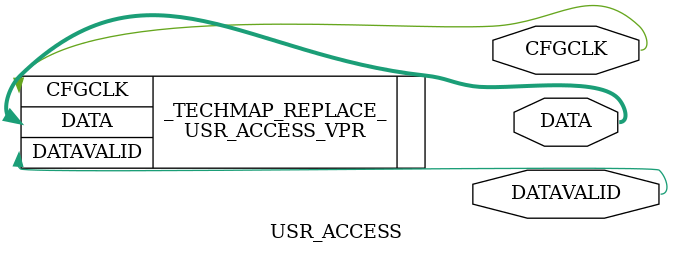
<source format=v>

module CESR_MUX(input CE, SR, output CE_OUT, SR_OUT);

parameter _TECHMAP_CONSTMSK_CE_ = 0;
parameter _TECHMAP_CONSTVAL_CE_ = 0;
parameter _TECHMAP_CONSTMSK_SR_ = 0;
parameter _TECHMAP_CONSTVAL_SR_ = 0;

localparam CEUSED = _TECHMAP_CONSTMSK_CE_ == 0 || _TECHMAP_CONSTVAL_CE_ == 0;
localparam SRUSED = _TECHMAP_CONSTMSK_SR_ == 0 || _TECHMAP_CONSTVAL_SR_ == 1;

if(CEUSED) begin
    assign CE_OUT = CE;
end else begin
    CE_VCC ce(
        .VCC(CE_OUT)
    );
end

if(SRUSED) begin
    assign SR_OUT = SR;
end else begin
    SR_GND sr(
        .GND(SR_OUT)
    );
end

endmodule

module FD (output reg Q, input C, D);

parameter [0:0] INIT = 1'b0;

wire CE_SIG;
wire SR_SIG;

CESR_MUX cesr_mux(
    .CE(1'b1),
    .SR(1'b0),
    .CE_OUT(CE_SIG),
    .SR_OUT(SR_SIG)
);

FDRE_ZINI #(.ZINI(!|INIT), .IS_C_INVERTED(|0))
  _TECHMAP_REPLACE_ (.D(D), .Q(Q), .C(C), .CE(CE_SIG), .R(SR_SIG));

endmodule

module FDRE (output reg Q, input C, CE, D, R);

parameter [0:0] INIT = 1'b0;

wire CE_SIG;
wire SR_SIG;

CESR_MUX cesr_mux(
    .CE(CE),
    .SR(R),
    .CE_OUT(CE_SIG),
    .SR_OUT(SR_SIG)
);

FDRE_ZINI #(.ZINI(!|INIT), .IS_C_INVERTED(|0))
  _TECHMAP_REPLACE_ (.D(D), .Q(Q), .C(C), .CE(CE_SIG), .R(SR_SIG));

endmodule

module FDSE (output reg Q, input C, CE, D, S);

parameter [0:0] INIT = 1'b1;

wire CE_SIG;
wire SR_SIG;

CESR_MUX cesr_mux(
    .CE(CE),
    .SR(S),
    .CE_OUT(CE_SIG),
    .SR_OUT(SR_SIG)
);

FDSE_ZINI #(.ZINI(!|INIT), .IS_C_INVERTED(|0))
  _TECHMAP_REPLACE_ (.D(D), .Q(Q), .C(C), .CE(CE_SIG), .S(SR_SIG));

endmodule

module FDCE (output reg Q, input C, CE, D, CLR);

parameter [0:0] INIT = 1'b0;

wire CE_SIG;
wire SR_SIG;

CESR_MUX cesr_mux(
    .CE(CE),
    .SR(CLR),
    .CE_OUT(CE_SIG),
    .SR_OUT(SR_SIG)
);

FDCE_ZINI #(.ZINI(!|INIT), .IS_C_INVERTED(|0))
  _TECHMAP_REPLACE_ (.D(D), .Q(Q), .C(C), .CE(CE_SIG), .CLR(SR_SIG));

endmodule

module FDPE (output reg Q, input C, CE, D, PRE);
parameter [0:0] INIT = 1'b1;

wire CE_SIG;
wire SR_SIG;

CESR_MUX cesr_mux(
    .CE(CE),
    .SR(PRE),
    .CE_OUT(CE_SIG),
    .SR_OUT(SR_SIG)
);

FDPE_ZINI #(.ZINI(!|INIT), .IS_C_INVERTED(|0))
  _TECHMAP_REPLACE_ (.D(D), .Q(Q), .C(C), .CE(CE_SIG), .PRE(SR_SIG));

endmodule


module FDRE_1 (output reg Q, input C, CE, D, R);

parameter [0:0] INIT = 1'b0;

wire CE_SIG;
wire SR_SIG;

CESR_MUX cesr_mux(
    .CE(CE),
    .SR(R),
    .CE_OUT(CE_SIG),
    .SR_OUT(SR_SIG)
);

FDRE_ZINI #(.ZINI(!|INIT), .IS_C_INVERTED(|1))
  _TECHMAP_REPLACE_ (.D(D), .Q(Q), .C(C), .CE(CE_SIG), .R(SR_SIG));

endmodule

module FDSE_1 (output reg Q, input C, CE, D, S);
parameter [0:0] INIT = 1'b1;

wire CE_SIG;
wire SR_SIG;

CESR_MUX cesr_mux(
    .CE(CE),
    .SR(S),
    .CE_OUT(CE_SIG),
    .SR_OUT(SR_SIG)
);

FDSE_ZINI #(.ZINI(!|INIT), .IS_C_INVERTED(|1))
  _TECHMAP_REPLACE_ (.D(D), .Q(Q), .C(C), .CE(CE_SIG), .S(SR_SIG));

endmodule

module FDCE_1 (output reg Q, input C, CE, D, CLR);
parameter [0:0] INIT = 1'b0;

wire CE_SIG;
wire SR_SIG;

CESR_MUX cesr_mux(
    .CE(CE),
    .SR(CLR),
    .CE_OUT(CE_SIG),
    .SR_OUT(SR_SIG)
);

FDCE_ZINI #(.ZINI(!|INIT), .IS_C_INVERTED(|1))
  _TECHMAP_REPLACE_ (.D(D), .Q(Q), .C(C), .CE(CE_SIG), .CLR(SR_SIG));

endmodule

module FDPE_1 (output reg Q, input C, CE, D, PRE);

parameter [0:0] INIT = 1'b1;

wire CE_SIG;
wire SR_SIG;

CESR_MUX cesr_mux(
    .CE(CE),
    .SR(PRE),
    .CE_OUT(CE_SIG),
    .SR_OUT(SR_SIG)
);

FDPE_ZINI #(.ZINI(!|INIT), .IS_C_INVERTED(|1))
  _TECHMAP_REPLACE_ (.D(D), .Q(Q), .C(C), .CE(CE_SIG), .PRE(SR_SIG));

endmodule

// ============================================================================
// LUTs

module LUT1(output O, input I0);
  parameter [1:0] INIT = 0;
  \$lut #(
    .WIDTH(1),
    .LUT(INIT)
  ) _TECHMAP_REPLACE_ (
    .A(I0),
    .Y(O)
  );
endmodule

module LUT2(output O, input I0, I1);
  parameter [3:0] INIT = 0;
  \$lut #(
    .WIDTH(2),
    .LUT(INIT)
  ) _TECHMAP_REPLACE_ (
    .A({I1, I0}),
    .Y(O)
  );
endmodule

module LUT3(output O, input I0, I1, I2);
  parameter [7:0] INIT = 0;
  \$lut #(
    .WIDTH(3),
    .LUT(INIT)
  ) _TECHMAP_REPLACE_ (
    .A({I2, I1, I0}),
    .Y(O)
  );
endmodule

module LUT4(output O, input I0, I1, I2, I3);
  parameter [15:0] INIT = 0;
  \$lut #(
    .WIDTH(4),
    .LUT(INIT)
  ) _TECHMAP_REPLACE_ (
    .A({I3, I2, I1, I0}),
    .Y(O)
  );
endmodule

module LUT5(output O, input I0, I1, I2, I3, I4);
  parameter [31:0] INIT = 0;
  \$lut #(
    .WIDTH(5),
    .LUT(INIT)
  ) _TECHMAP_REPLACE_ (
    .A({I4, I3, I2, I1, I0}),
    .Y(O)
  );
endmodule

module LUT6(output O, input I0, I1, I2, I3, I4, I5);
  parameter [63:0] INIT = 0;
  wire T0, T1;
  \$lut #(
    .WIDTH(5),
    .LUT(INIT[31:0])
  ) fpga_lut_0 (
    .A({I4, I3, I2, I1, I0}),
    .Y(T0)
  );
  \$lut #(
    .WIDTH(5),
    .LUT(INIT[63:32])
  ) fpga_lut_1 (
    .A({I4, I3, I2, I1, I0}),
    .Y(T1)
  );
  MUXF6 fpga_mux_0 (.O(O), .I0(T0), .I1(T1), .S(I5));
endmodule

// ============================================================================
// Distributed RAMs

module RAM128X1S (
  output       O,
  input        D, WCLK, WE,
  input        A6, A5, A4, A3, A2, A1, A0
);
    parameter [127:0] INIT = 128'bx;
    parameter IS_WCLK_INVERTED = 0;
    wire low_lut_o6;
    wire high_lut_o6;

    wire [5:0] A = {A5, A4, A3, A2, A1, A0};

    // DPRAM64_for_RAM128X1D is used here because RAM128X1S only consumes half of the
    // slice, but WA7USED is slice wide.  The packer should be able to pack two
    // RAM128X1S in a slice, but it should not be able to pack RAM128X1S and
    // a RAM64X1[SD]. It is unclear if RAM32X1[SD] or RAM32X2S can be packed
    // with a RAM128X1S, so for now it is forbidden.
    //
    // Note that a RAM128X1D does not require [SD]PRAM128 because it consumes
    // the entire slice.
    DPRAM64_for_RAM128X1D #(
        .INIT(INIT[63:0]),
        .IS_WCLK_INVERTED(IS_WCLK_INVERTED),
        .HIGH_WA7_SELECT(0)
    ) ram0 (
        .DI(D),
        .A(A),
        .WA(A),
        .WA7(A6),
        .CLK(WCLK),
        .WE(WE),
        .O(low_lut_o6)
    );

    DPRAM64_for_RAM128X1D #(
        .INIT(INIT[127:64]),
        .IS_WCLK_INVERTED(IS_WCLK_INVERTED),
        .HIGH_WA7_SELECT(1)
    ) ram1 (
        .DI(D),
        .A(A),
        .WA(A),
        .WA7(A6),
        .CLK(WCLK),
        .WE(WE),
        .O(high_lut_o6)
    );

    MUXF7 ram_f7_mux (.O(O), .I0(low_lut_o6), .I1(high_lut_o6), .S(A6));
endmodule

module RAM128X1D (
  output       DPO, SPO,
  input        D, WCLK, WE,
  input  [6:0] A, DPRA
);
    parameter [127:0] INIT = 128'bx;
    parameter IS_WCLK_INVERTED = 0;
    wire dlut_o6;
    wire clut_o6;
    wire blut_o6;
    wire alut_o6;

    DPRAM64_for_RAM128X1D #(
        .INIT(INIT[63:0]),
        .IS_WCLK_INVERTED(IS_WCLK_INVERTED),
        .HIGH_WA7_SELECT(0)
    ) ram0 (
        .DI(D),
        .A(A[5:0]),
        .WA(A[5:0]),
        .WA7(A[6]),
        .CLK(WCLK),
        .WE(WE),
        .O(dlut_o6)
    );

    DPRAM64_for_RAM128X1D #(
        .INIT(INIT[127:64]),
        .IS_WCLK_INVERTED(IS_WCLK_INVERTED),
        .HIGH_WA7_SELECT(1)
    ) ram1 (
        .DI(D),
        .A(A[5:0]),
        .WA(A[5:0]),
        .WA7(A[6]),
        .CLK(WCLK),
        .WE(WE),
        .O(clut_o6)
    );

    DPRAM64_for_RAM128X1D #(
        .INIT(INIT[63:0]),
        .IS_WCLK_INVERTED(IS_WCLK_INVERTED),
        .HIGH_WA7_SELECT(0)
    ) ram2 (
        .DI(D),
        .A(DPRA[5:0]),
        .WA(A[5:0]),
        .WA7(A[6]),
        .CLK(WCLK),
        .WE(WE),
        .O(blut_o6)
    );

    DPRAM64_for_RAM128X1D #(
        .INIT(INIT[127:64]),
        .IS_WCLK_INVERTED(IS_WCLK_INVERTED),
        .HIGH_WA7_SELECT(0)
    ) ram3 (
        .DI(D),
        .A(DPRA[5:0]),
        .WA(A[5:0]),
        .WA7(A[6]),
        .CLK(WCLK),
        .WE(WE),
        .O(alut_o6)
    );

    wire SPO_FORCE;
    wire DPO_FORCE;

    MUXF7 f7b_mux (.O(SPO_FORCE), .I0(dlut_o6), .I1(clut_o6), .S(A[6]));
    MUXF7 f7a_mux (.O(DPO_FORCE), .I0(blut_o6), .I1(alut_o6), .S(DPRA[6]));

    DRAM_2_OUTPUT_STUB stub (
        .SPO(SPO_FORCE), .DPO(DPO_FORCE),
        .SPO_OUT(SPO), .DPO_OUT(DPO));
endmodule

module RAM256X1S (
  output       O,
  input        D, WCLK, WE,
  input  [7:0] A
);
    parameter [256:0] INIT = 256'bx;
    parameter IS_WCLK_INVERTED = 0;
    wire dlut_o6;
    wire clut_o6;
    wire blut_o6;
    wire alut_o6;
    wire f7b_o;
    wire f7a_o;

    DPRAM64 #(
        .INIT(INIT[63:0]),
        .IS_WCLK_INVERTED(IS_WCLK_INVERTED),
        .WA7USED(1),
        .WA8USED(1),
        .HIGH_WA7_SELECT(0),
        .HIGH_WA8_SELECT(0)
    ) ram0 (
        .DI(D),
        .A(A[5:0]),
        .WA(A[5:0]),
        .WA7(A[6]),
        .WA8(A[7]),
        .CLK(WCLK),
        .WE(WE),
        .O(dlut_o6)
    );

    DPRAM64 #(
        .INIT(INIT[127:64]),
        .IS_WCLK_INVERTED(IS_WCLK_INVERTED),
        .WA7USED(1),
        .WA8USED(1),
        .HIGH_WA7_SELECT(1),
        .HIGH_WA8_SELECT(0)
    ) ram1 (
        .DI(D),
        .A(A[5:0]),
        .WA(A[5:0]),
        .WA7(A[6]),
        .WA8(A[7]),
        .CLK(WCLK),
        .WE(WE),
        .O(clut_o6)
    );

    DPRAM64 #(
        .INIT(INIT[191:128]),
        .IS_WCLK_INVERTED(IS_WCLK_INVERTED),
        .WA7USED(1),
        .WA8USED(1),
        .HIGH_WA7_SELECT(0),
        .HIGH_WA8_SELECT(1)
    ) ram2 (
        .DI(D),
        .A(A[5:0]),
        .WA(A[5:0]),
        .WA7(A[6]),
        .WA8(A[7]),
        .CLK(WCLK),
        .WE(WE),
        .O(blut_o6)
    );

    DPRAM64 #(
        .INIT(INIT[255:192]),
        .IS_WCLK_INVERTED(IS_WCLK_INVERTED),
        .WA7USED(1),
        .WA8USED(1),
        .HIGH_WA7_SELECT(1),
        .HIGH_WA8_SELECT(1)
    ) ram3 (
        .DI(D),
        .A(A[5:0]),
        .WA(A[5:0]),
        .WA7(A[6]),
        .WA8(A[7]),
        .CLK(WCLK),
        .WE(WE),
        .O(alut_o6)
    );

    MUXF7 f7b_mux (.O(f7b_o), .I0(dlut_o6), .I1(clut_o6), .S(A[6]));
    MUXF7 f7a_mux (.O(f7a_o), .I0(blut_o6), .I1(alut_o6), .S(A[6]));
    MUXF8 f8_mux (.O(O), .I0(f7b_o), .I1(f7a_o), .S(A[7]));
endmodule

module RAM32X1D (
  output DPO, SPO,
  input  D, WCLK, WE,
  input  A0, A1, A2, A3, A4,
  input  DPRA0, DPRA1, DPRA2, DPRA3, DPRA4
);
    parameter [31:0] INIT = 32'bx;
    parameter IS_WCLK_INVERTED = 0;

    wire [4:0] WA = {A4, A3, A2, A1, A0};
    wire [4:0] DPRA = {DPRA4, DPRA3, DPRA2, DPRA1, DPRA0};

    wire SPO_FORCE, DPO_FORCE;

    DPRAM32 #(
        .INIT_00(INIT),
        .IS_WCLK_INVERTED(IS_WCLK_INVERTED)
    ) ram0 (
        .DI(D),
        .A(WA),
        .WA(WA),
        .CLK(WCLK),
        .WE(WE),
        .O(SPO_FORCE)
    );
    DPRAM32 #(
        .INIT_00(INIT),
        .IS_WCLK_INVERTED(IS_WCLK_INVERTED)
    ) ram1 (
        .DI(D),
        .A(DPRA),
        .WA(WA),
        .CLK(WCLK),
        .WE(WE),
        .O(DPO_FORCE)
    );

    DRAM_2_OUTPUT_STUB stub (
        .SPO(SPO_FORCE), .DPO(DPO_FORCE),
        .SPO_OUT(SPO), .DPO_OUT(DPO));
endmodule

module RAM32X1S (
  output O,
  input  D, WCLK, WE,
  input  A0, A1, A2, A3, A4
);
    parameter [31:0] INIT = 32'bx;
    parameter IS_WCLK_INVERTED = 0;

    SPRAM32 #(
        .INIT_00(INIT),
        .IS_WCLK_INVERTED(IS_WCLK_INVERTED)
    ) dram_S (
        .DI(D),
        .A({A4, A3, A2, A1, A0}),
        .WA({A4, A3, A2, A1, A0}),
        .CLK(WCLK),
        .WE(WE),
        .O(O)
    );
endmodule

module RAM32X2S (
  output O0, O1,
  input  D0, D1, WCLK, WE,
  input  A0, A1, A2, A3, A4
);
    parameter [31:0] INIT_00 = 32'bx;
    parameter [31:0] INIT_01 = 32'bx;
    parameter IS_WCLK_INVERTED = 0;

    DPRAM32 #(
        .INIT_00(INIT_00),
        .IS_WCLK_INVERTED(IS_WCLK_INVERTED)
    ) ram0 (
        .DI(D0),
        .A({A4, A3, A2, A1, A0}),
        .WA({A4, A3, A2, A1, A0}),
        .CLK(WCLK),
        .WE(WE),
        .O(O0)
    );

    DPRAM32 #(
        .INIT_00(INIT_01),
        .IS_WCLK_INVERTED(IS_WCLK_INVERTED)
    ) ram1 (
        .DI(D1),
        .A({A4, A3, A2, A1, A0}),
        .WA({A4, A3, A2, A1, A0}),
        .CLK(WCLK),
        .WE(WE),
        .O(O1),
    );
endmodule

module RAM32M (
  output [1:0] DOA, DOB, DOC, DOD,
  input [1:0] DIA, DIB, DIC, DID,
  input [4:0] ADDRA, ADDRB, ADDRC, ADDRD,
  input WE, WCLK
);
    parameter [63:0] INIT_A = 64'bx;
    parameter [63:0] INIT_B = 64'bx;
    parameter [63:0] INIT_C = 64'bx;
    parameter [63:0] INIT_D = 64'bx;
    parameter IS_WCLK_INVERTED = 0;

    wire [1:0] DOD_TO_STUB;
    wire [1:0] DOC_TO_STUB;
    wire [1:0] DOB_TO_STUB;
    wire [1:0] DOA_TO_STUB;

function [31:0] every_other_bit_32;
   input [63:0] in;
   input         odd;
   integer       i;
   for (i = 0; i < 32; i = i + 1) begin
      every_other_bit_32[i] = in[i * 2 + odd];
   end
endfunction


    DPRAM32 #(
        .INIT_00(every_other_bit_32(INIT_A, 1'b1)),
        .IS_WCLK_INVERTED(IS_WCLK_INVERTED)
    ) ram_a1 (
         .DI(DIA[1]),
         .A(ADDRA),
         .WA(ADDRD),
         .CLK(WCLK),
         .WE(WE),
         .O(DOA_TO_STUB[1])
    );

    DPRAM32 #(
        .INIT_00(every_other_bit_32(INIT_A, 1'b0)),
        .IS_WCLK_INVERTED(IS_WCLK_INVERTED)
    ) ram_a0 (
         .DI(DIA[0]),
         .A(ADDRA),
         .WA(ADDRD),
         .CLK(WCLK),
         .WE(WE),
         .O(DOA_TO_STUB[0])
    );

    DPRAM32 #(
        .INIT_00(every_other_bit_32(INIT_B, 1'b1)),
        .IS_WCLK_INVERTED(IS_WCLK_INVERTED)
    ) ram_b1 (
         .DI(DIB[1]),
         .A(ADDRB),
         .WA(ADDRD),
         .CLK(WCLK),
         .WE(WE),
         .O(DOB_TO_STUB[1])
    );

    DPRAM32 #(
        .INIT_00(every_other_bit_32(INIT_B, 1'b0)),
        .IS_WCLK_INVERTED(IS_WCLK_INVERTED)
    ) ram_b0 (
         .DI(DIB[0]),
         .A(ADDRB),
         .WA(ADDRD),
         .CLK(WCLK),
         .WE(WE),
         .O(DOB_TO_STUB[0])
    );

    DPRAM32 #(
        .INIT_00(every_other_bit_32(INIT_C, 1'b1)),
        .IS_WCLK_INVERTED(IS_WCLK_INVERTED)
    ) ram_c1 (
         .DI(DIC[1]),
         .A(ADDRC),
         .WA(ADDRD),
         .CLK(WCLK),
         .WE(WE),
         .O(DOC_TO_STUB[1])
    );

    DPRAM32 #(
        .INIT_00(every_other_bit_32(INIT_C, 1'b0)),
        .IS_WCLK_INVERTED(IS_WCLK_INVERTED)
    ) ram_c0 (
         .DI(DIC[0]),
         .A(ADDRC),
         .WA(ADDRD),
         .CLK(WCLK),
         .WE(WE),
         .O(DOC_TO_STUB[0])
    );

    DPRAM32 #(
        .INIT_00(every_other_bit_32(INIT_D, 1'b1)),
        .IS_WCLK_INVERTED(IS_WCLK_INVERTED)
    ) ram_d1 (
         .DI(DID[1]),
         .A(ADDRD),
         .WA(ADDRD),
         .CLK(WCLK),
         .WE(WE),
         .O(DOD_TO_STUB[1])
    );

    DPRAM32 #(
        .INIT_00(every_other_bit_32(INIT_D, 0)),
        .IS_WCLK_INVERTED(IS_WCLK_INVERTED)
    ) ram_d0 (
         .DI(DID[0]),
         .A(ADDRD),
         .WA(ADDRD),
         .CLK(WCLK),
         .WE(WE),
         .O(DOD_TO_STUB[0])
    );

    DRAM_8_OUTPUT_STUB stub (
        .DOD1(DOD_TO_STUB[1]), .DOD1_OUT(DOD[1]),
        .DOC1(DOC_TO_STUB[1]), .DOC1_OUT(DOC[1]),
        .DOB1(DOB_TO_STUB[1]), .DOB1_OUT(DOB[1]),
        .DOA1(DOA_TO_STUB[1]), .DOA1_OUT(DOA[1]),
        .DOD0(DOD_TO_STUB[0]), .DOD0_OUT(DOD[0]),
        .DOC0(DOC_TO_STUB[0]), .DOC0_OUT(DOC[0]),
        .DOB0(DOB_TO_STUB[0]), .DOB0_OUT(DOB[0]),
        .DOA0(DOA_TO_STUB[0]), .DOA0_OUT(DOA[0])
    );

endmodule

module RAM64M (
  output DOA, DOB, DOC, DOD,
  input DIA, DIB, DIC, DID,
  input [5:0] ADDRA, ADDRB, ADDRC, ADDRD,
  input WE, WCLK
);
    parameter [63:0] INIT_A = 64'bx;
    parameter [63:0] INIT_B = 64'bx;
    parameter [63:0] INIT_C = 64'bx;
    parameter [63:0] INIT_D = 64'bx;
    parameter IS_WCLK_INVERTED = 0;

    wire DOD_TO_STUB;
    wire DOC_TO_STUB;
    wire DOB_TO_STUB;
    wire DOA_TO_STUB;

    DPRAM64 #(
        .INIT(INIT_D),
        .IS_WCLK_INVERTED(IS_WCLK_INVERTED)
    ) dram_d (
        .DI(DID),
        .A(ADDRD),
        .WA(ADDRD),
        .CLK(WCLK),
        .WE(WE),
        .O(DOD_TO_STUB)
    );

    DPRAM64 #(
        .INIT(INIT_C),
        .IS_WCLK_INVERTED(IS_WCLK_INVERTED)
    ) dram_c (
        .DI(DIC),
        .A(ADDRC),
        .WA(ADDRD),
        .CLK(WCLK),
        .WE(WE),
        .O(DOC_TO_STUB)
    );

    DPRAM64 #(
        .INIT(INIT_B),
        .IS_WCLK_INVERTED(IS_WCLK_INVERTED)
    ) dram_b (
        .DI(DIB),
        .A(ADDRB),
        .WA(ADDRD),
        .CLK(WCLK),
        .WE(WE),
        .O(DOB_TO_STUB)
    );

    DPRAM64 #(
        .INIT(INIT_A),
        .IS_WCLK_INVERTED(IS_WCLK_INVERTED)
    ) dram_a (
        .DI(DIA),
        .A(ADDRA),
        .WA(ADDRD),
        .CLK(WCLK),
        .WE(WE),
        .O(DOA_TO_STUB)
    );

    DRAM_4_OUTPUT_STUB stub (
        .DOD(DOD_TO_STUB), .DOD_OUT(DOD),
        .DOC(DOC_TO_STUB), .DOC_OUT(DOC),
        .DOB(DOB_TO_STUB), .DOB_OUT(DOB),
        .DOA(DOA_TO_STUB), .DOA_OUT(DOA)
    );
endmodule

module RAM64X1D (
  output DPO, SPO,
  input  D, WCLK, WE,
  input  A0, A1, A2, A3, A4, A5,
  input  DPRA0, DPRA1, DPRA2, DPRA3, DPRA4, DPRA5
);
    parameter [63:0] INIT = 64'bx;
    parameter IS_WCLK_INVERTED = 0;

    wire [5:0] WA = {A5, A4, A3, A2, A1, A0};
    wire [5:0] DPRA = {DPRA5, DPRA4, DPRA3, DPRA2, DPRA1, DPRA0};
    wire SPO_FORCE, DPO_FORCE;

    DPRAM64 #(
        .INIT(INIT),
        .IS_WCLK_INVERTED(IS_WCLK_INVERTED)
    ) dram1 (
        .DI(D),
        .A(WA),
        .WA(WA),
        .CLK(WCLK),
        .WE(WE),
        .O(SPO_FORCE)
    );

    wire Dstub;
    DI64_STUB stub1 (
        .DI(D),
        .DO(Dstub)
    );

    DPRAM64 #(
        .INIT(INIT),
        .IS_WCLK_INVERTED(IS_WCLK_INVERTED)
    ) dram0 (
        .DI(Dstub),
        .A(DPRA),
        .WA(WA),
        .CLK(WCLK),
        .WE(WE),
        .O(DPO_FORCE)
    );

    DRAM_2_OUTPUT_STUB stub (
        .SPO(SPO_FORCE), .DPO(DPO_FORCE),
        .SPO_OUT(SPO), .DPO_OUT(DPO));
endmodule

module RAM64X1S (
  output O,
  input  D, WCLK, WE,
  input  A0, A1, A2, A3, A4, A5
);
    parameter [63:0] INIT = 64'bx;
    parameter IS_WCLK_INVERTED = 0;

    DPRAM64 #(
        .INIT(INIT),
        .IS_WCLK_INVERTED(IS_WCLK_INVERTED)
    ) dram0 (
        .DI(D),
        .A({A5, A4, A3, A2, A1, A0}),
        .WA({A5, A4, A3, A2, A1, A0}),
        .CLK(WCLK),
        .WE(WE),
        .O(O)
    );
endmodule

// ============================================================================
// Block RAMs

module RAMB18E1 (
    input CLKARDCLK,
    input CLKBWRCLK,
    input ENARDEN,
    input ENBWREN,
    input REGCEAREGCE,
    input REGCEB,
    input RSTRAMARSTRAM,
    input RSTRAMB,
    input RSTREGARSTREG,
    input RSTREGB,

    input [13:0] ADDRARDADDR,
    input [13:0] ADDRBWRADDR,
    input [15:0] DIADI,
    input [15:0] DIBDI,
    input [1:0] DIPADIP,
    input [1:0] DIPBDIP,
    input [1:0] WEA,
    input [3:0] WEBWE,

    output [15:0] DOADO,
    output [15:0] DOBDO,
    output [1:0] DOPADOP,
    output [1:0] DOPBDOP
);
    parameter INIT_A = 18'h0;
    parameter INIT_B = 18'h0;

    parameter SRVAL_A = 18'h0;
    parameter SRVAL_B = 18'h0;

    parameter INITP_00 = 256'h0000000000000000000000000000000000000000000000000000000000000000;
    parameter INITP_01 = 256'h0000000000000000000000000000000000000000000000000000000000000000;
    parameter INITP_02 = 256'h0000000000000000000000000000000000000000000000000000000000000000;
    parameter INITP_03 = 256'h0000000000000000000000000000000000000000000000000000000000000000;
    parameter INITP_04 = 256'h0000000000000000000000000000000000000000000000000000000000000000;
    parameter INITP_05 = 256'h0000000000000000000000000000000000000000000000000000000000000000;
    parameter INITP_06 = 256'h0000000000000000000000000000000000000000000000000000000000000000;
    parameter INITP_07 = 256'h0000000000000000000000000000000000000000000000000000000000000000;

    parameter INIT_00 = 256'h0000000000000000000000000000000000000000000000000000000000000000;
    parameter INIT_01 = 256'h0000000000000000000000000000000000000000000000000000000000000000;
    parameter INIT_02 = 256'h0000000000000000000000000000000000000000000000000000000000000000;
    parameter INIT_03 = 256'h0000000000000000000000000000000000000000000000000000000000000000;
    parameter INIT_04 = 256'h0000000000000000000000000000000000000000000000000000000000000000;
    parameter INIT_05 = 256'h0000000000000000000000000000000000000000000000000000000000000000;
    parameter INIT_06 = 256'h0000000000000000000000000000000000000000000000000000000000000000;
    parameter INIT_07 = 256'h0000000000000000000000000000000000000000000000000000000000000000;
    parameter INIT_08 = 256'h0000000000000000000000000000000000000000000000000000000000000000;
    parameter INIT_09 = 256'h0000000000000000000000000000000000000000000000000000000000000000;
    parameter INIT_0A = 256'h0000000000000000000000000000000000000000000000000000000000000000;
    parameter INIT_0B = 256'h0000000000000000000000000000000000000000000000000000000000000000;
    parameter INIT_0C = 256'h0000000000000000000000000000000000000000000000000000000000000000;
    parameter INIT_0D = 256'h0000000000000000000000000000000000000000000000000000000000000000;
    parameter INIT_0E = 256'h0000000000000000000000000000000000000000000000000000000000000000;
    parameter INIT_0F = 256'h0000000000000000000000000000000000000000000000000000000000000000;
    parameter INIT_10 = 256'h0000000000000000000000000000000000000000000000000000000000000000;
    parameter INIT_11 = 256'h0000000000000000000000000000000000000000000000000000000000000000;
    parameter INIT_12 = 256'h0000000000000000000000000000000000000000000000000000000000000000;
    parameter INIT_13 = 256'h0000000000000000000000000000000000000000000000000000000000000000;
    parameter INIT_14 = 256'h0000000000000000000000000000000000000000000000000000000000000000;
    parameter INIT_15 = 256'h0000000000000000000000000000000000000000000000000000000000000000;
    parameter INIT_16 = 256'h0000000000000000000000000000000000000000000000000000000000000000;
    parameter INIT_17 = 256'h0000000000000000000000000000000000000000000000000000000000000000;
    parameter INIT_18 = 256'h0000000000000000000000000000000000000000000000000000000000000000;
    parameter INIT_19 = 256'h0000000000000000000000000000000000000000000000000000000000000000;
    parameter INIT_1A = 256'h0000000000000000000000000000000000000000000000000000000000000000;
    parameter INIT_1B = 256'h0000000000000000000000000000000000000000000000000000000000000000;
    parameter INIT_1C = 256'h0000000000000000000000000000000000000000000000000000000000000000;
    parameter INIT_1D = 256'h0000000000000000000000000000000000000000000000000000000000000000;
    parameter INIT_1E = 256'h0000000000000000000000000000000000000000000000000000000000000000;
    parameter INIT_1F = 256'h0000000000000000000000000000000000000000000000000000000000000000;
    parameter INIT_20 = 256'h0000000000000000000000000000000000000000000000000000000000000000;
    parameter INIT_21 = 256'h0000000000000000000000000000000000000000000000000000000000000000;
    parameter INIT_22 = 256'h0000000000000000000000000000000000000000000000000000000000000000;
    parameter INIT_23 = 256'h0000000000000000000000000000000000000000000000000000000000000000;
    parameter INIT_24 = 256'h0000000000000000000000000000000000000000000000000000000000000000;
    parameter INIT_25 = 256'h0000000000000000000000000000000000000000000000000000000000000000;
    parameter INIT_26 = 256'h0000000000000000000000000000000000000000000000000000000000000000;
    parameter INIT_27 = 256'h0000000000000000000000000000000000000000000000000000000000000000;
    parameter INIT_28 = 256'h0000000000000000000000000000000000000000000000000000000000000000;
    parameter INIT_29 = 256'h0000000000000000000000000000000000000000000000000000000000000000;
    parameter INIT_2A = 256'h0000000000000000000000000000000000000000000000000000000000000000;
    parameter INIT_2B = 256'h0000000000000000000000000000000000000000000000000000000000000000;
    parameter INIT_2C = 256'h0000000000000000000000000000000000000000000000000000000000000000;
    parameter INIT_2D = 256'h0000000000000000000000000000000000000000000000000000000000000000;
    parameter INIT_2E = 256'h0000000000000000000000000000000000000000000000000000000000000000;
    parameter INIT_2F = 256'h0000000000000000000000000000000000000000000000000000000000000000;
    parameter INIT_30 = 256'h0000000000000000000000000000000000000000000000000000000000000000;
    parameter INIT_31 = 256'h0000000000000000000000000000000000000000000000000000000000000000;
    parameter INIT_32 = 256'h0000000000000000000000000000000000000000000000000000000000000000;
    parameter INIT_33 = 256'h0000000000000000000000000000000000000000000000000000000000000000;
    parameter INIT_34 = 256'h0000000000000000000000000000000000000000000000000000000000000000;
    parameter INIT_35 = 256'h0000000000000000000000000000000000000000000000000000000000000000;
    parameter INIT_36 = 256'h0000000000000000000000000000000000000000000000000000000000000000;
    parameter INIT_37 = 256'h0000000000000000000000000000000000000000000000000000000000000000;
    parameter INIT_38 = 256'h0000000000000000000000000000000000000000000000000000000000000000;
    parameter INIT_39 = 256'h0000000000000000000000000000000000000000000000000000000000000000;
    parameter INIT_3A = 256'h0000000000000000000000000000000000000000000000000000000000000000;
    parameter INIT_3B = 256'h0000000000000000000000000000000000000000000000000000000000000000;
    parameter INIT_3C = 256'h0000000000000000000000000000000000000000000000000000000000000000;
    parameter INIT_3D = 256'h0000000000000000000000000000000000000000000000000000000000000000;
    parameter INIT_3E = 256'h0000000000000000000000000000000000000000000000000000000000000000;
    parameter INIT_3F = 256'h0000000000000000000000000000000000000000000000000000000000000000;

    parameter IS_CLKARDCLK_INVERTED = 1'b0;
    parameter IS_CLKBWRCLK_INVERTED = 1'b0;
    parameter IS_ENARDEN_INVERTED = 1'b0;
    parameter IS_ENBWREN_INVERTED = 1'b0;
    parameter IS_RSTRAMARSTRAM_INVERTED = 1'b0;
    parameter IS_RSTRAMB_INVERTED = 1'b0;
    parameter IS_RSTREGARSTREG_INVERTED = 1'b0;
    parameter IS_RSTREGB_INVERTED = 1'b0;

    parameter _TECHMAP_CONSTMSK_CLKARDCLK_ = 0;
    parameter _TECHMAP_CONSTVAL_CLKARDCLK_ = 0;
    parameter _TECHMAP_CONSTMSK_CLKBWRCLK_ = 0;
    parameter _TECHMAP_CONSTVAL_CLKBWRCLK_ = 0;
    parameter _TECHMAP_CONSTMSK_REGCLKARDRCLK_ = 0;
    parameter _TECHMAP_CONSTVAL_REGCLKARDRCLK_ = 0;
    parameter _TECHMAP_CONSTMSK_RSTRAMARSTRAM_ = 0;
    parameter _TECHMAP_CONSTVAL_RSTRAMARSTRAM_ = 0;
    parameter _TECHMAP_CONSTMSK_RSTRAMB_ = 0;
    parameter _TECHMAP_CONSTVAL_RSTRAMB_ = 0;
    parameter _TECHMAP_CONSTMSK_RSTREGARSTREG_ = 0;
    parameter _TECHMAP_CONSTVAL_RSTREGARSTREG_ = 0;
    parameter _TECHMAP_CONSTMSK_RSTREGB_ = 0;
    parameter _TECHMAP_CONSTVAL_RSTREGB_ = 0;

    parameter RAM_MODE = "TDP";
    parameter SIM_DEVICE = "7SERIES";
    parameter DOA_REG = 1'b0;
    parameter DOB_REG = 1'b0;

    parameter integer READ_WIDTH_A = 0;
    parameter integer READ_WIDTH_B = 0;
    parameter integer WRITE_WIDTH_A = 0;
    parameter integer WRITE_WIDTH_B = 0;

    parameter WRITE_MODE_A = "WRITE_FIRST";
    parameter WRITE_MODE_B = "WRITE_FIRST";

  reg _TECHMAP_FAIL_;
  reg GENERATE_ERROR;
  wire [1023:0] _TECHMAP_DO_ = "proc; clean";

  localparam INV_CLKARDCLK = (_TECHMAP_CONSTMSK_CLKARDCLK_ == 1)  ? !_TECHMAP_CONSTVAL_CLKARDCLK_ ^ IS_CLKARDCLK_INVERTED :
                      (_TECHMAP_CONSTVAL_CLKARDCLK_ === 0) ? ~IS_CLKARDCLK_INVERTED : IS_CLKARDCLK_INVERTED;
  wire clkardclk = (_TECHMAP_CONSTMSK_CLKARDCLK_ == 1)  ? 1'b1 :
            (_TECHMAP_CONSTVAL_CLKARDCLK_ === 0) ? 1'b1 : CLKARDCLK;

  localparam INV_CLKBWRCLK = (_TECHMAP_CONSTMSK_CLKBWRCLK_ == 1)  ? !_TECHMAP_CONSTVAL_CLKBWRCLK_ ^ IS_CLKBWRCLK_INVERTED :
                      (_TECHMAP_CONSTVAL_CLKBWRCLK_ === 0) ? ~IS_CLKBWRCLK_INVERTED : IS_CLKBWRCLK_INVERTED;
  wire clkbwrclk = (_TECHMAP_CONSTMSK_CLKBWRCLK_ == 1)  ? 1'b1 :
            (_TECHMAP_CONSTVAL_CLKBWRCLK_ === 0) ? 1'b1 : CLKBWRCLK;

  localparam INV_RSTRAMARSTRAM = (_TECHMAP_CONSTMSK_RSTRAMARSTRAM_ == 1)  ? !_TECHMAP_CONSTVAL_RSTRAMARSTRAM_ ^ IS_RSTRAMARSTRAM_INVERTED :
                      (_TECHMAP_CONSTVAL_RSTRAMARSTRAM_ === 0) ? ~IS_RSTRAMARSTRAM_INVERTED : IS_RSTRAMARSTRAM_INVERTED;
  wire rstramarstram = (_TECHMAP_CONSTMSK_RSTRAMARSTRAM_ == 1)  ? 1'b1 :
            (_TECHMAP_CONSTVAL_RSTRAMARSTRAM_ === 0) ? 1'b1 : RSTRAMARSTRAM;

  localparam INV_RSTRAMB = (_TECHMAP_CONSTMSK_RSTRAMB_ == 1)  ? !_TECHMAP_CONSTVAL_RSTRAMB_ ^ IS_RSTRAMB_INVERTED :
                      (_TECHMAP_CONSTVAL_RSTRAMB_ === 0) ? ~IS_RSTRAMB_INVERTED : IS_RSTRAMB_INVERTED;
  wire rstramb = (_TECHMAP_CONSTMSK_RSTRAMB_ == 1)  ? 1'b1 :
            (_TECHMAP_CONSTVAL_RSTRAMB_ === 0) ? 1'b1 : RSTRAMB;

  localparam INV_RSTREGARSTREG = (_TECHMAP_CONSTMSK_RSTREGARSTREG_ == 1)  ? !_TECHMAP_CONSTVAL_RSTREGARSTREG_ ^ IS_RSTREGARSTREG_INVERTED :
                      (_TECHMAP_CONSTVAL_RSTREGARSTREG_ === 0) ? ~IS_RSTREGARSTREG_INVERTED : IS_RSTREGARSTREG_INVERTED;
  wire rstregarstreg = (_TECHMAP_CONSTMSK_RSTREGARSTREG_ == 1)  ? 1'b1 :
            (_TECHMAP_CONSTVAL_RSTREGARSTREG_ === 0) ? 1'b1 : RSTREGARSTREG;

  localparam INV_RSTREGB = (_TECHMAP_CONSTMSK_RSTREGB_ == 1)  ? !_TECHMAP_CONSTVAL_RSTREGB_ ^ IS_RSTREGB_INVERTED :
                      (_TECHMAP_CONSTVAL_RSTREGB_ === 0) ? ~IS_RSTREGB_INVERTED : IS_RSTREGB_INVERTED;
  wire rstregb = (_TECHMAP_CONSTMSK_RSTREGB_ == 1)  ? 1'b1 :
            (_TECHMAP_CONSTVAL_RSTREGB_ === 0) ? 1'b1 : RSTREGB;

  initial begin
    _TECHMAP_FAIL_ <= 0;
    if(READ_WIDTH_A != 0
        && READ_WIDTH_A != 1
        && READ_WIDTH_A != 2
        && READ_WIDTH_A != 4
        && READ_WIDTH_A != 9
        && READ_WIDTH_A != 18
        && READ_WIDTH_A != 36)
        _TECHMAP_FAIL_ <= GENERATE_ERROR;
    if(READ_WIDTH_B != 0
        && READ_WIDTH_B != 1
        && READ_WIDTH_B != 2
        && READ_WIDTH_B != 4
        && READ_WIDTH_B != 9
        && READ_WIDTH_B != 18)
         _TECHMAP_FAIL_ <= GENERATE_ERROR;
    if(WRITE_WIDTH_A != 0
        && WRITE_WIDTH_A != 1
        && WRITE_WIDTH_A != 2
        && WRITE_WIDTH_A != 4
        && WRITE_WIDTH_A != 9
        && WRITE_WIDTH_A != 18)
        _TECHMAP_FAIL_ <= GENERATE_ERROR;
    if(WRITE_WIDTH_B != 0
        && WRITE_WIDTH_B != 1
        && WRITE_WIDTH_B != 2
        && WRITE_WIDTH_B != 4
        && WRITE_WIDTH_B != 9
        && WRITE_WIDTH_B != 18
        && WRITE_WIDTH_B != 36)
        _TECHMAP_FAIL_ <= GENERATE_ERROR;

    if(READ_WIDTH_A > 18 && RAM_MODE != "SDP") begin
        _TECHMAP_FAIL_ <= GENERATE_ERROR;
    end

    if(WRITE_WIDTH_B > 18 && RAM_MODE != "SDP") begin
        _TECHMAP_FAIL_ <= GENERATE_ERROR;
    end

    if(WRITE_MODE_A != "WRITE_FIRST" && WRITE_MODE_A != "NO_CHANGE" && WRITE_MODE_A != "READ_FIRST")
        _TECHMAP_FAIL_ <= GENERATE_ERROR;
    if(WRITE_MODE_B != "WRITE_FIRST" && WRITE_MODE_B != "NO_CHANGE" && WRITE_MODE_B != "READ_FIRST")
        _TECHMAP_FAIL_ <= GENERATE_ERROR;

  end

  localparam EFF_READ_WIDTH_A = (RAM_MODE == "SDP" && READ_WIDTH_A == 36) ? 18 : READ_WIDTH_A;
  localparam EFF_READ_WIDTH_B = (RAM_MODE == "SDP" && READ_WIDTH_A == 36) ? 18 : READ_WIDTH_B;

  localparam EFF_WRITE_WIDTH_A = (RAM_MODE == "SDP" && WRITE_WIDTH_B == 36) ? 18 : WRITE_WIDTH_A;
  localparam EFF_WRITE_WIDTH_B = (RAM_MODE == "SDP" && WRITE_WIDTH_B == 36) ? 18 : WRITE_WIDTH_B;

  wire REGCLKA;
  wire REGCLKB;

  wire [7:0] WEBWE_WIDE;
  wire [3:0] WEA_WIDE;

  if(WRITE_WIDTH_A < 18) begin
      assign WEA_WIDE[3] = WEA[0];
      assign WEA_WIDE[2] = WEA[0];
      assign WEA_WIDE[1] = WEA[0];
      assign WEA_WIDE[0] = WEA[0];
  end else if(WRITE_WIDTH_A == 18) begin
      assign WEA_WIDE[3] = WEA[1];
      assign WEA_WIDE[2] = WEA[1];
      assign WEA_WIDE[1] = WEA[0];
      assign WEA_WIDE[0] = WEA[0];
  end

  if(WRITE_WIDTH_B < 18) begin
      assign WEBWE_WIDE[7:4] = 4'b0;
      assign WEBWE_WIDE[3] = WEBWE[0];
      assign WEBWE_WIDE[2] = WEBWE[0];
      assign WEBWE_WIDE[1] = WEBWE[0];
      assign WEBWE_WIDE[0] = WEBWE[0];
  end else if(WRITE_WIDTH_B == 18) begin
      assign WEBWE_WIDE[7:4] = 4'b0;
      assign WEBWE_WIDE[3] = WEBWE[1];
      assign WEBWE_WIDE[2] = WEBWE[1];
      assign WEBWE_WIDE[1] = WEBWE[0];
      assign WEBWE_WIDE[0] = WEBWE[0];
  end else begin
      assign WEA_WIDE[3:0] = 4'b0;
      assign WEBWE_WIDE[7] = WEBWE[3];
      assign WEBWE_WIDE[6] = WEBWE[3];
      assign WEBWE_WIDE[5] = WEBWE[2];
      assign WEBWE_WIDE[4] = WEBWE[2];
      assign WEBWE_WIDE[3] = WEBWE[1];
      assign WEBWE_WIDE[2] = WEBWE[1];
      assign WEBWE_WIDE[1] = WEBWE[0];
      assign WEBWE_WIDE[0] = WEBWE[0];
  end

  assign REGCLKA = DOA_REG ? CLKARDCLK : 1'b1;
  localparam ZINV_REGCLKARDRCLK = (DOA_REG && !IS_CLKARDCLK_INVERTED);

  assign REGCLKB = DOB_REG ? CLKBWRCLK : 1'b1;
  localparam ZINV_REGCLKB = (DOB_REG && !IS_CLKBWRCLK_INVERTED);

  RAMB18E1_VPR #(
      .IN_USE(READ_WIDTH_A != 0 || READ_WIDTH_B != 0 || WRITE_WIDTH_A != 0 || WRITE_WIDTH_B != 0),

      .ZINIT_A(INIT_A ^ {18{1'b1}}),
      .ZINIT_B(INIT_B ^ {18{1'b1}}),

      .ZSRVAL_A(SRVAL_A ^ {18{1'b1}}),
      .ZSRVAL_B(SRVAL_B ^ {18{1'b1}}),

      .INITP_00(INITP_00),
      .INITP_01(INITP_01),
      .INITP_02(INITP_02),
      .INITP_03(INITP_03),
      .INITP_04(INITP_04),
      .INITP_05(INITP_05),
      .INITP_06(INITP_06),
      .INITP_07(INITP_07),

      .INIT_00(INIT_00),
      .INIT_01(INIT_01),
      .INIT_02(INIT_02),
      .INIT_03(INIT_03),
      .INIT_04(INIT_04),
      .INIT_05(INIT_05),
      .INIT_06(INIT_06),
      .INIT_07(INIT_07),
      .INIT_08(INIT_08),
      .INIT_09(INIT_09),
      .INIT_0A(INIT_0A),
      .INIT_0B(INIT_0B),
      .INIT_0C(INIT_0C),
      .INIT_0D(INIT_0D),
      .INIT_0E(INIT_0E),
      .INIT_0F(INIT_0F),
      .INIT_10(INIT_10),
      .INIT_11(INIT_11),
      .INIT_12(INIT_12),
      .INIT_13(INIT_13),
      .INIT_14(INIT_14),
      .INIT_15(INIT_15),
      .INIT_16(INIT_16),
      .INIT_17(INIT_17),
      .INIT_18(INIT_18),
      .INIT_19(INIT_19),
      .INIT_1A(INIT_1A),
      .INIT_1B(INIT_1B),
      .INIT_1C(INIT_1C),
      .INIT_1D(INIT_1D),
      .INIT_1E(INIT_1E),
      .INIT_1F(INIT_1F),
      .INIT_20(INIT_20),
      .INIT_21(INIT_21),
      .INIT_22(INIT_22),
      .INIT_23(INIT_23),
      .INIT_24(INIT_24),
      .INIT_25(INIT_25),
      .INIT_26(INIT_26),
      .INIT_27(INIT_27),
      .INIT_28(INIT_28),
      .INIT_29(INIT_29),
      .INIT_2A(INIT_2A),
      .INIT_2B(INIT_2B),
      .INIT_2C(INIT_2C),
      .INIT_2D(INIT_2D),
      .INIT_2E(INIT_2E),
      .INIT_2F(INIT_2F),
      .INIT_30(INIT_30),
      .INIT_31(INIT_31),
      .INIT_32(INIT_32),
      .INIT_33(INIT_33),
      .INIT_34(INIT_34),
      .INIT_35(INIT_35),
      .INIT_36(INIT_36),
      .INIT_37(INIT_37),
      .INIT_38(INIT_38),
      .INIT_39(INIT_39),
      .INIT_3A(INIT_3A),
      .INIT_3B(INIT_3B),
      .INIT_3C(INIT_3C),
      .INIT_3D(INIT_3D),
      .INIT_3E(INIT_3E),
      .INIT_3F(INIT_3F),

      .ZINV_CLKARDCLK(!IS_CLKARDCLK_INVERTED ^ INV_CLKARDCLK),
      .ZINV_CLKBWRCLK(!IS_CLKBWRCLK_INVERTED ^ INV_CLKBWRCLK),
      .ZINV_ENARDEN(!IS_ENARDEN_INVERTED),
      .ZINV_ENBWREN(!IS_ENBWREN_INVERTED),
      .ZINV_RSTRAMARSTRAM(!IS_RSTRAMARSTRAM_INVERTED ^ INV_RSTRAMARSTRAM),
      .ZINV_RSTRAMB(!IS_RSTRAMB_INVERTED ^ INV_RSTRAMB),
      .ZINV_RSTREGARSTREG(!IS_RSTREGARSTREG_INVERTED ^ INV_RSTREGARSTREG),
      .ZINV_RSTREGB(!IS_RSTREGB_INVERTED ^ INV_RSTREGB),
      .ZINV_REGCLKARDRCLK(ZINV_REGCLKARDRCLK),
      .ZINV_REGCLKB(ZINV_REGCLKB),

      .DOA_REG(DOA_REG),
      .DOB_REG(DOB_REG),

      // Assign special parameters relative to the RAMB site location.
      // These is needed after the findings gathered with https://github.com/SymbiFlow/prjxray/pull/1263
      // The rules to assign the correct READ_WIDTH_A parameter are the following:
      //   - Y0 RAMB18 and SDP mode: READ_WIDTH_A must be 1
      //   - Y1 RAMB18 and SDP mode: READ_WIDTH_A must be 18
      //   - No SDP: READ_WIDTH_A assumes the right value based on EFF_READ_WIDTH_A
      .Y0_READ_WIDTH_A_1(READ_WIDTH_A == 36 || EFF_READ_WIDTH_A == 1 || EFF_READ_WIDTH_A == 0),
      .Y1_READ_WIDTH_A_1(READ_WIDTH_A != 36 && (EFF_READ_WIDTH_A == 1 || EFF_READ_WIDTH_A == 0)),
      .Y0_READ_WIDTH_A_18(READ_WIDTH_A != 36 && EFF_READ_WIDTH_A == 18),
      .Y1_READ_WIDTH_A_18(READ_WIDTH_A == 36 || EFF_READ_WIDTH_A == 18),

      .READ_WIDTH_A_1(EFF_READ_WIDTH_A == 1 || EFF_READ_WIDTH_A == 0),
      .READ_WIDTH_A_2(EFF_READ_WIDTH_A == 2),
      .READ_WIDTH_A_4(EFF_READ_WIDTH_A == 4),
      .READ_WIDTH_A_9(EFF_READ_WIDTH_A == 9),
      .READ_WIDTH_A_18(EFF_READ_WIDTH_A == 18),
      .SDP_READ_WIDTH_36(READ_WIDTH_A == 36),
      .READ_WIDTH_B_1(EFF_READ_WIDTH_B == 1 || EFF_READ_WIDTH_B == 0),
      .READ_WIDTH_B_2(EFF_READ_WIDTH_B == 2),
      .READ_WIDTH_B_4(EFF_READ_WIDTH_B == 4),
      .READ_WIDTH_B_9(EFF_READ_WIDTH_B == 9),
      .READ_WIDTH_B_18(EFF_READ_WIDTH_B == 18),
      .WRITE_WIDTH_A_1(EFF_WRITE_WIDTH_A == 1 || EFF_WRITE_WIDTH_A == 0),
      .WRITE_WIDTH_A_2(EFF_WRITE_WIDTH_A == 2),
      .WRITE_WIDTH_A_4(EFF_WRITE_WIDTH_A == 4),
      .WRITE_WIDTH_A_9(EFF_WRITE_WIDTH_A == 9),
      .WRITE_WIDTH_A_18(EFF_WRITE_WIDTH_A == 18),
      .WRITE_WIDTH_B_1(EFF_WRITE_WIDTH_B == 1 || EFF_WRITE_WIDTH_B == 0),
      .WRITE_WIDTH_B_2(EFF_WRITE_WIDTH_B == 2),
      .WRITE_WIDTH_B_4(EFF_WRITE_WIDTH_B == 4),
      .WRITE_WIDTH_B_9(EFF_WRITE_WIDTH_B == 9),
      .WRITE_WIDTH_B_18(EFF_WRITE_WIDTH_B == 18 || EFF_WRITE_WIDTH_B == 36),
      .SDP_WRITE_WIDTH_36(WRITE_WIDTH_B == 36),
      .WRITE_MODE_A_NO_CHANGE(WRITE_MODE_A == "NO_CHANGE" || (WRITE_MODE_A == "WRITE_FIRST" && RAM_MODE == "SDP")),
      .WRITE_MODE_A_READ_FIRST(WRITE_MODE_A == "READ_FIRST"),
      .WRITE_MODE_B_NO_CHANGE(WRITE_MODE_B == "NO_CHANGE" || (WRITE_MODE_B == "WRITE_FIRST" && RAM_MODE == "SDP")),
      .WRITE_MODE_B_READ_FIRST(WRITE_MODE_B == "READ_FIRST")
  ) _TECHMAP_REPLACE_ (
    .CLKARDCLK(clkardclk),
    .REGCLKARDRCLK(REGCLKA),
    .CLKBWRCLK(clkbwrclk),
    .REGCLKB(REGCLKB),
    .ENARDEN(ENARDEN),
    .ENBWREN(ENBWREN),
    .REGCEAREGCE(REGCEAREGCE),
    .REGCEB(REGCEB),
    .RSTRAMARSTRAM(rstramarstram),
    .RSTRAMB(rstramb),
    .RSTREGARSTREG(rstregarstreg),
    .RSTREGB(rstregb),

    .ADDRATIEHIGH(2'b11),
    .ADDRARDADDR(ADDRARDADDR),
    .ADDRBTIEHIGH(2'b11),
    .ADDRBWRADDR(ADDRBWRADDR),
    .DIADI(DIADI),
    .DIBDI(DIBDI),
    .DIPADIP(DIPADIP),
    .DIPBDIP(DIPBDIP),
    .WEA(WEA_WIDE),
    .WEBWE(WEBWE_WIDE),

    .DOADO(DOADO),
    .DOBDO(DOBDO),
    .DOPADOP(DOPADOP),
    .DOPBDOP(DOPBDOP)
  );
endmodule

function [255:0] every_other_bit_256;
   input [511:0] in;
   input         odd;
   integer       i;
   for (i = 0; i < 256; i = i + 1) begin
      every_other_bit_256[i] = in[i * 2 + odd];
   end
endfunction

module RAMB36E1 (
    input CLKARDCLK,
    input CLKBWRCLK,
    input ENARDEN,
    input ENBWREN,
    input REGCEAREGCE,
    input REGCEB,
    input RSTRAMARSTRAM,
    input RSTRAMB,
    input RSTREGARSTREG,
    input RSTREGB,

    input [14:0] ADDRARDADDR,
    input [14:0] ADDRBWRADDR,
    input [31:0] DIADI,
    input [31:0] DIBDI,
    input [3:0] DIPADIP,
    input [3:0] DIPBDIP,
    input [3:0] WEA,
    input [7:0] WEBWE,

    output [31:0] DOADO,
    output [31:0] DOBDO,
    output [3:0] DOPADOP,
    output [3:0] DOPBDOP
);
    parameter INIT_A = 36'h0;
    parameter INIT_B = 36'h0;

    parameter SRVAL_A = 36'h0;
    parameter SRVAL_B = 36'h0;

   `define INIT_BLOCK(pre) \
    parameter ``pre``0 = 256'h0000000000000000000000000000000000000000000000000000000000000000; \
    parameter ``pre``1 = 256'h0000000000000000000000000000000000000000000000000000000000000000; \
    parameter ``pre``2 = 256'h0000000000000000000000000000000000000000000000000000000000000000; \
    parameter ``pre``3 = 256'h0000000000000000000000000000000000000000000000000000000000000000; \
    parameter ``pre``4 = 256'h0000000000000000000000000000000000000000000000000000000000000000; \
    parameter ``pre``5 = 256'h0000000000000000000000000000000000000000000000000000000000000000; \
    parameter ``pre``6 = 256'h0000000000000000000000000000000000000000000000000000000000000000; \
    parameter ``pre``7 = 256'h0000000000000000000000000000000000000000000000000000000000000000; \
    parameter ``pre``8 = 256'h0000000000000000000000000000000000000000000000000000000000000000; \
    parameter ``pre``9 = 256'h0000000000000000000000000000000000000000000000000000000000000000; \
    parameter ``pre``A = 256'h0000000000000000000000000000000000000000000000000000000000000000; \
    parameter ``pre``B = 256'h0000000000000000000000000000000000000000000000000000000000000000; \
    parameter ``pre``C = 256'h0000000000000000000000000000000000000000000000000000000000000000; \
    parameter ``pre``D = 256'h0000000000000000000000000000000000000000000000000000000000000000; \
    parameter ``pre``E = 256'h0000000000000000000000000000000000000000000000000000000000000000; \
    parameter ``pre``F = 256'h0000000000000000000000000000000000000000000000000000000000000000

    `INIT_BLOCK(INITP_0);
    `INIT_BLOCK(INIT_0);
    `INIT_BLOCK(INIT_1);
    `INIT_BLOCK(INIT_2);
    `INIT_BLOCK(INIT_3);
    `INIT_BLOCK(INIT_4);
    `INIT_BLOCK(INIT_5);
    `INIT_BLOCK(INIT_6);
    `INIT_BLOCK(INIT_7);

    `undef INIT_BLOCK

    parameter IS_CLKARDCLK_INVERTED = 1'b0;
    parameter IS_CLKBWRCLK_INVERTED = 1'b0;
    parameter IS_ENARDEN_INVERTED = 1'b0;
    parameter IS_ENBWREN_INVERTED = 1'b0;
    parameter IS_RSTRAMARSTRAM_INVERTED = 1'b0;
    parameter IS_RSTRAMB_INVERTED = 1'b0;
    parameter IS_RSTREGARSTREG_INVERTED = 1'b0;
    parameter IS_RSTREGB_INVERTED = 1'b0;

    parameter _TECHMAP_CONSTMSK_CLKARDCLK_ = 0;
    parameter _TECHMAP_CONSTVAL_CLKARDCLK_ = 0;
    parameter _TECHMAP_CONSTMSK_CLKBWRCLK_ = 0;
    parameter _TECHMAP_CONSTVAL_CLKBWRCLK_ = 0;
    parameter _TECHMAP_CONSTMSK_REGCLKARDRCLK_ = 0;
    parameter _TECHMAP_CONSTVAL_REGCLKARDRCLK_ = 0;
    parameter _TECHMAP_CONSTMSK_RSTRAMARSTRAM_ = 0;
    parameter _TECHMAP_CONSTVAL_RSTRAMARSTRAM_ = 0;
    parameter _TECHMAP_CONSTMSK_RSTRAMB_ = 0;
    parameter _TECHMAP_CONSTVAL_RSTRAMB_ = 0;
    parameter _TECHMAP_CONSTMSK_RSTREGARSTREG_ = 0;
    parameter _TECHMAP_CONSTVAL_RSTREGARSTREG_ = 0;
    parameter _TECHMAP_CONSTMSK_RSTREGB_ = 0;
    parameter _TECHMAP_CONSTVAL_RSTREGB_ = 0;

    parameter RAM_MODE = "TDP";
    parameter SIM_DEVICE = "7SERIES";
    parameter DOA_REG = 1'b0;
    parameter DOB_REG = 1'b0;

    parameter integer READ_WIDTH_A = 0;
    parameter integer READ_WIDTH_B = 0;
    parameter integer WRITE_WIDTH_A = 0;
    parameter integer WRITE_WIDTH_B = 0;

    parameter WRITE_MODE_A = "WRITE_FIRST";
    parameter WRITE_MODE_B = "WRITE_FIRST";

  reg _TECHMAP_FAIL_;
  wire [1023:0] _TECHMAP_DO_ = "proc; clean";

  localparam INV_CLKARDCLK = (_TECHMAP_CONSTMSK_CLKARDCLK_ == 1)  ? !_TECHMAP_CONSTVAL_CLKARDCLK_ ^ IS_CLKARDCLK_INVERTED :
                      (_TECHMAP_CONSTVAL_CLKARDCLK_ === 0) ? ~IS_CLKARDCLK_INVERTED : IS_CLKARDCLK_INVERTED;
  wire clkardclk = (_TECHMAP_CONSTMSK_CLKARDCLK_ == 1)  ? 1'b1 :
            (_TECHMAP_CONSTVAL_CLKARDCLK_ === 0) ? 1'b1 : CLKARDCLK;

  localparam INV_CLKBWRCLK = (_TECHMAP_CONSTMSK_CLKBWRCLK_ == 1)  ? !_TECHMAP_CONSTVAL_CLKBWRCLK_ ^ IS_CLKBWRCLK_INVERTED :
                      (_TECHMAP_CONSTVAL_CLKBWRCLK_ === 0) ? ~IS_CLKBWRCLK_INVERTED : IS_CLKBWRCLK_INVERTED;
  wire clkbwrclk = (_TECHMAP_CONSTMSK_CLKBWRCLK_ == 1)  ? 1'b1 :
            (_TECHMAP_CONSTVAL_CLKBWRCLK_ === 0) ? 1'b1 : CLKBWRCLK;

  localparam INV_RSTRAMARSTRAM = (_TECHMAP_CONSTMSK_RSTRAMARSTRAM_ == 1)  ? !_TECHMAP_CONSTVAL_RSTRAMARSTRAM_ ^ IS_RSTRAMARSTRAM_INVERTED :
                      (_TECHMAP_CONSTVAL_RSTRAMARSTRAM_ === 0) ? ~IS_RSTRAMARSTRAM_INVERTED : IS_RSTRAMARSTRAM_INVERTED;
  wire rstramarstram = (_TECHMAP_CONSTMSK_RSTRAMARSTRAM_ == 1)  ? 1'b1 :
            (_TECHMAP_CONSTVAL_RSTRAMARSTRAM_ === 0) ? 1'b1 : RSTRAMARSTRAM;

  localparam INV_RSTRAMB = (_TECHMAP_CONSTMSK_RSTRAMB_ == 1)  ? !_TECHMAP_CONSTVAL_RSTRAMB_ ^ IS_RSTRAMB_INVERTED :
                      (_TECHMAP_CONSTVAL_RSTRAMB_ === 0) ? ~IS_RSTRAMB_INVERTED : IS_RSTRAMB_INVERTED;
  wire rstramb = (_TECHMAP_CONSTMSK_RSTRAMB_ == 1)  ? 1'b1 :
            (_TECHMAP_CONSTVAL_RSTRAMB_ === 0) ? 1'b1 : RSTRAMB;

  localparam INV_RSTREGARSTREG = (_TECHMAP_CONSTMSK_RSTREGARSTREG_ == 1)  ? !_TECHMAP_CONSTVAL_RSTREGARSTREG_ ^ IS_RSTREGARSTREG_INVERTED :
                      (_TECHMAP_CONSTVAL_RSTREGARSTREG_ === 0) ? ~IS_RSTREGARSTREG_INVERTED : IS_RSTREGARSTREG_INVERTED;
  wire rstregarstreg = (_TECHMAP_CONSTMSK_RSTREGARSTREG_ == 1)  ? 1'b1 :
            (_TECHMAP_CONSTVAL_RSTREGARSTREG_ === 0) ? 1'b1 : RSTREGARSTREG;

  localparam INV_RSTREGB = (_TECHMAP_CONSTMSK_RSTREGB_ == 1)  ? !_TECHMAP_CONSTVAL_RSTREGB_ ^ IS_RSTREGB_INVERTED :
                      (_TECHMAP_CONSTVAL_RSTREGB_ === 0) ? ~IS_RSTREGB_INVERTED : IS_RSTREGB_INVERTED;
  wire rstregb = (_TECHMAP_CONSTMSK_RSTREGB_ == 1)  ? 1'b1 :
            (_TECHMAP_CONSTVAL_RSTREGB_ === 0) ? 1'b1 : RSTREGB;

  initial begin
    _TECHMAP_FAIL_ <= 0;

  `define INVALID_WIDTH(x) \
          ((x) != 0 \
        && (x) != 1 \
        && (x) != 2 \
        && (x) != 4 \
        && (x) != 9 \
        && (x) != 18 \
        && (x) != 36)
  `define INVALID_WIDTH_WIDE(x) \
     (`INVALID_WIDTH(x) \
        && (x) != 72)

    if(`INVALID_WIDTH_WIDE(READ_WIDTH_A))
        _TECHMAP_FAIL_ <= GENERATE_ERROR;
    if(`INVALID_WIDTH(READ_WIDTH_B))
        _TECHMAP_FAIL_ <= GENERATE_ERROR;
    if(`INVALID_WIDTH(WRITE_WIDTH_A))
        _TECHMAP_FAIL_ <= GENERATE_ERROR;
    if(`INVALID_WIDTH_WIDE(WRITE_WIDTH_B))
        _TECHMAP_FAIL_ <= GENERATE_ERROR;

    `undef INVALID_WIDTH
    `undef INVALID_WIDTH_WIDE

    if(READ_WIDTH_A > 36 && RAM_MODE != "SDP") begin
        _TECHMAP_FAIL_ <= GENERATE_ERROR;
    end

    if(WRITE_WIDTH_B > 36 && RAM_MODE != "SDP") begin
        _TECHMAP_FAIL_ <= GENERATE_ERROR;
    end

    if(WRITE_MODE_A != "WRITE_FIRST" && WRITE_MODE_A != "NO_CHANGE" && WRITE_MODE_A != "READ_FIRST")
        _TECHMAP_FAIL_ <= GENERATE_ERROR;
    if(WRITE_MODE_B != "WRITE_FIRST" && WRITE_MODE_B != "NO_CHANGE" && WRITE_MODE_B != "READ_FIRST")
        _TECHMAP_FAIL_ <= GENERATE_ERROR;

  end

  localparam EFF_READ_WIDTH_A = (RAM_MODE == "SDP" && READ_WIDTH_A > 36) ? 36 : READ_WIDTH_A;
  localparam EFF_READ_WIDTH_B = (RAM_MODE == "SDP" && READ_WIDTH_A > 36) ? 36 : READ_WIDTH_B;

  localparam EFF_WRITE_WIDTH_A = (RAM_MODE == "SDP" && WRITE_WIDTH_B > 36) ? 36 : WRITE_WIDTH_A;
  localparam EFF_WRITE_WIDTH_B = (RAM_MODE == "SDP" && WRITE_WIDTH_B > 36) ? 36 : WRITE_WIDTH_B;

  wire REGCLKA;
  wire REGCLKB;

  assign REGCLKA = DOA_REG ? CLKARDCLK : 1'b1;
  localparam ZINV_REGCLKARDRCLK = (DOA_REG && !IS_CLKARDCLK_INVERTED);

  assign REGCLKB = DOB_REG ? CLKBWRCLK : 1'b1;
  localparam ZINV_REGCLKB = (DOB_REG && !IS_CLKBWRCLK_INVERTED);

  wire [7:0] WEBWE_WIDE;
  wire [3:0] WEA_WIDE;
  wire [3:0] DIPADIP_MAPPED;
  wire [3:0] DIPBDIP_MAPPED;
  wire [31:0] DIADI_MAPPED;
  wire [31:0] DIBDI_MAPPED;

  if(WRITE_WIDTH_A == 1) begin
      assign DIADI_MAPPED[31:2] = DIADI[31:2];
      assign DIADI_MAPPED[1] = DIADI[0];
      assign DIADI_MAPPED[0] = DIADI[0];
  end else begin
      assign DIADI_MAPPED = DIADI;
  end

  if(WRITE_WIDTH_B == 1) begin
      assign DIBDI_MAPPED[31:2] = DIBDI[31:2];
      assign DIBDI_MAPPED[1] = DIBDI[0];
      assign DIBDI_MAPPED[0] = DIBDI[0];
  end else begin
      assign DIBDI_MAPPED = DIBDI;
  end

  if(WRITE_WIDTH_A < 18) begin
      assign WEA_WIDE = {4{WEA[0]}};

      assign DIPADIP_MAPPED[3:2] = DIPADIP[3:2];
      assign DIPADIP_MAPPED[1] = DIPADIP[0];
      assign DIPADIP_MAPPED[0] = DIPADIP[0];
  end else if(WRITE_WIDTH_A == 18) begin
      assign WEA_WIDE[3] = WEA[1];
      assign WEA_WIDE[1] = WEA[1];
      assign WEA_WIDE[2] = WEA[0];
      assign WEA_WIDE[0] = WEA[0];

      assign DIPADIP_MAPPED = DIPADIP;
  end else if(WRITE_WIDTH_A == 36) begin
      assign WEA_WIDE = WEA;
      assign DIPADIP_MAPPED = DIPADIP;
  end

  if(WRITE_WIDTH_B < 18) begin
      assign WEBWE_WIDE[7:4] = 4'b0;
      assign WEBWE_WIDE[3:0] = {4{WEBWE[0]}};

      assign DIPBDIP_MAPPED[3:2] = DIPBDIP[3:2];
      assign DIPBDIP_MAPPED[1] = DIPBDIP[0];
      assign DIPBDIP_MAPPED[0] = DIPBDIP[0];
  end else if(WRITE_WIDTH_B == 18) begin
      assign WEBWE_WIDE[7:4] = 4'b0;
      assign WEBWE_WIDE[3] = WEBWE[1];
      assign WEBWE_WIDE[1] = WEBWE[1];
      assign WEBWE_WIDE[2] = WEBWE[0];
      assign WEBWE_WIDE[0] = WEBWE[0];

      assign DIPBDIP_MAPPED = DIPBDIP;
  end else if(WRITE_WIDTH_B == 36) begin
      assign WEBWE_WIDE = WEBWE;
      assign DIPBDIP_MAPPED = DIPBDIP;
  end else if(WRITE_WIDTH_B == 72) begin
      assign WEA_WIDE = 4'b0;
      assign WEBWE_WIDE = WEBWE;
      assign DIPBDIP_MAPPED = DIPBDIP;
  end

  RAMB36E1_PRIM #(
      .IN_USE(READ_WIDTH_A != 0 || READ_WIDTH_B != 0 || WRITE_WIDTH_A != 0 || WRITE_WIDTH_B != 0),

      .ZINIT_A(INIT_A ^ {36{1'b1}}),
      .ZINIT_B(INIT_B ^ {36{1'b1}}),

      .ZSRVAL_A(SRVAL_A ^ {36{1'b1}}),
      .ZSRVAL_B(SRVAL_B ^ {36{1'b1}}),

      `define INIT_PARAM_BLOCK_L(pre, n, d, upper) \
      .``pre``_``n``0(every_other_bit_256({``pre``_``d``1, ``pre``_``d``0}, upper)), \
      .``pre``_``n``1(every_other_bit_256({``pre``_``d``3, ``pre``_``d``2}, upper)), \
      .``pre``_``n``2(every_other_bit_256({``pre``_``d``5, ``pre``_``d``4}, upper)), \
      .``pre``_``n``3(every_other_bit_256({``pre``_``d``7, ``pre``_``d``6}, upper)), \
      .``pre``_``n``4(every_other_bit_256({``pre``_``d``9, ``pre``_``d``8}, upper)), \
      .``pre``_``n``5(every_other_bit_256({``pre``_``d``B, ``pre``_``d``A}, upper)), \
      .``pre``_``n``6(every_other_bit_256({``pre``_``d``D, ``pre``_``d``C}, upper)), \
      .``pre``_``n``7(every_other_bit_256({``pre``_``d``F, ``pre``_``d``E}, upper))

      `define INIT_PARAM_BLOCK_H(pre, n, d, upper) \
      .``pre``_``n``8(every_other_bit_256({``pre``_``d``1, ``pre``_``d``0}, upper)), \
      .``pre``_``n``9(every_other_bit_256({``pre``_``d``3, ``pre``_``d``2}, upper)), \
      .``pre``_``n``A(every_other_bit_256({``pre``_``d``5, ``pre``_``d``4}, upper)), \
      .``pre``_``n``B(every_other_bit_256({``pre``_``d``7, ``pre``_``d``6}, upper)), \
      .``pre``_``n``C(every_other_bit_256({``pre``_``d``9, ``pre``_``d``8}, upper)), \
      .``pre``_``n``D(every_other_bit_256({``pre``_``d``B, ``pre``_``d``A}, upper)), \
      .``pre``_``n``E(every_other_bit_256({``pre``_``d``D, ``pre``_``d``C}, upper)), \
      .``pre``_``n``F(every_other_bit_256({``pre``_``d``F, ``pre``_``d``E}, upper))

      `define INIT_PARAM_BLOCK(pre, n, lo, hi, upper) \
      `INIT_PARAM_BLOCK_L(pre, n, lo, upper), \
      `INIT_PARAM_BLOCK_H(pre, n, hi, upper)

      `INIT_PARAM_BLOCK_L(INITP, 0, 0, 0),
      `INIT_PARAM_BLOCK_H(INITP, 0, 0, 1),
      `INIT_PARAM_BLOCK(INIT, 0, 0, 1, 0),
      `INIT_PARAM_BLOCK(INIT, 1, 2, 3, 0),
      `INIT_PARAM_BLOCK(INIT, 2, 4, 5, 0),
      `INIT_PARAM_BLOCK(INIT, 3, 6, 7, 0),
      `INIT_PARAM_BLOCK(INIT, 4, 0, 1, 1),
      `INIT_PARAM_BLOCK(INIT, 5, 2, 3, 1),
      `INIT_PARAM_BLOCK(INIT, 6, 4, 5, 1),
      `INIT_PARAM_BLOCK(INIT, 7, 6, 7, 1),

      `undef INIT_PARAM_BLOCK_L
      `undef INIT_PARAM_BLOCK_H
      `undef INIT_PARAM_BLOCK

      .ZINV_CLKARDCLK(!IS_CLKARDCLK_INVERTED ^ INV_CLKARDCLK),
      .ZINV_CLKBWRCLK(!IS_CLKBWRCLK_INVERTED ^ INV_CLKBWRCLK),
      .ZINV_ENARDEN(!IS_ENARDEN_INVERTED),
      .ZINV_ENBWREN(!IS_ENBWREN_INVERTED),
      .ZINV_RSTRAMARSTRAM(!IS_RSTRAMARSTRAM_INVERTED ^ INV_RSTRAMARSTRAM),
      .ZINV_RSTRAMB(!IS_RSTRAMB_INVERTED ^ INV_RSTRAMB),
      .ZINV_RSTREGARSTREG(!IS_RSTREGARSTREG_INVERTED ^ INV_RSTREGARSTREG),
      .ZINV_RSTREGB(!IS_RSTREGB_INVERTED ^ INV_RSTREGB),
      .ZINV_REGCLKARDRCLK(ZINV_REGCLKARDRCLK),
      .ZINV_REGCLKB(ZINV_REGCLKB),

      .DOA_REG(DOA_REG),
      .DOB_REG(DOB_REG),

      `define WIDTH_PARAM(name) \
      .``name``_1(EFF_``name`` == 2 || EFF_``name`` == 1 || EFF_``name`` == 0), \
      .``name``_2(EFF_``name`` == 4), \
      .``name``_4(EFF_``name`` == 9), \
      .``name``_9(EFF_``name`` == 18), \
      .``name``_18(EFF_``name`` == 36)

      `WIDTH_PARAM(READ_WIDTH_A),
      .SDP_READ_WIDTH_36(READ_WIDTH_A > 36),
      `WIDTH_PARAM(READ_WIDTH_B),
      `WIDTH_PARAM(WRITE_WIDTH_A),
      `WIDTH_PARAM(WRITE_WIDTH_B),
      `undef WIDTH_PARAM

      .BRAM36_READ_WIDTH_A_1(EFF_READ_WIDTH_A == 1 || EFF_READ_WIDTH_A == 9),
      .BRAM36_READ_WIDTH_B_1(EFF_READ_WIDTH_B == 1 || EFF_READ_WIDTH_B == 9),
      .BRAM36_WRITE_WIDTH_A_1(EFF_WRITE_WIDTH_A == 1 || EFF_WRITE_WIDTH_A == 9),
      .BRAM36_WRITE_WIDTH_B_1(EFF_WRITE_WIDTH_B == 1 || EFF_WRITE_WIDTH_B == 9),

      .SDP_WRITE_WIDTH_36(WRITE_WIDTH_B > 36),
      .WRITE_MODE_A_NO_CHANGE(WRITE_MODE_A == "NO_CHANGE" || (WRITE_MODE_A == "WRITE_FIRST" && RAM_MODE == "SDP")),
      .WRITE_MODE_A_READ_FIRST(WRITE_MODE_A == "READ_FIRST"),
      .WRITE_MODE_B_NO_CHANGE(WRITE_MODE_B == "NO_CHANGE" || (WRITE_MODE_B == "WRITE_FIRST" && RAM_MODE == "SDP")),
      .WRITE_MODE_B_READ_FIRST(WRITE_MODE_B == "READ_FIRST"),
      .RSTREG_PRIORITY_A_RSTREG(1'b1),
      .RSTREG_PRIORITY_B_RSTREG(1'b1),
      .RAM_EXTENSION_A_NONE_OR_UPPER(1'b1),
      .RAM_EXTENSION_B_NONE_OR_UPPER(1'b1),
      .RDADDR_COLLISION_HWCONFIG_DELAYED_WRITE(1'b1),
      .ZALMOST_EMPTY_OFFSET(13'b1111111111111),
      .ZALMOST_FULL_OFFSET(13'b1111111111111)
  ) _TECHMAP_REPLACE_ (
    `define DUP(pre, in) .``pre``U(in), .``pre``L(in)
    `DUP(CLKARDCLK, clkardclk),
    `DUP(REGCLKARDRCLK, REGCLKA),
    `DUP(CLKBWRCLK, clkbwrclk),
    `DUP(REGCLKB, REGCLKB),
    `DUP(ENARDEN, ENARDEN),
    `DUP(ENBWREN, ENBWREN),
    `DUP(REGCEAREGCE, REGCEAREGCE),
    `DUP(REGCEB, REGCEB),
    .RSTRAMARSTRAMU(rstramarstram),
    .RSTRAMARSTRAMLRST(rstramarstram),
    `DUP(RSTRAMB, rstramb),
    `DUP(RSTREGARSTREG, rstregarstreg),
    `DUP(RSTREGB, rstregb),
    .ADDRARDADDRU(ADDRARDADDR),
    .ADDRARDADDRL({1'b1, ADDRARDADDR}),
    .ADDRBWRADDRU(ADDRBWRADDR),
    .ADDRBWRADDRL({1'b1, ADDRBWRADDR}),
    .DIADI(DIADI_MAPPED),
    .DIBDI(DIBDI_MAPPED),
    .DIPADIP(DIPADIP_MAPPED),
    .DIPBDIP(DIPBDIP_MAPPED),
    `DUP(WEA, WEA_WIDE),
    `DUP(WEBWE, WEBWE_WIDE),

    .DOADO(DOADO),
    .DOBDO(DOBDO),
    .DOPADOP(DOPADOP),
    .DOPBDOP(DOPBDOP)
    `undef DUP
  );
endmodule // RAMB36E1

// ============================================================================
// SRLs

// The following three techmaps map SRLC32E, SRLC16E and SRL16E to their VPR
// counterparts.
//
// The initialization data for VPR SRLs need to have each bit duplicated and
// this is what these techmaps do. For now there is no support for CLK inversion
// as it is slice wide so the parameters is only there for compatibility.
//
// SRLC32E and SRLC16E are mapped directly to SRLC32E_VPR and SRLC16E_VPR
// respectively. Both of those primitives have Q31 (or Q15) outputs which
// correspond to the MC31 output of the physical bel. SRL16E does not
// provide that output hence it is mapped to SRLC16E with Q15 disconnected.
// It is then mapped to SRLC16E_VPR later on.

module SRLC32E (
  output Q,
  output Q31,
  input [4:0] A,
  input CE, CLK, D
);
  parameter [31:0] INIT = 32'h00000000;
  parameter [0:0] IS_CLK_INVERTED = 1'b0;

  // Duplicate bits of the init parameter to match the actual INIT data
  // representation.
  function [63:0] duplicate_bits;
    input [31:0] bits;
    integer i;
    begin
      for (i=0; i<32; i=i+1) begin
        duplicate_bits[2*i+0] = bits[i];
        duplicate_bits[2*i+1] = bits[i];
      end
    end
  endfunction

  localparam [63:0] INIT_VPR = duplicate_bits(INIT);

  // Substitute
  SRLC32E_VPR #
  (
  .INIT(INIT_VPR)
  )
  _TECHMAP_REPLACE_
  (
  .CLK(CLK),
  .CE(CE),
  .A(A),
  .D(D),
  .Q(Q),
  .Q31(Q31)
  );

endmodule

module SRLC16E (
  output Q, Q15,
  input A0, A1, A2, A3,
  input CE, CLK, D
);
  parameter [15:0] INIT = 16'h0000;
  parameter [ 0:0] IS_CLK_INVERTED = 1'b0;

  // Duplicate bits of the init parameter to match the actual INIT data
  // representation.
  function [31:0] duplicate_bits;
    input [15:0] bits;
    integer i;
    begin
      for (i=0; i<15; i=i+1) begin
        duplicate_bits[2*i+0] = bits[i];
        duplicate_bits[2*i+1] = bits[i];
      end
    end
  endfunction

  localparam [31:0] INIT_VPR = duplicate_bits(INIT);

  // Substitute
  SRLC16E_VPR #
  (
  .INIT(INIT_VPR)
  )
  _TECHMAP_REPLACE_
  (
  .CLK(CLK),
  .CE(CE),
  .A0(A0),
  .A1(A1),
  .A2(A2),
  .A3(A3),
  .D(D),
  .Q(Q),
  .Q15(Q15)
  );

endmodule

module SRL16E (
  output Q,
  input A0, A1, A2, A3,
  input CE, CLK, D
);
  parameter [15:0] INIT = 16'h0000;
  parameter [ 0:0] IS_CLK_INVERTED = 1'b0;

  // Substitute with Q15 disconnected.
  SRLC16E #
  (
  .INIT(INIT),
  .IS_CLK_INVERTED(IS_CLK_INVERTED)
  )
  _TECHMAP_REPLACE_
  (
  .CLK(CLK),
  .CE(CE),
  .A0(A0),
  .A1(A1),
  .A2(A2),
  .A3(A3),
  .D(D),
  .Q(Q),
  .Q15()
  );

endmodule

// ============================================================================
// IO

module IBUF (
  input I,
  output O
  );

  parameter IOSTANDARD = "LVCMOS33";
  parameter IBUF_LOW_PWR = 0;   // TODO: Map this to fasm
  parameter IN_TERM = "NONE";   // Not supported by Vivado ?
  parameter PULLTYPE = "NONE";  // Not supported by Vivado ?
  parameter IO_LOC_PAIRS = "NONE";

  IBUF_VPR # (
    .LVCMOS12_LVCMOS15_LVCMOS18_IN(
      (IOSTANDARD == "LVCMOS12") ||
      (IOSTANDARD == "LVCMOS15") ||
      (IOSTANDARD == "LVCMOS18")
    ),
    .LVCMOS12_LVCMOS15_LVCMOS18_LVCMOS25_LVCMOS33_LVTTL_SLEW_FAST(
      (IOSTANDARD == "LVCMOS12") ||
      (IOSTANDARD == "LVCMOS15") ||
      (IOSTANDARD == "LVCMOS18") ||
      (IOSTANDARD == "LVCMOS25") ||
      (IOSTANDARD == "LVCMOS33") ||
      (IOSTANDARD == "LVTTL") ||
      (IOSTANDARD == "SSTL135") ||
      (IOSTANDARD == "SSTL15")
    ),
    .LVCMOS12_LVCMOS15_LVCMOS18_LVCMOS25_LVCMOS33_LVDS_25_LVTTL_SSTL135_SSTL15_TMDS_33_IN_ONLY(
      (IOSTANDARD == "LVCMOS12") ||
      (IOSTANDARD == "LVCMOS15") ||
      (IOSTANDARD == "LVCMOS18") ||
      (IOSTANDARD == "LVCMOS25") ||
      (IOSTANDARD == "LVCMOS33") ||
      (IOSTANDARD == "LVTTL") ||
      (IOSTANDARD == "SSTL135") ||
      (IOSTANDARD == "SSTL15")
    ),
    .LVCMOS12_LVCMOS15_LVCMOS18_SSTL135_SSTL15_STEPDOWN(
      (IOSTANDARD == "LVCMOS12") ||
      (IOSTANDARD == "LVCMOS15") ||
      (IOSTANDARD == "LVCMOS18") ||
      (IOSTANDARD == "SSTL135") ||
      (IOSTANDARD == "SSTL15")
    ),
    .LVCMOS25_LVCMOS33_LVTTL_IN(
      (IOSTANDARD == "LVCMOS25") ||
      (IOSTANDARD == "LVCMOS33") ||
      (IOSTANDARD == "LVTTL")
    ),
    .SSTL135_SSTL15_IN(
      (IOSTANDARD == "SSTL135") ||
      (IOSTANDARD == "SSTL15")
    ),

    .IN_TERM_UNTUNED_SPLIT_40 (IN_TERM == "UNTUNED_SPLIT_40"),
    .IN_TERM_UNTUNED_SPLIT_50 (IN_TERM == "UNTUNED_SPLIT_50"),
    .IN_TERM_UNTUNED_SPLIT_60 (IN_TERM == "UNTUNED_SPLIT_60"),

    .IBUF_LOW_PWR(IBUF_LOW_PWR),

    .PULLTYPE_PULLUP(PULLTYPE == "PULLUP"),
    .PULLTYPE_PULLDOWN(PULLTYPE == "PULLDOWN"),
    .PULLTYPE_NONE(PULLTYPE == "NONE"),
    .PULLTYPE_KEEPER(PULLTYPE == "KEEPER"),

    .PULLTYPE(PULLTYPE),
    .IOSTANDARD(IOSTANDARD),
    .IO_LOC_PAIRS(IO_LOC_PAIRS)
  ) _TECHMAP_REPLACE_ (
    .I(I),
    .O(O)
  );

endmodule

module OBUF (
  input I,
  output O
  );

  parameter IOSTANDARD = "LVCMOS33";
  parameter DRIVE = 12;
  parameter SLEW = "SLOW";
  parameter PULLTYPE = "NONE";  // Not supported by Vivado ?
  parameter IO_LOC_PAIRS = "NONE";

  OBUFT # (
    .PULLTYPE(PULLTYPE),
    .IOSTANDARD(IOSTANDARD),
    .DRIVE(DRIVE),
    .SLEW(SLEW),
    .IO_LOC_PAIRS(IO_LOC_PAIRS)
  ) _TECHMAP_REPLACE_ (
    .I(I),
    .T(1'b0),
    .O(O)
  );

endmodule

module OBUFT (
  input  I,
  input  T,
  output O
  );

  parameter IOSTANDARD = "LVCMOS33";
  parameter DRIVE = 12;
  parameter SLEW = "SLOW";
  parameter PULLTYPE = "NONE";  // Not supported by Vivado ?
  parameter IO_LOC_PAIRS = "NONE";

  parameter _TECHMAP_CONSTMSK_T_ = 1'bx;
  parameter _TECHMAP_CONSTVAL_T_ = 1'bx;

  wire t;

  // When T=1'b0 Vivado routes it to const1 and enables an inverter in OLOGIC.
  // To mimic this behavior insert a specialized inverter that will go to the
  // OLOGIC site.
  generate if (_TECHMAP_CONSTMSK_T_ == 1'b1 && _TECHMAP_CONSTVAL_T_ == 1'b0) begin
    T_INV t_inv (
    .TI (1'b1),
    .TO (t)
    );

  end else begin
    assign t = T;

  end endgenerate

  OBUFT_VPR # (
    .LVCMOS12_DRIVE_I12(
      (IOSTANDARD == "LVCMOS12" && DRIVE == 12)
    ),
    .LVCMOS12_DRIVE_I4(
      (IOSTANDARD == "LVCMOS12" && DRIVE == 4)
    ),
    .LVCMOS12_LVCMOS15_LVCMOS18_LVCMOS25_LVCMOS33_LVTTL_SLEW_FAST(
      (IOSTANDARD == "LVCMOS12" && SLEW == "FAST") ||
      (IOSTANDARD == "LVCMOS15" && SLEW == "FAST") ||
      (IOSTANDARD == "LVCMOS18" && SLEW == "FAST") ||
      (IOSTANDARD == "LVCMOS25" && SLEW == "FAST") ||
      (IOSTANDARD == "LVCMOS33" && SLEW == "FAST") ||
      (IOSTANDARD == "LVTTL" && SLEW == "FAST")
    ),
    .LVCMOS12_LVCMOS15_LVCMOS18_LVCMOS25_LVCMOS33_LVTTL_SSTL135_SSTL15_SLEW_SLOW(
      (IOSTANDARD == "LVCMOS12" && SLEW == "SLOW") ||
      (IOSTANDARD == "LVCMOS15" && SLEW == "SLOW") ||
      (IOSTANDARD == "LVCMOS18" && SLEW == "SLOW") ||
      (IOSTANDARD == "LVCMOS25" && SLEW == "SLOW") ||
      (IOSTANDARD == "LVCMOS33" && SLEW == "SLOW") ||
      (IOSTANDARD == "LVTTL" && SLEW == "SLOW") ||
      (IOSTANDARD == "SSTL135" && SLEW == "SLOW") ||
      (IOSTANDARD == "SSTL15" && SLEW == "SLOW")
    ),
    .LVCMOS12_LVCMOS15_LVCMOS18_SSTL135_SSTL15_STEPDOWN(
      (IOSTANDARD == "LVCMOS12") ||
      (IOSTANDARD == "LVCMOS15") ||
      (IOSTANDARD == "LVCMOS18") ||
      (IOSTANDARD == "SSTL135") ||
      (IOSTANDARD == "SSTL15")
    ),
    .LVCMOS12_LVCMOS25_DRIVE_I8(
      (IOSTANDARD == "LVCMOS12" && DRIVE == 8) ||
      (IOSTANDARD == "LVCMOS25" && DRIVE == 8)
    ),
    .LVCMOS15_DRIVE_I12(
      (IOSTANDARD == "LVCMOS15" && DRIVE == 12)
    ),
    .LVCMOS15_DRIVE_I8(
      (IOSTANDARD == "LVCMOS15" && DRIVE == 8)
    ),
    .LVCMOS15_LVCMOS18_LVCMOS25_DRIVE_I4(
      (IOSTANDARD == "LVCMOS15" && DRIVE == 4) ||
      (IOSTANDARD == "LVCMOS18" && DRIVE == 4) ||
      (IOSTANDARD == "LVCMOS25" && DRIVE == 4)
    ),
    .LVCMOS15_SSTL15_DRIVE_I16_I_FIXED(
      (IOSTANDARD == "LVCMOS15" && DRIVE == 16) ||
      (IOSTANDARD == "SSTL15")
    ),
    .LVCMOS18_DRIVE_I12_I8(
      (IOSTANDARD == "LVCMOS18" && DRIVE == 12) ||
      (IOSTANDARD == "LVCMOS18" && DRIVE == 8)
    ),
    .LVCMOS18_DRIVE_I16(
      (IOSTANDARD == "LVCMOS18" && DRIVE == 16)
    ),
    .LVCMOS18_DRIVE_I24(
      (IOSTANDARD == "LVCMOS18" && DRIVE == 24)
    ),
    .LVCMOS25_DRIVE_I12(
      (IOSTANDARD == "LVCMOS25" && DRIVE == 12)
    ),
    .LVCMOS25_DRIVE_I16(
      (IOSTANDARD == "LVCMOS25" && DRIVE == 16)
    ),
    .LVCMOS33_DRIVE_I16(
      (IOSTANDARD == "LVCMOS33" && DRIVE == 16)
    ),
    .LVCMOS33_LVTTL_DRIVE_I12_I16(
      (IOSTANDARD == "LVCMOS33" && DRIVE == 12) ||
      (IOSTANDARD == "LVTTL" && DRIVE == 16)
    ),
    .LVCMOS33_LVTTL_DRIVE_I12_I8(
      (IOSTANDARD == "LVCMOS33" && DRIVE == 8) ||
      (IOSTANDARD == "LVTTL" && DRIVE == 12) ||
      (IOSTANDARD == "LVTTL" && DRIVE == 8)
    ),
    .LVCMOS33_LVTTL_DRIVE_I4(
      (IOSTANDARD == "LVCMOS33" && DRIVE == 4) ||
      (IOSTANDARD == "LVTTL" && DRIVE == 4)
    ),
    .LVTTL_DRIVE_I24(
      (IOSTANDARD == "LVTTL" && DRIVE == 24)
    ),
    .SSTL135_DRIVE_I_FIXED(
      (IOSTANDARD == "SSTL135")
    ),
    .SSTL135_SSTL15_SLEW_FAST(
      (IOSTANDARD == "SSTL135" && SLEW == "FAST") ||
      (IOSTANDARD == "SSTL15" && SLEW == "FAST")
    ),

    .PULLTYPE_PULLUP(PULLTYPE == "PULLUP"),
    .PULLTYPE_PULLDOWN(PULLTYPE == "PULLDOWN"),
    .PULLTYPE_NONE(PULLTYPE == "NONE"),
    .PULLTYPE_KEEPER(PULLTYPE == "KEEPER"),

    .PULLTYPE(PULLTYPE),
    .IOSTANDARD(IOSTANDARD),
    .DRIVE(DRIVE),
    .SLEW(SLEW),
    .IO_LOC_PAIRS(IO_LOC_PAIRS)
  ) obuft (
    .I(I),
    .T(t),
    .O(O)
  );

endmodule

module IOBUF (
  input  I,
  input  T,
  output O,
  inout  IO
);

  parameter IOSTANDARD = "LVCMOS33";
  parameter DRIVE = 12;
  parameter SLEW = "SLOW";
  parameter IBUF_LOW_PWR = 0;  // TODO: Map this to fasm
  parameter IN_TERM = "NONE";  // Not supported by Vivado ?
  parameter PULLTYPE = "NONE"; // Not supported by Vivado ?
  parameter IO_LOC_PAIRS = "NONE";

  IOBUF_VPR # (
    .LVCMOS12_DRIVE_I12(
      (IOSTANDARD == "LVCMOS12" && DRIVE == 12)
    ),
    .LVCMOS12_DRIVE_I4(
      (IOSTANDARD == "LVCMOS12" && DRIVE == 4)
    ),
    .LVCMOS12_LVCMOS15_LVCMOS18_IN(
      (IOSTANDARD == "LVCMOS12") ||
      (IOSTANDARD == "LVCMOS15") ||
      (IOSTANDARD == "LVCMOS18")
    ),
    .LVCMOS12_LVCMOS15_LVCMOS18_LVCMOS25_LVCMOS33_LVTTL_SLEW_FAST(
      (IOSTANDARD == "LVCMOS12" && SLEW == "FAST") ||
      (IOSTANDARD == "LVCMOS15" && SLEW == "FAST") ||
      (IOSTANDARD == "LVCMOS18" && SLEW == "FAST") ||
      (IOSTANDARD == "LVCMOS25" && SLEW == "FAST") ||
      (IOSTANDARD == "LVCMOS33" && SLEW == "FAST") ||
      (IOSTANDARD == "LVTTL" && SLEW == "FAST")
    ),
    .LVCMOS12_LVCMOS15_LVCMOS18_LVCMOS25_LVCMOS33_LVTTL_SSTL135_SSTL15_SLEW_SLOW(
      (IOSTANDARD == "LVCMOS12" && SLEW == "SLOW") ||
      (IOSTANDARD == "LVCMOS15" && SLEW == "SLOW") ||
      (IOSTANDARD == "LVCMOS18" && SLEW == "SLOW") ||
      (IOSTANDARD == "LVCMOS25" && SLEW == "SLOW") ||
      (IOSTANDARD == "LVCMOS33" && SLEW == "SLOW") ||
      (IOSTANDARD == "LVTTL" && SLEW == "SLOW") ||
      (IOSTANDARD == "SSTL135" && SLEW == "SLOW") ||
      (IOSTANDARD == "SSTL15" && SLEW == "SLOW")
    ),
    .LVCMOS12_LVCMOS15_LVCMOS18_SSTL135_SSTL15_STEPDOWN(
      (IOSTANDARD == "LVCMOS12") ||
      (IOSTANDARD == "LVCMOS15") ||
      (IOSTANDARD == "LVCMOS18") ||
      (IOSTANDARD == "SSTL135") ||
      (IOSTANDARD == "SSTL15")
    ),
    .LVCMOS12_LVCMOS25_DRIVE_I8(
      (IOSTANDARD == "LVCMOS12" && DRIVE == 8) ||
      (IOSTANDARD == "LVCMOS25" && DRIVE == 8)
    ),
    .LVCMOS15_DRIVE_I12(
      (IOSTANDARD == "LVCMOS15" && DRIVE == 12)
    ),
    .LVCMOS15_DRIVE_I8(
      (IOSTANDARD == "LVCMOS15" && DRIVE == 8)
    ),
    .LVCMOS15_LVCMOS18_LVCMOS25_DRIVE_I4(
      (IOSTANDARD == "LVCMOS15" && DRIVE == 4) ||
      (IOSTANDARD == "LVCMOS18" && DRIVE == 4) ||
      (IOSTANDARD == "LVCMOS25" && DRIVE == 4)
    ),
    .LVCMOS15_SSTL15_DRIVE_I16_I_FIXED(
      (IOSTANDARD == "LVCMOS15" && DRIVE == 16) ||
      (IOSTANDARD == "SSTL15")
    ),
    .LVCMOS18_DRIVE_I12_I8(
      (IOSTANDARD == "LVCMOS18" && DRIVE == 12) ||
      (IOSTANDARD == "LVCMOS18" && DRIVE == 8)
    ),
    .LVCMOS18_DRIVE_I16(
      (IOSTANDARD == "LVCMOS18" && DRIVE == 16)
    ),
    .LVCMOS18_DRIVE_I24(
      (IOSTANDARD == "LVCMOS18" && DRIVE == 24)
    ),
    .LVCMOS25_DRIVE_I12(
      (IOSTANDARD == "LVCMOS25" && DRIVE == 12)
    ),
    .LVCMOS25_DRIVE_I16(
      (IOSTANDARD == "LVCMOS25" && DRIVE == 16)
    ),
    .LVCMOS25_LVCMOS33_LVTTL_IN(
      (IOSTANDARD == "LVCMOS25") ||
      (IOSTANDARD == "LVCMOS33") ||
      (IOSTANDARD == "LVTTL")
    ),
    .LVCMOS33_DRIVE_I16(
      (IOSTANDARD == "LVCMOS33" && DRIVE == 16)
    ),
    .LVCMOS33_LVTTL_DRIVE_I12_I16(
      (IOSTANDARD == "LVCMOS33" && DRIVE == 12) ||
      (IOSTANDARD == "LVTTL" && DRIVE == 16)
    ),
    .LVCMOS33_LVTTL_DRIVE_I12_I8(
      (IOSTANDARD == "LVCMOS33" && DRIVE == 8) ||
      (IOSTANDARD == "LVTTL" && DRIVE == 12) ||
      (IOSTANDARD == "LVTTL" && DRIVE == 8)
    ),
    .LVCMOS33_LVTTL_DRIVE_I4(
      (IOSTANDARD == "LVCMOS33" && DRIVE == 4) ||
      (IOSTANDARD == "LVTTL" && DRIVE == 4)
    ),
    .LVTTL_DRIVE_I24(
      (IOSTANDARD == "LVTTL" && DRIVE == 24)
    ),
    .SSTL135_DRIVE_I_FIXED(
      (IOSTANDARD == "SSTL135")
    ),
    .SSTL135_SSTL15_IN(
      (IOSTANDARD == "SSTL135") ||
      (IOSTANDARD == "SSTL15")
    ),
    .SSTL135_SSTL15_SLEW_FAST(
      (IOSTANDARD == "SSTL135" && SLEW == "FAST") ||
      (IOSTANDARD == "SSTL15" && SLEW == "FAST")
    ),

    .IN_TERM_UNTUNED_SPLIT_40 (IN_TERM == "UNTUNED_SPLIT_40"),
    .IN_TERM_UNTUNED_SPLIT_50 (IN_TERM == "UNTUNED_SPLIT_50"),
    .IN_TERM_UNTUNED_SPLIT_60 (IN_TERM == "UNTUNED_SPLIT_60"),

    .IBUF_LOW_PWR(IBUF_LOW_PWR),

    .PULLTYPE_PULLUP(PULLTYPE == "PULLUP"),
    .PULLTYPE_PULLDOWN(PULLTYPE == "PULLDOWN"),
    .PULLTYPE_NONE(PULLTYPE == "NONE"),
    .PULLTYPE_KEEPER(PULLTYPE == "KEEPER"),

    .PULLTYPE(PULLTYPE),
    .IOSTANDARD(IOSTANDARD),
    .DRIVE(DRIVE),
    .SLEW(SLEW),
    .IO_LOC_PAIRS(IO_LOC_PAIRS)
  ) _TECHMAP_REPLACE_ (
    .I(I),
    .T(T),
    .O(O),
    .IOPAD_$inp(IO),
    .IOPAD_$out(IO)
  );

endmodule


module OBUFTDS (
    input  I,
    input  T,
    output O,
    output OB
);

  parameter IOSTANDARD = "DIFF_SSTL135";  // TODO: Is this the default ?
  parameter SLEW = "FAST";
  parameter IN_TERM = "NONE";  // Not supported by Vivado ?
  parameter PULLTYPE = "NONE"; // Not supported by Vivado ?
  parameter IO_LOC_PAIRS = "NONE";

  parameter HAS_OSERDES = 0; // Set inside yosys/synth.tcl

  parameter _TECHMAP_CONSTMSK_T_ = 1'bx;
  parameter _TECHMAP_CONSTVAL_T_ = 1'bx;

  wire t;

  // When T=1'b0 Vivado routes it to const1 and enables an inverter in OLOGIC.
  // BUT, that happens only when there is an OSERDES with "TQ.BUF" mode.
  //
  // Presence of an OSERDES is detected in the sytnesis script and the parameter
  // HAS_OSERDES is set.
  generate if (_TECHMAP_CONSTMSK_T_ == 1'b1 && _TECHMAP_CONSTVAL_T_ == 1'b0 && HAS_OSERDES == 1) begin
    T_INV t_inv (
    .TI (1'b1),
    .TO (t)
    );

  end else begin
    assign t = T;

  end endgenerate

  wire complementary;

  OBUFTDS_M_VPR # (
    .LVCMOS12_LVCMOS15_LVCMOS18_LVCMOS25_LVCMOS33_LVTTL_SSTL135_SSTL15_SLEW_SLOW(
      (IOSTANDARD == "DIFF_SSTL135" && SLEW == "SLOW") ||
      (IOSTANDARD == "DIFF_SSTL15" && SLEW == "SLOW")
    ),
    .LVCMOS12_LVCMOS15_LVCMOS18_SSTL135_SSTL15_STEPDOWN(
      (IOSTANDARD == "DIFF_SSTL135") ||
      (IOSTANDARD == "DIFF_SSTL15")
    ),
    .LVCMOS15_SSTL15_DRIVE_I16_I_FIXED(
      (IOSTANDARD == "DIFF_SSTL15")
    ),
    .LVDS_25_DRIVE_I_FIXED(
      (IOSTANDARD == "LVDS_25")
    ),
    .LVDS_25_OUT(
      (IOSTANDARD == "LVDS_25")
    ),
    .SSTL135_DRIVE_I_FIXED(
      (IOSTANDARD == "DIFF_SSTL135")
    ),
    .SSTL135_SSTL15_SLEW_FAST(
      (IOSTANDARD == "DIFF_SSTL135" && SLEW == "FAST") ||
      (IOSTANDARD == "DIFF_SSTL15" && SLEW == "FAST")
    ),
    .TMDS_33_DRIVE_I_FIXED(
      (IOSTANDARD == "TMDS_33")
    ),
    .TMDS_33_OUT(
      (IOSTANDARD == "TMDS_33")
    ),

    .IN_TERM_UNTUNED_SPLIT_40 (IN_TERM == "UNTUNED_SPLIT_40"),
    .IN_TERM_UNTUNED_SPLIT_50 (IN_TERM == "UNTUNED_SPLIT_50"),
    .IN_TERM_UNTUNED_SPLIT_60 (IN_TERM == "UNTUNED_SPLIT_60"),

    .PULLTYPE_PULLUP(PULLTYPE == "PULLUP"),
    .PULLTYPE_PULLDOWN(PULLTYPE == "PULLDOWN"),
    .PULLTYPE_NONE(PULLTYPE == "NONE"),
    .PULLTYPE_KEEPER(PULLTYPE == "KEEPER"),

    .PULLTYPE(PULLTYPE),
    .IOSTANDARD(IOSTANDARD),
    .SLEW(SLEW),
    .IO_LOC_PAIRS(IO_LOC_PAIRS)
  ) obuftds_m (
  .I(I),
  .T(t),
  .O(O),
  .OB(complementary)
  );

  OBUFTDS_S_VPR # (
    .LVCMOS12_LVCMOS15_LVCMOS18_LVCMOS25_LVCMOS33_LVTTL_SSTL135_SSTL15_SLEW_SLOW(
      (IOSTANDARD == "DIFF_SSTL135" && SLEW == "SLOW") ||
      (IOSTANDARD == "DIFF_SSTL15" && SLEW == "SLOW")
    ),
    .LVCMOS12_LVCMOS15_LVCMOS18_SSTL135_SSTL15_STEPDOWN(
      (IOSTANDARD == "DIFF_SSTL135") ||
      (IOSTANDARD == "DIFF_SSTL15")
    ),
    .LVCMOS15_SSTL15_DRIVE_I16_I_FIXED(
      (IOSTANDARD == "DIFF_SSTL15")
    ),
    .SSTL135_DRIVE_I_FIXED(
      (IOSTANDARD == "DIFF_SSTL135")
    ),
    .SSTL135_SSTL15_SLEW_FAST(
      (IOSTANDARD == "DIFF_SSTL135" && SLEW == "FAST") ||
      (IOSTANDARD == "DIFF_SSTL15" && SLEW == "FAST")
    ),

    .IN_TERM_UNTUNED_SPLIT_40 (IN_TERM == "UNTUNED_SPLIT_40"),
    .IN_TERM_UNTUNED_SPLIT_50 (IN_TERM == "UNTUNED_SPLIT_50"),
    .IN_TERM_UNTUNED_SPLIT_60 (IN_TERM == "UNTUNED_SPLIT_60"),

    .PULLTYPE_PULLUP(PULLTYPE == "PULLUP"),
    .PULLTYPE_PULLDOWN(PULLTYPE == "PULLDOWN"),
    .PULLTYPE_NONE(PULLTYPE == "NONE"),
    .PULLTYPE_KEEPER(PULLTYPE == "KEEPER"),

    .PULLTYPE(PULLTYPE),
    .IOSTANDARD(IOSTANDARD),
    .SLEW(SLEW),
    .IO_LOC_PAIRS(IO_LOC_PAIRS)
  ) obuftds_s (
  .IB(complementary),
  .OB(OB)
  );

endmodule


module OBUFDS (
    input  I,
    output O,
    output OB
);

  parameter IOSTANDARD = "DIFF_SSTL135";  // TODO: Is this the default ?
  parameter SLEW = "FAST";
  parameter PULLTYPE = "NONE";  // Not supported by Vivado ?
  parameter IO_LOC_PAIRS = "NONE";

  parameter HAS_OSERDES = 0; // Set inside yosys/synth.tcl

  OBUFTDS # (
  .PULLTYPE(PULLTYPE),
  .IOSTANDARD(IOSTANDARD),
  .SLEW(SLEW),
  .HAS_OSERDES(HAS_OSERDES),
  .IO_LOC_PAIRS(IO_LOC_PAIRS)
  ) _TECHMAP_REPLACE_ (
  .I(I),
  .T(1'b0),
  .O(O),
  .OB(OB)
  );

endmodule


module IOBUFDS (
  input  I,
  input  T,
  output O,
  inout  IO,
  inout  IOB
);

  parameter IOSTANDARD = "DIFF_SSTL135";  // TODO: Is this the default ?
  parameter SLEW = "SLOW";
  parameter IN_TERM = "NONE";  // Not supported by Vivado ?
  parameter PULLTYPE = "NONE"; // Not supported by Vivado ?
  parameter IO_LOC_PAIRS = "NONE";

  wire complementary_o;
  wire complementary_i;

  IOBUFDS_M_VPR # (
    .LVCMOS12_LVCMOS15_LVCMOS18_LVCMOS25_LVCMOS33_LVTTL_SSTL135_SSTL15_SLEW_SLOW(
      (IOSTANDARD == "DIFF_SSTL135" && SLEW == "SLOW") ||
      (IOSTANDARD == "DIFF_SSTL15" && SLEW == "SLOW")
    ),
    .LVCMOS12_LVCMOS15_LVCMOS18_SSTL135_SSTL15_STEPDOWN(
      (IOSTANDARD == "DIFF_SSTL135") ||
      (IOSTANDARD == "DIFF_SSTL15")
    ),
    .LVCMOS15_SSTL15_DRIVE_I16_I_FIXED(
      (IOSTANDARD == "DIFF_SSTL15")
    ),
    .LVDS_25_DRIVE_I_FIXED(
      (IOSTANDARD == "LVDS_25")
    ),
    .LVDS_25_OUT(
      (IOSTANDARD == "LVDS_25")
    ),
    .SSTL135_DRIVE_I_FIXED(
      (IOSTANDARD == "DIFF_SSTL135")
    ),
    .LVDS_25_SSTL135_SSTL15_IN_DIFF(
      (IOSTANDARD == "DIFF_SSTL135") ||
      (IOSTANDARD == "DIFF_SSTL15") ||
      (IOSTANDARD == "LVDS_25")
    ),
    .SSTL135_SSTL15_SLEW_FAST(
      (IOSTANDARD == "DIFF_SSTL135" && SLEW == "FAST") ||
      (IOSTANDARD == "DIFF_SSTL15" && SLEW == "FAST")
    ),
    .TMDS_33_IN_DIFF(
      (IOSTANDARD == "TMDS_33")
    ),
    .TMDS_33_DRIVE_I_FIXED(
      (IOSTANDARD == "TMDS_33")
    ),
    .TMDS_33_OUT(
      (IOSTANDARD == "TMDS_33")
    ),

    .IN_TERM_UNTUNED_SPLIT_40 (IN_TERM == "UNTUNED_SPLIT_40"),
    .IN_TERM_UNTUNED_SPLIT_50 (IN_TERM == "UNTUNED_SPLIT_50"),
    .IN_TERM_UNTUNED_SPLIT_60 (IN_TERM == "UNTUNED_SPLIT_60"),

    .PULLTYPE_PULLUP(PULLTYPE == "PULLUP"),
    .PULLTYPE_PULLDOWN(PULLTYPE == "PULLDOWN"),
    .PULLTYPE_NONE(PULLTYPE == "NONE"),
    .PULLTYPE_KEEPER(PULLTYPE == "KEEPER"),

    .PULLTYPE(PULLTYPE),
    .IOSTANDARD(IOSTANDARD),
    .SLEW(SLEW),
    .IO_LOC_PAIRS(IO_LOC_PAIRS)
  ) iobufds_m (
    .I(I),
    .T(T),
    .O(O),
    .IOPAD_$inp(IO),
    .IOPAD_$out(IO),
    .IB(complementary_i),
    .OB(complementary_o)
  );

  IOBUFDS_S_VPR # (
    .LVCMOS12_LVCMOS15_LVCMOS18_LVCMOS25_LVCMOS33_LVTTL_SSTL135_SSTL15_SLEW_SLOW(
      (IOSTANDARD == "DIFF_SSTL135" && SLEW == "SLOW") ||
      (IOSTANDARD == "DIFF_SSTL15" && SLEW == "SLOW")
    ),
    .LVCMOS12_LVCMOS15_LVCMOS18_SSTL135_SSTL15_STEPDOWN(
      (IOSTANDARD == "DIFF_SSTL135") ||
      (IOSTANDARD == "DIFF_SSTL15")
    ),
    .LVCMOS15_SSTL15_DRIVE_I16_I_FIXED(
      (IOSTANDARD == "DIFF_SSTL15")
    ),
    .SSTL135_DRIVE_I_FIXED(
      (IOSTANDARD == "DIFF_SSTL135")
    ),
    .LVDS_25_SSTL135_SSTL15_IN_DIFF(
      (IOSTANDARD == "DIFF_SSTL135") ||
      (IOSTANDARD == "DIFF_SSTL15") ||
      (IOSTANDARD == "LVDS_25")
    ),
    .SSTL135_SSTL15_SLEW_FAST(
      (IOSTANDARD == "DIFF_SSTL135" && SLEW == "FAST") ||
      (IOSTANDARD == "DIFF_SSTL15" && SLEW == "FAST")
    ),

    .IN_TERM_UNTUNED_SPLIT_40 (IN_TERM == "UNTUNED_SPLIT_40"),
    .IN_TERM_UNTUNED_SPLIT_50 (IN_TERM == "UNTUNED_SPLIT_50"),
    .IN_TERM_UNTUNED_SPLIT_60 (IN_TERM == "UNTUNED_SPLIT_60"),

    .PULLTYPE_PULLUP(PULLTYPE == "PULLUP"),
    .PULLTYPE_PULLDOWN(PULLTYPE == "PULLDOWN"),
    .PULLTYPE_NONE(PULLTYPE == "NONE"),
    .PULLTYPE_KEEPER(PULLTYPE == "KEEPER"),

    .PULLTYPE(PULLTYPE),
    .IOSTANDARD(IOSTANDARD),
    .SLEW(SLEW),
    .IO_LOC_PAIRS(IO_LOC_PAIRS)
  ) iobufds_s (
    .IB(complementary_o),
    .OB(complementary_i),
    .IOPAD_$inp(IOB),
    .IOPAD_$out(IOB)
  );

endmodule

// ============================================================================
// I/OSERDES

module OSERDESE2 (
  input CLK,
  input CLKDIV,
  input D1,
  input D2,
  input D3,
  input D4,
  input D5,
  input D6,
  input D7,
  input D8,
  input OCE,
  input RST,
  input T1,
  input T2,
  input T3,
  input T4,
  input TCE,
  output OFB,
  output OQ,
  output TFB,
  output TQ
  );

  parameter DATA_RATE_OQ = "DDR";
  parameter DATA_RATE_TQ = "DDR";
  parameter DATA_WIDTH = 4;
  parameter SERDES_MODE = "MASTER";
  parameter TRISTATE_WIDTH = 4;
  parameter IO_LOC_PAIRS = "NONE";

  if (DATA_RATE_OQ == "DDR" &&
      !(DATA_WIDTH == 4 || DATA_WIDTH == 6 || DATA_WIDTH == 8)) begin
    wire _TECHMAP_FAIL_;
  end

  if (DATA_RATE_OQ == "SDR" &&
      !(DATA_WIDTH >= 2 || DATA_WIDTH <= 8)) begin
    wire _TECHMAP_FAIL_;
  end

  if ((DATA_RATE_TQ == "SDR" || DATA_RATE_TQ == "BUF") &&
      TRISTATE_WIDTH != 1) begin
    wire _TECHMAP_FAIL_;
  end

  if (DATA_RATE_OQ == "SDR" && DATA_RATE_TQ == "DDR") begin
    wire _TECHMAP_FAIL_;
  end

  if (TRISTATE_WIDTH != 1 && TRISTATE_WIDTH != 4) begin
    wire _TECHMAP_FAIL_;
  end

  // Inverter parameters
  parameter [0:0] IS_D1_INVERTED = 1'b0;
  parameter [0:0] IS_D2_INVERTED = 1'b0;
  parameter [0:0] IS_D3_INVERTED = 1'b0;
  parameter [0:0] IS_D4_INVERTED = 1'b0;
  parameter [0:0] IS_D5_INVERTED = 1'b0;
  parameter [0:0] IS_D6_INVERTED = 1'b0;
  parameter [0:0] IS_D7_INVERTED = 1'b0;
  parameter [0:0] IS_D8_INVERTED = 1'b0;
  parameter [0:0] IS_CLKDIV_INVERTED = 1'b0;

  parameter [0:0] IS_CLK_INVERTED = 1'b0;
  parameter [0:0] IS_T1_INVERTED = 1'b0;
  parameter [0:0] IS_T2_INVERTED = 1'b0;
  parameter [0:0] IS_T3_INVERTED = 1'b0;
  parameter [0:0] IS_T4_INVERTED = 1'b0;

  localparam [0:0] INIT_OQ = 1'b0;
  localparam [0:0] INIT_TQ = 1'b0;
  localparam [0:0] SRVAL_OQ = 1'b0;
  localparam [0:0] SRVAL_TQ = 1'b0;

  parameter _TECHMAP_CONSTMSK_D1_ = 0;
  parameter _TECHMAP_CONSTVAL_D1_ = 0;
  parameter _TECHMAP_CONSTMSK_D2_ = 0;
  parameter _TECHMAP_CONSTVAL_D2_ = 0;
  parameter _TECHMAP_CONSTMSK_D3_ = 0;
  parameter _TECHMAP_CONSTVAL_D3_ = 0;
  parameter _TECHMAP_CONSTMSK_D4_ = 0;
  parameter _TECHMAP_CONSTVAL_D4_ = 0;
  parameter _TECHMAP_CONSTMSK_D5_ = 0;
  parameter _TECHMAP_CONSTVAL_D5_ = 0;
  parameter _TECHMAP_CONSTMSK_D6_ = 0;
  parameter _TECHMAP_CONSTVAL_D6_ = 0;
  parameter _TECHMAP_CONSTMSK_D7_ = 0;
  parameter _TECHMAP_CONSTVAL_D7_ = 0;
  parameter _TECHMAP_CONSTMSK_D8_ = 0;
  parameter _TECHMAP_CONSTVAL_D8_ = 0;
  parameter _TECHMAP_CONSTMSK_TQ_ = 1'bx;
  parameter _TECHMAP_CONSTVAL_TQ_ = 1'bx;

  localparam INV_D1 = (_TECHMAP_CONSTMSK_D1_ == 1)  ? !_TECHMAP_CONSTVAL_D1_ ^ IS_D1_INVERTED :
                      (_TECHMAP_CONSTVAL_D1_ === 0) ? ~IS_D1_INVERTED : IS_D1_INVERTED;
  wire d1 = (_TECHMAP_CONSTMSK_D1_ == 1)  ? 1'b1 :
            (_TECHMAP_CONSTVAL_D1_ === 0) ? 1'b1 : D1;

  localparam INV_D2 = (_TECHMAP_CONSTMSK_D2_ == 1)  ? !_TECHMAP_CONSTVAL_D2_ ^ IS_D2_INVERTED :
                      (_TECHMAP_CONSTVAL_D2_ === 0) ? ~IS_D2_INVERTED : IS_D2_INVERTED;
  wire d2 = (_TECHMAP_CONSTMSK_D2_ == 1)  ? 1'b1 :
            (_TECHMAP_CONSTVAL_D2_ === 0) ? 1'b1 : D2;

  localparam INV_D3 = (_TECHMAP_CONSTMSK_D3_ == 1)  ? !_TECHMAP_CONSTVAL_D3_ ^ IS_D3_INVERTED :
                      (_TECHMAP_CONSTVAL_D3_ === 0) ? ~IS_D3_INVERTED : IS_D3_INVERTED;
  wire d3 = (_TECHMAP_CONSTMSK_D3_ == 1)  ? 1'b1 :
            (_TECHMAP_CONSTVAL_D3_ === 0) ? 1'b1 : D3;

  localparam INV_D4 = (_TECHMAP_CONSTMSK_D4_ == 1)  ? !_TECHMAP_CONSTVAL_D4_ ^ IS_D4_INVERTED :
                      (_TECHMAP_CONSTVAL_D4_ === 0) ? ~IS_D4_INVERTED : IS_D4_INVERTED;
  wire d4 = (_TECHMAP_CONSTMSK_D4_ == 1)  ? 1'b1 :
            (_TECHMAP_CONSTVAL_D4_ === 0) ? 1'b1 : D4;

  localparam INV_D5 = (_TECHMAP_CONSTMSK_D5_ == 1)  ? !_TECHMAP_CONSTVAL_D5_ ^ IS_D5_INVERTED :
                      (_TECHMAP_CONSTVAL_D5_ === 0) ? ~IS_D5_INVERTED : IS_D5_INVERTED;
  wire d5 = (_TECHMAP_CONSTMSK_D5_ == 1)  ? 1'b1 :
            (_TECHMAP_CONSTVAL_D5_ === 0) ? 1'b1 : D5;

  localparam INV_D6 = (_TECHMAP_CONSTMSK_D6_ == 1)  ? !_TECHMAP_CONSTVAL_D6_ ^ IS_D6_INVERTED :
                      (_TECHMAP_CONSTVAL_D6_ === 0) ? ~IS_D6_INVERTED : IS_D6_INVERTED;
  wire d6 = (_TECHMAP_CONSTMSK_D6_ == 1)  ? 1'b1 :
            (_TECHMAP_CONSTVAL_D6_ === 0) ? 1'b1 : D6;

  localparam INV_D7 = (_TECHMAP_CONSTMSK_D7_ == 1)  ? !_TECHMAP_CONSTVAL_D7_ ^ IS_D7_INVERTED :
                      (_TECHMAP_CONSTVAL_D7_ === 0) ? ~IS_D7_INVERTED : IS_D7_INVERTED;
  wire d7 = (_TECHMAP_CONSTMSK_D7_ == 1)  ? 1'b1 :
            (_TECHMAP_CONSTVAL_D7_ === 0) ? 1'b1 : D7;

  localparam INV_D8 = (_TECHMAP_CONSTMSK_D8_ == 1)  ? !_TECHMAP_CONSTVAL_D8_ ^ IS_D8_INVERTED :
                      (_TECHMAP_CONSTVAL_D8_ === 0) ? ~IS_D8_INVERTED : IS_D8_INVERTED;
  wire d8 = (_TECHMAP_CONSTMSK_D8_ == 1)  ? 1'b1 :
            (_TECHMAP_CONSTVAL_D8_ === 0) ? 1'b1 : D8;

  localparam TQ_USED = (_TECHMAP_CONSTVAL_TQ_ === 1'bx && (DATA_RATE_TQ == "DDR" || DATA_RATE_TQ == "SDR")) ? 1'b1 : 1'b0;

  parameter _TECHMAP_CONSTMSK_T1_ = 0;
  parameter _TECHMAP_CONSTVAL_T1_ = 0;
  parameter _TECHMAP_CONSTMSK_T2_ = 0;
  parameter _TECHMAP_CONSTVAL_T2_ = 0;
  parameter _TECHMAP_CONSTMSK_T3_ = 0;
  parameter _TECHMAP_CONSTVAL_T3_ = 0;
  parameter _TECHMAP_CONSTMSK_T4_ = 0;
  parameter _TECHMAP_CONSTVAL_T4_ = 0;

  localparam INV_T1 = (_TECHMAP_CONSTMSK_T1_ == 1)  ? !_TECHMAP_CONSTVAL_T1_ ^ IS_T1_INVERTED :
                      (_TECHMAP_CONSTVAL_T1_ === 0) ? ~IS_T1_INVERTED : IS_T1_INVERTED;
  wire t1 = (_TECHMAP_CONSTMSK_T1_ == 1)  ? 1'b1 :
            (_TECHMAP_CONSTVAL_T1_ === 0) ? 1'b1 : T1;

  localparam INV_T2 = (_TECHMAP_CONSTMSK_T2_ == 1)  ? !_TECHMAP_CONSTVAL_T2_ ^ IS_T2_INVERTED :
                      (_TECHMAP_CONSTVAL_T2_ === 0) ? ~IS_T2_INVERTED : IS_T2_INVERTED;
  wire t2 = (_TECHMAP_CONSTMSK_T2_ == 1)  ? 1'b1 :
            (_TECHMAP_CONSTVAL_T2_ === 0) ? 1'b1 : T2;

  localparam INV_T3 = (_TECHMAP_CONSTMSK_T3_ == 1)  ? !_TECHMAP_CONSTVAL_T3_ ^ IS_T3_INVERTED :
                      (_TECHMAP_CONSTVAL_T3_ === 0) ? ~IS_T3_INVERTED : IS_T3_INVERTED;
  wire t3 = (_TECHMAP_CONSTMSK_T3_ == 1)  ? 1'b1 :
            (_TECHMAP_CONSTVAL_T3_ === 0) ? 1'b1 : T3;

  localparam INV_T4 = (_TECHMAP_CONSTMSK_T4_ == 1)  ? !_TECHMAP_CONSTVAL_T4_ ^ IS_T4_INVERTED :
                      (_TECHMAP_CONSTVAL_T4_ === 0) ? ~IS_T4_INVERTED : IS_T4_INVERTED;
  wire t4 = (_TECHMAP_CONSTMSK_T4_ == 1)  ? 1'b1 :
            (_TECHMAP_CONSTVAL_T4_ === 0) ? 1'b1 : T4;

  OSERDESE2_VPR #(
      .SERDES_MODE_SLAVE            (SERDES_MODE == "SLAVE"),
      .TRISTATE_WIDTH_W4            (TRISTATE_WIDTH == 4),
      .DATA_RATE_OQ_DDR             (DATA_RATE_OQ == "DDR"),
      .DATA_RATE_OQ_SDR             (DATA_RATE_OQ == "SDR"),
      .DATA_RATE_TQ_BUF             (DATA_RATE_TQ == "BUF"),
      .DATA_RATE_TQ_DDR             (DATA_RATE_TQ == "DDR"),
      .DATA_RATE_TQ_SDR             (DATA_RATE_TQ == "SDR"),
      .DATA_WIDTH_DDR_W4            (DATA_RATE_OQ == "DDR" && DATA_WIDTH == 4),
      .DATA_WIDTH_DDR_W6            (DATA_RATE_OQ == "DDR" && DATA_WIDTH == 6),
      .DATA_WIDTH_DDR_W8            (DATA_RATE_OQ == "DDR" && DATA_WIDTH == 8),
      .DATA_WIDTH_SDR_W2            (DATA_RATE_OQ == "SDR" && DATA_WIDTH == 2),
      .DATA_WIDTH_SDR_W3            (DATA_RATE_OQ == "SDR" && DATA_WIDTH == 3),
      .DATA_WIDTH_SDR_W4            (DATA_RATE_OQ == "SDR" && DATA_WIDTH == 4),
      .DATA_WIDTH_SDR_W5            (DATA_RATE_OQ == "SDR" && DATA_WIDTH == 5),
      .DATA_WIDTH_SDR_W6            (DATA_RATE_OQ == "SDR" && DATA_WIDTH == 6),
      .DATA_WIDTH_SDR_W7            (DATA_RATE_OQ == "SDR" && DATA_WIDTH == 7),
      .DATA_WIDTH_SDR_W8            (DATA_RATE_OQ == "SDR" && DATA_WIDTH == 8),
      .ZINIT_OQ                     (!INIT_OQ),
      .ZINIT_TQ                     (!INIT_TQ),
      .ZSRVAL_OQ                    (!SRVAL_OQ),
      .ZSRVAL_TQ                    (!SRVAL_TQ),
      .IS_CLKDIV_INVERTED           (IS_CLKDIV_INVERTED),
      .IS_D1_INVERTED               (INV_D1),
      .IS_D2_INVERTED               (INV_D2),
      .IS_D3_INVERTED               (INV_D3),
      .IS_D4_INVERTED               (INV_D4),
      .IS_D5_INVERTED               (INV_D5),
      .IS_D6_INVERTED               (INV_D6),
      .IS_D7_INVERTED               (INV_D7),
      .IS_D8_INVERTED               (INV_D8),
      .ZINV_CLK                     (!IS_CLK_INVERTED),
      .ZINV_T1                      (!INV_T1),
      .ZINV_T2                      (!INV_T2),
      .ZINV_T3                      (!INV_T3),
      .ZINV_T4                      (!INV_T4),
      .TQ_USED                      (TQ_USED)
  ) _TECHMAP_REPLACE_ (
    .CLK    (CLK),
    .CLKDIV (CLKDIV),
    .D1     (d1),
    .D2     (d2),
    .D3     (d3),
    .D4     (d4),
    .D5     (d5),
    .D6     (d6),
    .D7     (d7),
    .D8     (d8),
    .OCE    (OCE),
    .RST    (RST),
    .T1     (t1),
    .T2     (t2),
    .T3     (t3),
    .T4     (t4),
    .TCE    (TCE),
    .OFB    (OFB),
    .OQ     (OQ),
    .TFB    (TFB),
    .TQ     (TQ)
  );

endmodule

module ISERDESE2 (
  input  BITSLIP,
  input  CE1,
  input  CE2,
  input  CLK,
  input  CLKB,
  input  CLKDIV,
  input  RST,
  input  D,
  input  DDLY,
  output Q1,
  output Q2,
  output Q3,
  output Q4,
  output Q5,
  output Q6,
  output Q7,
  output Q8
  );

  parameter DATA_RATE = "DDR";
  parameter DATA_WIDTH = 4;

  parameter NUM_CE = 2;

  parameter DYN_CLKDIV_INV_EN = "FALSE";
  parameter DYN_CLK_INV_EN = "FALSE";

  parameter INTERFACE_TYPE = "MEMORY";

  parameter IOBDELAY = "NONE";
  parameter SERDES_MODE = "MASTER";

  parameter [0:0] INIT_Q1 = 1'b0;
  parameter [0:0] INIT_Q2 = 1'b0;
  parameter [0:0] INIT_Q3 = 1'b0;
  parameter [0:0] INIT_Q4 = 1'b0;

  parameter [0:0] SRVAL_Q1 = 1'b0;
  parameter [0:0] SRVAL_Q2 = 1'b0;
  parameter [0:0] SRVAL_Q3 = 1'b0;
  parameter [0:0] SRVAL_Q4 = 1'b0;

  parameter [0:0] IS_D_INVERTED = 1'b0;
  parameter [0:0] IS_CLK_INVERTED = 1'b0;

  if (INTERFACE_TYPE == "NETWORKING") begin
    if (DATA_RATE == "DDR" &&
          (DATA_WIDTH != 4 &&
           DATA_WIDTH != 6 &&
           DATA_WIDTH != 8)) begin
      wire _TECHMAP_FAIL_;
    end

    if (DATA_RATE == "SDR" &&
        (DATA_WIDTH < 2 ||
         DATA_WIDTH > 8)) begin
      wire _TECHMAP_FAIL_;
    end
  end

  if (INTERFACE_TYPE == "MEMORY"      ||
      INTERFACE_TYPE == "MEMORY_DDR3" ||
      INTERFACE_TYPE == "MEMORY_QDR") begin

    if (DATA_RATE == "SDR") begin
      wire _TECHMAP_FAIL_;
    end

    if (DATA_RATE == "DDR" &&
        (DATA_WIDTH != 4 &&
         DATA_WIDTH != 6 &&
         DATA_WIDTH != 8)) begin
      wire _TECHMAP_FAIL_;
    end
  end

  if (NUM_CE != 1 && NUM_CE != 2) begin
    wire _TECHMAP_FAIL_ = 1'b1;
  end

  parameter _TECHMAP_CONSTMSK_D_ = 1'b1;
  parameter _TECHMAP_CONSTVAL_D_ = 1'bx;
  parameter _TECHMAP_CONSTMSK_DDLY_ = 1'b1;
  parameter _TECHMAP_CONSTVAL_DDLY_ = 1'bx;

  localparam [0:0] MEMORY_DDR3_4     = (INTERFACE_TYPE == "MEMORY_DDR3" && DATA_RATE == "DDR" && DATA_WIDTH == 4);
  localparam [0:0] MEMORY_DDR_4      = (INTERFACE_TYPE == "MEMORY"      && DATA_RATE == "DDR" && DATA_WIDTH == 4);
  localparam [0:0] MEMORY_QDR_4      = (INTERFACE_TYPE == "MEMORY_QDR"  && DATA_RATE == "DDR" && DATA_WIDTH == 4);

  localparam [0:0] NETWORKING_SDR_2  = (INTERFACE_TYPE == "NETWORKING"  && DATA_RATE == "SDR" && DATA_WIDTH == 2);
  localparam [0:0] NETWORKING_SDR_3  = (INTERFACE_TYPE == "NETWORKING"  && DATA_RATE == "SDR" && DATA_WIDTH == 3);
  localparam [0:0] NETWORKING_SDR_4  = (INTERFACE_TYPE == "NETWORKING"  && DATA_RATE == "SDR" && DATA_WIDTH == 4);
  localparam [0:0] NETWORKING_SDR_5  = (INTERFACE_TYPE == "NETWORKING"  && DATA_RATE == "SDR" && DATA_WIDTH == 5);
  localparam [0:0] NETWORKING_SDR_6  = (INTERFACE_TYPE == "NETWORKING"  && DATA_RATE == "SDR" && DATA_WIDTH == 6);
  localparam [0:0] NETWORKING_SDR_7  = (INTERFACE_TYPE == "NETWORKING"  && DATA_RATE == "SDR" && DATA_WIDTH == 7);
  localparam [0:0] NETWORKING_SDR_8  = (INTERFACE_TYPE == "NETWORKING"  && DATA_RATE == "SDR" && DATA_WIDTH == 8);

  localparam [0:0] NETWORKING_DDR_4  = (INTERFACE_TYPE == "NETWORKING"  && DATA_RATE == "DDR" && DATA_WIDTH == 4);
  localparam [0:0] NETWORKING_DDR_6  = (INTERFACE_TYPE == "NETWORKING"  && DATA_RATE == "DDR" && DATA_WIDTH == 6);
  localparam [0:0] NETWORKING_DDR_8  = (INTERFACE_TYPE == "NETWORKING"  && DATA_RATE == "DDR" && DATA_WIDTH == 8);
  localparam [0:0] NETWORKING_DDR_10 = (INTERFACE_TYPE == "NETWORKING"  && DATA_RATE == "DDR" && DATA_WIDTH == 10);
  localparam [0:0] NETWORKING_DDR_14 = (INTERFACE_TYPE == "NETWORKING"  && DATA_RATE == "DDR" && DATA_WIDTH == 14);

  localparam [0:0] OVERSAMPLE_DDR_4  = (INTERFACE_TYPE == "OVERSAMPLE"  && DATA_RATE == "DDR" && DATA_WIDTH == 4);

  if (_TECHMAP_CONSTMSK_D_ == 1'b1) begin
      ISERDESE2_IDELAY_VPR #(

          .MEMORY_DDR3_4                (MEMORY_DDR3_4),
          .MEMORY_DDR_4                 (MEMORY_DDR_4),
          .MEMORY_QDR_4                 (MEMORY_QDR_4),

          .NETWORKING_SDR_2             (NETWORKING_SDR_2),
          .NETWORKING_SDR_3             (NETWORKING_SDR_3),
          .NETWORKING_SDR_4             (NETWORKING_SDR_4),
          .NETWORKING_SDR_5             (NETWORKING_SDR_5),
          .NETWORKING_SDR_6             (NETWORKING_SDR_6),
          .NETWORKING_SDR_7             (NETWORKING_SDR_7),
          .NETWORKING_SDR_8             (NETWORKING_SDR_8),

          .NETWORKING_DDR_4             (NETWORKING_DDR_4),
          .NETWORKING_DDR_6             (NETWORKING_DDR_6),
          .NETWORKING_DDR_8             (NETWORKING_DDR_8),
          .NETWORKING_DDR_10            (NETWORKING_DDR_10),
          .NETWORKING_DDR_14            (NETWORKING_DDR_14),

          .OVERSAMPLE_DDR_4             (OVERSAMPLE_DDR_4),

          .NUM_CE_N1                    (NUM_CE == 1),
          .NUM_CE_N2                    (NUM_CE == 2),

          .IOBDELAY_IFD                 (IOBDELAY == "IFD" || IOBDELAY == "BOTH"),
          .IOBDELAY_IBUF                (IOBDELAY == "IBUF" || IOBDELAY == "BOTH"),

          // Inverters
          .ZINIT_Q1                     (!INIT_Q1),
          .ZINIT_Q2                     (!INIT_Q2),
          .ZINIT_Q3                     (!INIT_Q3),
          .ZINIT_Q4                     (!INIT_Q4),
          .ZSRVAL_Q1                    (!SRVAL_Q1),
          .ZSRVAL_Q2                    (!SRVAL_Q2),
          .ZSRVAL_Q3                    (!SRVAL_Q3),
          .ZSRVAL_Q4                    (!SRVAL_Q4),

          .ZINV_C                       (!IS_CLK_INVERTED)
      ) _TECHMAP_REPLACE_ (
       .BITSLIP     (BITSLIP),
       .CE1         (CE1),
       .CE2         (CE2),
       .CLK         (CLK),
       .CLKB        (CLKB),
       .CLKDIV      (CLKDIV),
       .RST         (RST),
       .DDLY        (DDLY),
       .Q1          (Q1),
       .Q2          (Q2),
       .Q3          (Q3),
       .Q4          (Q4),
       .Q5          (Q5),
       .Q6          (Q6),
       .Q7          (Q7),
       .Q8          (Q8)
      );
    end else if (_TECHMAP_CONSTMSK_DDLY_ == 1'b1) begin
      ISERDESE2_NO_IDELAY_VPR #(

          .MEMORY_DDR3_4                (MEMORY_DDR3_4),
          .MEMORY_DDR_4                 (MEMORY_DDR_4),
          .MEMORY_QDR_4                 (MEMORY_QDR_4),

          .NETWORKING_SDR_2             (NETWORKING_SDR_2),
          .NETWORKING_SDR_3             (NETWORKING_SDR_3),
          .NETWORKING_SDR_4             (NETWORKING_SDR_4),
          .NETWORKING_SDR_5             (NETWORKING_SDR_5),
          .NETWORKING_SDR_6             (NETWORKING_SDR_6),
          .NETWORKING_SDR_7             (NETWORKING_SDR_7),
          .NETWORKING_SDR_8             (NETWORKING_SDR_8),

          .NETWORKING_DDR_4             (NETWORKING_DDR_4),
          .NETWORKING_DDR_6             (NETWORKING_DDR_6),
          .NETWORKING_DDR_8             (NETWORKING_DDR_8),
          .NETWORKING_DDR_10            (NETWORKING_DDR_10),
          .NETWORKING_DDR_14            (NETWORKING_DDR_14),

          .OVERSAMPLE_DDR_4             (OVERSAMPLE_DDR_4),

          .NUM_CE_N1                    (NUM_CE == 1),
          .NUM_CE_N2                    (NUM_CE == 2),

          .IOBDELAY_IFD                 (IOBDELAY == "IFD" || IOBDELAY == "BOTH"),
          .IOBDELAY_IBUF                (IOBDELAY == "IBUF" || IOBDELAY == "BOTH"),

          // Inverters
          .ZINIT_Q1                     (!INIT_Q1),
          .ZINIT_Q2                     (!INIT_Q2),
          .ZINIT_Q3                     (!INIT_Q3),
          .ZINIT_Q4                     (!INIT_Q4),
          .ZSRVAL_Q1                    (!SRVAL_Q1),
          .ZSRVAL_Q2                    (!SRVAL_Q2),
          .ZSRVAL_Q3                    (!SRVAL_Q3),
          .ZSRVAL_Q4                    (!SRVAL_Q4),

          .ZINV_D                       (!IS_D_INVERTED),

          .ZINV_C                       (!IS_CLK_INVERTED)
      ) _TECHMAP_REPLACE_ (
       .BITSLIP     (BITSLIP),
       .CE1         (CE1),
       .CE2         (CE2),
       .CLK         (CLK),
       .CLKB        (CLKB),
       .CLKDIV      (CLKDIV),
       .RST         (RST),
       .D           (D),
       .Q1          (Q1),
       .Q2          (Q2),
       .Q3          (Q3),
       .Q4          (Q4),
       .Q5          (Q5),
       .Q6          (Q6),
       .Q7          (Q7),
       .Q8          (Q8)
      );
    end else begin
        wire _TECHMAP_FAIL_;
    end


endmodule

// ============================================================================
// IDDR/ODDR

module IDDR_2CLK (
  output Q1,
  output Q2,
  input  C,
  input  CB,
  input  CE,
  input  D,
  input  R,
  input  S,
);

  parameter DDR_CLK_EDGE = "OPPOSITE_EDGE";
  parameter INIT_Q1 = 1'b0;
  parameter INIT_Q2 = 1'b0;
  parameter [0:0] IS_C_INVERTED  = 1'b0;
  parameter [0:0] IS_CB_INVERTED = 1'b0;
  parameter [0:0] IS_D_INVERTED  = 1'b0;
  parameter SRTYPE = "SYNC";

  parameter _TECHMAP_CONSTMSK_R_ = 1'b1;
  parameter _TECHMAP_CONSTVAL_R_ = 1'bx;
  parameter _TECHMAP_CONSTMSK_S_ = 1'b1;
  parameter _TECHMAP_CONSTVAL_S_ = 1'bx;

  localparam [0:0] R_USED = (_TECHMAP_CONSTMSK_R_ != 1'b1);
  localparam [0:0] S_USED = (_TECHMAP_CONSTMSK_S_ != 1'b1);

  wire SR;

  localparam SRVAL = (!R_USED) ? 1'b1 : 1'b0;
  localparam SRUSED = 1'b1;

  generate if (!R_USED && !S_USED) begin
    assign SR = 1'b0;
  end else if (R_USED && !S_USED) begin
    assign SR = R;
  end else if (!R_USED && S_USED) begin
    assign SR = S;
  end else begin
    assign SR = 1'bx;
    $error("Both S and R cannot be used simultaneously");
  end endgenerate

  localparam INIT_Q3 = (DDR_CLK_EDGE != "OPPOSITE_EDGE") ? INIT_Q1 : 1'b1;
  localparam INIT_Q4 = (DDR_CLK_EDGE != "OPPOSITE_EDGE") ? INIT_Q2 : 1'b1;
  localparam SRVAL34 = (DDR_CLK_EDGE != "OPPOSITE_EDGE") ? SRVAL : 1'b1;

  IDDR_VPR #(
    .ZINV_D         (!IS_D_INVERTED),
    .ZINV_C         (!IS_C_INVERTED),
    .SRTYPE_SYNC    (SRTYPE == "SYNC"),
    .SAME_EDGE      (DDR_CLK_EDGE == "SAME_EDGE"),
    .OPPOSITE_EDGE  (DDR_CLK_EDGE == "OPPOSITE_EDGE"),
    .ZINIT_Q1       (!INIT_Q1),
    .ZINIT_Q2       (!INIT_Q2),
    .ZINIT_Q3       (!INIT_Q3),
    .ZINIT_Q4       (!INIT_Q4),
    .ZSRVAL_Q12     (!SRVAL),
    .ZSRVAL_Q34     (!SRVAL34)

  ) _TECHMAP_REPLACE_ (
    .CK  (C),
    .CKB (CB),
    .CE  (CE),
    .SR  (SR),
    .D   (D),
    .Q1  (Q1),
    .Q2  (Q2)
  );

endmodule

module IDDR (
  output Q1,
  output Q2,
  input  C,
  input  CE,
  input  D,
  input  R,
  input  S,
);

  parameter DDR_CLK_EDGE = "OPPOSITE_EDGE";
  parameter INIT_Q1 = 1'b0;
  parameter INIT_Q2 = 1'b0;
  parameter [0:0] IS_C_INVERTED = 1'b0;
  parameter [0:0] IS_D_INVERTED = 1'b0;
  parameter SRTYPE = "SYNC";

  IDDR_2CLK # (
    .DDR_CLK_EDGE   (DDR_CLK_EDGE),
    .SRTYPE         (SRTYPE),
    .INIT_Q1        (INIT_Q1),
    .INIT_Q2        (INIT_Q2),
    .IS_C_INVERTED  (IS_C_INVERTED),
    .IS_CB_INVERTED (!IS_C_INVERTED),
    .IS_D_INVERTED  (IS_D_INVERTED)

  ) _TECHMAP_REPLACE_ (
    .C  (C),
    .CB (C),
    .CE (CE),
    .S  (S),
    .R  (R),
    .D  (D),
    .Q1 (Q1),
    .Q2 (Q2)
  );

endmodule

module ODDR (
  input  C,
  input  CE,
  input  R,
  input  S,
  input  D1,
  input  D2,
  output Q
);

  parameter DDR_CLK_EDGE = "OPPOSITE_EDGE";
  parameter INIT = 1'b0;
  parameter [0:0] IS_C_INVERTED = 1'b0;
  parameter [0:0] IS_D1_INVERTED = 1'b0;
  parameter [0:0] IS_D2_INVERTED = 1'b0;
  parameter SRTYPE = "SYNC";

  parameter _TECHMAP_CONSTMSK_R_ = 1'b1;
  parameter _TECHMAP_CONSTVAL_R_ = 1'bx;
  parameter _TECHMAP_CONSTMSK_S_ = 1'b1;
  parameter _TECHMAP_CONSTVAL_S_ = 1'bx;

  localparam [0:0] R_USED = (_TECHMAP_CONSTMSK_R_ != 1'b1);
  localparam [0:0] S_USED = (_TECHMAP_CONSTMSK_S_ != 1'b1);

  wire SR;

  localparam SRVAL = (!R_USED) ? 1'b1 : 1'b0;

  generate if (!R_USED && !S_USED) begin
    assign SR = 1'b0;
  end else if (R_USED && !S_USED) begin
    assign SR = R;
  end else if (!R_USED && S_USED) begin
    assign SR = S;
  end else begin
    assign SR = 1'bx;
    $error("Both S and R cannot be used simultaneously");
  end endgenerate

  parameter _TECHMAP_CONSTMSK_D1_ = 0;
  parameter _TECHMAP_CONSTVAL_D1_ = 0;
  parameter _TECHMAP_CONSTMSK_D2_ = 0;
  parameter _TECHMAP_CONSTVAL_D2_ = 0;

  localparam INV_D1 = (_TECHMAP_CONSTMSK_D1_ ==  1) ? !_TECHMAP_CONSTVAL_D1_ ^ IS_D1_INVERTED :
                       (_TECHMAP_CONSTVAL_D1_ === 0) ? IS_D1_INVERTED : !IS_D1_INVERTED;
  wire d1 = (_TECHMAP_CONSTMSK_D1_ ==  1) ? 1'b1 :
            (_TECHMAP_CONSTVAL_D1_ === 0) ? 1'b1 : D1;

  localparam INV_D2 = (_TECHMAP_CONSTMSK_D2_ ==  1) ? !_TECHMAP_CONSTVAL_D2_ ^ IS_D2_INVERTED :
                       (_TECHMAP_CONSTVAL_D2_ === 0) ? IS_D2_INVERTED : !IS_D2_INVERTED;
  wire d2 = (_TECHMAP_CONSTMSK_D2_ ==  1) ? 1'b1 :
            (_TECHMAP_CONSTVAL_D2_ === 0) ? 1'b1 : D2;

  ODDR_VPR # (
    .ZINV_CLK       (!IS_C_INVERTED),
    .INV_D1         (INV_D1),
    .INV_D2         (INV_D2),
    .ZINV_D1        (!INV_D1),
    .ZINV_D2        (!INV_D2),
    .SRTYPE_SYNC    ( SRTYPE == "SYNC"),
    .SAME_EDGE      ( (DDR_CLK_EDGE != "OPPOSITE_EDGE") ^ IS_C_INVERTED),
    .ZINIT_Q        (!INIT),
    .ZSRVAL_Q       (!SRVAL)
  ) _TECHMAP_REPLACE_ (
    .CK (C),
    .CE (CE),
    .SR (SR),
    .D1 (d1),
    .D2 (d2),
    .Q  (Q)
  );

endmodule


// ============================================================================
// IDELAYE2

module IDELAYE2 (
  input C,
  input CE,
  input CINVCTRL,
  input CNTVALUEIN0,
  input CNTVALUEIN1,
  input CNTVALUEIN2,
  input CNTVALUEIN3,
  input CNTVALUEIN4,
  input DATAIN,
  input IDATAIN,
  input INC,
  input LD,
  input LDPIPEEN,
  input REGRST,

  output CNTVALUEOUT0,
  output CNTVALUEOUT1,
  output CNTVALUEOUT2,
  output CNTVALUEOUT3,
  output CNTVALUEOUT4,
  output DATAOUT
  );

  parameter CINVCTRL_SEL = "FALSE";
  parameter DELAY_SRC = "IDATAIN";
  parameter HIGH_PERFORMANCE_MODE = "FALSE";
  parameter IDELAY_TYPE = "FIXED";
  parameter PIPE_SEL = "FALSE";

  parameter REFCLK_FREQUENCY = 200.0;
  parameter SIGNAL_PATTERN = "DATA";

  parameter [4:0] IDELAY_VALUE = 5'b00000;

  parameter [0:0] IS_DATAIN_INVERTED = 1'b0;
  parameter [0:0] IS_IDATAIN_INVERTED = 1'b0;

  localparam [4:0] ZIDELAY_VALUE = ~IDELAY_VALUE;
  localparam [0:0] NOT_USING_CNTVALUEIN = (IDELAY_TYPE == "FIXED" || IDELAY_TYPE == "VARIABLE");

  parameter _TECHMAP_CONSTMSK_IDATAIN_ = 1'b1;
  parameter _TECHMAP_CONSTVAL_IDATAIN_ = 1'bx;
  parameter _TECHMAP_CONSTMSK_DATAIN_ = 1'b1;
  parameter _TECHMAP_CONSTVAL_DATAIN_ = 1'bx;

  localparam [0:0] IDATAIN_USED = _TECHMAP_CONSTMSK_IDATAIN_ == 1'b0;
  localparam [0:0] DATAIN_USED = _TECHMAP_CONSTMSK_DATAIN_ == 1'b0;

  IDELAYE2_VPR #(
    .IN_USE                 (IDATAIN_USED | DATAIN_USED),
    .IDELAY_VALUE           (IDELAY_VALUE),
    .ZIDELAY_VALUE          (ZIDELAY_VALUE),

    .PIPE_SEL               (PIPE_SEL == "TRUE"),
    .CINVCTRL_SEL           (CINVCTRL_SEL == "TRUE"),
    .DELAY_SRC_DATAIN       (DELAY_SRC == "DATAIN"),
    .DELAY_SRC_IDATAIN      (DELAY_SRC == "IDATAIN"),
    .HIGH_PERFORMANCE_MODE  (HIGH_PERFORMANCE_MODE == "TRUE"),

    .IDELAY_TYPE_FIXED      (IDELAY_TYPE == "FIXED"),
    .IDELAY_TYPE_VAR_LOAD   (IDELAY_TYPE == "VAR_LOAD"),
    .IDELAY_TYPE_VARIABLE   (IDELAY_TYPE == "VARIABLE"),

    // Inverters
    .IS_DATAIN_INVERTED     (IS_DATAIN_INVERTED),
    .IS_IDATAIN_INVERTED    (IS_IDATAIN_INVERTED)
  ) _TECHMAP_REPLACE_ (
      .C                (C),
      .CE               (CE),
      .CINVCTRL         (CINVCTRL),
      // CNTVALUEIN0-4 should be 1 if unused
      .CNTVALUEIN0      (CNTVALUEIN0 | NOT_USING_CNTVALUEIN),
      .CNTVALUEIN1      (CNTVALUEIN1 | NOT_USING_CNTVALUEIN),
      .CNTVALUEIN2      (CNTVALUEIN2 | NOT_USING_CNTVALUEIN),
      .CNTVALUEIN3      (CNTVALUEIN3 | NOT_USING_CNTVALUEIN),
      .CNTVALUEIN4      (CNTVALUEIN4 | NOT_USING_CNTVALUEIN),
      .DATAIN           (DATAIN | ~DATAIN_USED),
      .IDATAIN          (IDATAIN | ~IDATAIN_USED),
      .INC              (INC),
      .LD               (LD),
      .LDPIPEEN         (LDPIPEEN),
      .REGRST           (REGRST),

      .CNTVALUEOUT0     (CNTVALUEOUT0),
      .CNTVALUEOUT1     (CNTVALUEOUT1),
      .CNTVALUEOUT2     (CNTVALUEOUT2),
      .CNTVALUEOUT3     (CNTVALUEOUT3),
      .CNTVALUEOUT4     (CNTVALUEOUT4),
      .DATAOUT          (DATAOUT)
  );

endmodule

// ============================================================================
// Clock Buffers

module BUFG (
  input I,
  output O
  );

  BUFGCTRL _TECHMAP_REPLACE_ (
    .O(O),
    .CE0(1'b1),
    .CE1(1'b0),
    .I0(I),
    .I1(1'b1),
    .IGNORE0(1'b0),
    .IGNORE1(1'b1),
    .S0(1'b1),
    .S1(1'b0)
  );
endmodule

module BUFGCE (
  input I,
  input CE,
  output O,
  );

  BUFGCTRL _TECHMAP_REPLACE_ (
    .O(O),
    .CE0(CE),
    .CE1(1'b0),
    .I0(I),
    .I1(1'b1),
    .IGNORE0(1'b0),
    .IGNORE1(1'b1),
    .S0(1'b1),
    .S1(1'b0)
  );
endmodule

module BUFGMUX (
  input I0,
  input I1,
  input S,
  output O
  );

  BUFGCTRL #(
    .IS_CE0_INVERTED(1'b1)
  )_TECHMAP_REPLACE_ (
    .O(O),
    .CE0(S),
    .CE1(S),
    .I0(I0),
    .I1(I1),
    .IGNORE0(1'b0),
    .IGNORE1(1'b0),
    .S0(1'b1),
    .S1(1'b1)
  );
endmodule

module BUFGCTRL (
output O,
input I0, input I1,
input S0, input S1,
input CE0, input CE1,
input IGNORE0, input IGNORE1
);

  parameter [0:0] INIT_OUT = 1'b0;
  parameter [0:0] PRESELECT_I0 = 1'b0;
  parameter [0:0] PRESELECT_I1 = 1'b0;
  parameter [0:0] IS_IGNORE0_INVERTED = 1'b0;
  parameter [0:0] IS_IGNORE1_INVERTED = 1'b0;
  parameter [0:0] IS_CE0_INVERTED = 1'b0;
  parameter [0:0] IS_CE1_INVERTED = 1'b0;
  parameter [0:0] IS_S0_INVERTED = 1'b0;
  parameter [0:0] IS_S1_INVERTED = 1'b0;

  parameter _TECHMAP_CONSTMSK_IGNORE0_ = 0;
  parameter _TECHMAP_CONSTVAL_IGNORE0_ = 0;
  parameter _TECHMAP_CONSTMSK_IGNORE1_ = 0;
  parameter _TECHMAP_CONSTVAL_IGNORE1_ = 0;
  parameter _TECHMAP_CONSTMSK_CE0_ = 0;
  parameter _TECHMAP_CONSTVAL_CE0_ = 0;
  parameter _TECHMAP_CONSTMSK_CE1_ = 0;
  parameter _TECHMAP_CONSTVAL_CE1_ = 0;
  parameter _TECHMAP_CONSTMSK_S0_ = 0;
  parameter _TECHMAP_CONSTVAL_S0_ = 0;
  parameter _TECHMAP_CONSTMSK_S1_ = 0;
  parameter _TECHMAP_CONSTVAL_S1_ = 0;

  localparam [0:0] INV_IGNORE0 = (
      _TECHMAP_CONSTMSK_IGNORE0_ == 1 &&
      _TECHMAP_CONSTVAL_IGNORE0_ == 0 &&
      IS_IGNORE0_INVERTED == 0);
  localparam [0:0] INV_IGNORE1 = (
      _TECHMAP_CONSTMSK_IGNORE1_ == 1 &&
      _TECHMAP_CONSTVAL_IGNORE1_ == 0 &&
      IS_IGNORE1_INVERTED == 0);
  localparam [0:0] INV_CE0 = (
      _TECHMAP_CONSTMSK_CE0_ == 1 &&
      _TECHMAP_CONSTVAL_CE0_ == 0 &&
      IS_CE0_INVERTED == 0);
  localparam [0:0] INV_CE1 = (
      _TECHMAP_CONSTMSK_CE1_ == 1 &&
      _TECHMAP_CONSTVAL_CE1_ == 0 &&
      IS_CE1_INVERTED == 0);
  localparam [0:0] INV_S0 = (
      _TECHMAP_CONSTMSK_S0_ == 1 &&
      _TECHMAP_CONSTVAL_S0_ == 0 &&
      IS_S0_INVERTED == 0);
  localparam [0:0] INV_S1 = (
      _TECHMAP_CONSTMSK_S1_ == 1 &&
      _TECHMAP_CONSTVAL_S1_ == 0 &&
      IS_S1_INVERTED == 0);

  BUFGCTRL_VPR #(
      .INIT_OUT(INIT_OUT),
      .ZPRESELECT_I0(PRESELECT_I0),
      .ZPRESELECT_I1(PRESELECT_I1),
      .IS_IGNORE0_INVERTED(!IS_IGNORE0_INVERTED ^ INV_IGNORE0),
      .IS_IGNORE1_INVERTED(!IS_IGNORE1_INVERTED ^ INV_IGNORE1),
      .ZINV_CE0(!IS_CE0_INVERTED ^ INV_CE0),
      .ZINV_CE1(!IS_CE1_INVERTED ^ INV_CE1),
      .ZINV_S0(!IS_S0_INVERTED ^ INV_S0),
      .ZINV_S1(!IS_S1_INVERTED ^ INV_S1)
  ) _TECHMAP_REPLACE_ (
    .O(O),
    .CE0(CE0 ^ INV_CE0),
    .CE1(CE1 ^ INV_CE1),
    .I0(I0),
    .I1(I1),
    .IGNORE0(IGNORE0 ^ INV_IGNORE0),
    .IGNORE1(IGNORE1 ^ INV_IGNORE1),
    .S0(S0 ^ INV_S0),
    .S1(S1 ^ INV_S1)
  );

endmodule

module BUFH (
  input I,
  output O
  );

  BUFHCE _TECHMAP_REPLACE_ (
    .O(O),
    .I(I),
    .CE(1)
  );
endmodule

module BUFHCE (
  input I,
  input CE,
  output O
  );

  parameter [0:0] INIT_OUT = 1'b0;
  parameter [0:0] IS_CE_INVERTED = 1'b0;

  parameter [0:0] _TECHMAP_CONSTMSK_CE_ = 0;
  parameter [0:0] _TECHMAP_CONSTVAL_CE_ = 0;

  localparam [0:0] INV_CE = (
      _TECHMAP_CONSTMSK_CE_ == 1 &&
      _TECHMAP_CONSTVAL_CE_ == 0 &&
      IS_CE_INVERTED == 0);

  BUFHCE_VPR #(
      .INIT_OUT(INIT_OUT),
      .ZINV_CE(!IS_CE_INVERTED ^ INV_CE)
  ) _TECHMAP_REPLACE_ (
  .O(O),
  .I(I),
  .CE(CE)
  );

endmodule

// ============================================================================
// PLL/MMCM

`define PLL_FRAC_PRECISION  10
`define PLL_FIXED_WIDTH     32

// Rounds a fixed point number to a given precision
function [`PLL_FIXED_WIDTH:1] pll_round_frac
(
input [`PLL_FIXED_WIDTH:1] decimal,
input [`PLL_FIXED_WIDTH:1] precision
);

 if (decimal[(`PLL_FRAC_PRECISION - precision)] == 1'b1) begin
   pll_round_frac = decimal + (1'b1 << (`PLL_FRAC_PRECISION - precision));
 end else begin
   pll_round_frac = decimal;
 end

endfunction

// Computes content of the PLLs divider registers
function [13:0] pll_divider_regs
(
input [ 7:0] divide,      // Max divide is 128
input [31:0] duty_cycle   // Duty cycle is multiplied by 100,000
);

  reg [`PLL_FIXED_WIDTH:1] duty_cycle_fix;
  reg [`PLL_FIXED_WIDTH:1] duty_cycle_min;
  reg [`PLL_FIXED_WIDTH:1] duty_cycle_max;

  reg [6:0] high_time;
  reg [6:0] low_time;
  reg       w_edge;
  reg       no_count;

  reg [`PLL_FIXED_WIDTH:1] temp;

  if (divide >= 64) begin
      duty_cycle_min = ((divide - 64) * 100_000) / divide;
      duty_cycle_max = (645 / divide) * 100_00;
      if (duty_cycle > duty_cycle_max)
        duty_cycle = duty_cycle_max;
      if (duty_cycle < duty_cycle_min)
        duty_cycle = duty_cycle_min;
  end

  duty_cycle_fix = (duty_cycle << `PLL_FRAC_PRECISION) / 100_000;

  if (divide == 7'h01) begin
      high_time = 7'h01;
      w_edge    = 1'b0;
      low_time  = 7'h01;
      no_count  = 1'b1;

  end else begin
      temp = pll_round_frac(duty_cycle_fix*divide, 1);

      high_time = temp[`PLL_FRAC_PRECISION+7:`PLL_FRAC_PRECISION+1];
      w_edge    = temp[`PLL_FRAC_PRECISION];

      if (high_time == 7'h00) begin
         high_time = 7'h01;
         w_edge    = 1'b0;
      end

      if (high_time == divide) begin
         high_time = divide - 1;
         w_edge    = 1'b1;
      end

      low_time = divide - high_time;
      no_count = 1'b0;
  end

  pll_divider_regs = {w_edge, no_count, high_time[5:0], low_time[5:0]};
endfunction

// Computes the PLLs phase shift registers
function [10:0] pll_phase_regs
(
input        [ 7:0] divide,
input signed [31:0] phase
);

  reg [`PLL_FIXED_WIDTH:1] phase_in_cycles;
  reg [`PLL_FIXED_WIDTH:1] phase_fixed;
  reg [1:0] mx;
  reg [5:0] delay_time;
  reg [2:0] phase_mux;

  reg [`PLL_FIXED_WIDTH:1] temp;

  if(phase < 0) begin
      phase_fixed = ((phase + 360000) << `PLL_FRAC_PRECISION) / 1000;
  end else begin
      phase_fixed = (phase << `PLL_FRAC_PRECISION) / 1000;
  end

 phase_in_cycles = (phase_fixed * divide) / 360;
 temp = pll_round_frac(phase_in_cycles, 3);

 mx         =  2'b00;
 phase_mux  =  temp[`PLL_FRAC_PRECISION:`PLL_FRAC_PRECISION-2];
 delay_time =  temp[`PLL_FRAC_PRECISION+6:`PLL_FRAC_PRECISION+1];

 pll_phase_regs = {mx, phase_mux, delay_time};
endfunction


// Given PLL/MMCM divide, duty_cycle and phase calculates content of the
// CLKREG1 and CLKREG2.
function [31:0] pll_clkregs
(
input [7:0]         divide,     // Max divide is 128
input [31:0]        duty_cycle, // Multiplied by 100,000
input signed [31:0] phase       // Phase is given in degrees (-360,000 to 360,000)
);

  reg [13:0] pll_div;   // EDGE, NO_COUNT, HIGH_TIME[5:0], LOW_TIME[5:0]
  reg [10:0] pll_phase; // MX, PHASE_MUX[2:0], DELAY_TIME[5:0]

  pll_div = pll_divider_regs(divide, duty_cycle);
  pll_phase = pll_phase_regs(divide, phase);

  pll_clkregs = {
    // CLKREG2: RESERVED[6:0], MX[1:0], EDGE, NO_COUNT, DELAY_TIME[5:0]
    6'h00, pll_phase[10:9], pll_div[13:12], pll_phase[5:0],
    // CLKREG1: PHASE_MUX[3:0], RESERVED, HIGH_TIME[5:0], LOW_TIME[5:0]
    pll_phase[8:6], 1'b0, pll_div[11:0]
  };

endfunction

// This function takes the divide value and outputs the necessary lock values
function [39:0] pll_lktable_lookup
(
input [6:0] divide // Max divide is 64
);

  reg [2559:0] lookup;

  lookup = {
    // This table is composed of:
    // LockRefDly_LockFBDly_LockCnt_LockSatHigh_UnlockCnt
    40'b00110_00110_1111101000_1111101001_0000000001,
    40'b00110_00110_1111101000_1111101001_0000000001,
    40'b01000_01000_1111101000_1111101001_0000000001,
    40'b01011_01011_1111101000_1111101001_0000000001,
    40'b01110_01110_1111101000_1111101001_0000000001,
    40'b10001_10001_1111101000_1111101001_0000000001,
    40'b10011_10011_1111101000_1111101001_0000000001,
    40'b10110_10110_1111101000_1111101001_0000000001,
    40'b11001_11001_1111101000_1111101001_0000000001,
    40'b11100_11100_1111101000_1111101001_0000000001,
    40'b11111_11111_1110000100_1111101001_0000000001,
    40'b11111_11111_1100111001_1111101001_0000000001,
    40'b11111_11111_1011101110_1111101001_0000000001,
    40'b11111_11111_1010111100_1111101001_0000000001,
    40'b11111_11111_1010001010_1111101001_0000000001,
    40'b11111_11111_1001110001_1111101001_0000000001,
    40'b11111_11111_1000111111_1111101001_0000000001,
    40'b11111_11111_1000100110_1111101001_0000000001,
    40'b11111_11111_1000001101_1111101001_0000000001,
    40'b11111_11111_0111110100_1111101001_0000000001,
    40'b11111_11111_0111011011_1111101001_0000000001,
    40'b11111_11111_0111000010_1111101001_0000000001,
    40'b11111_11111_0110101001_1111101001_0000000001,
    40'b11111_11111_0110010000_1111101001_0000000001,
    40'b11111_11111_0110010000_1111101001_0000000001,
    40'b11111_11111_0101110111_1111101001_0000000001,
    40'b11111_11111_0101011110_1111101001_0000000001,
    40'b11111_11111_0101011110_1111101001_0000000001,
    40'b11111_11111_0101000101_1111101001_0000000001,
    40'b11111_11111_0101000101_1111101001_0000000001,
    40'b11111_11111_0100101100_1111101001_0000000001,
    40'b11111_11111_0100101100_1111101001_0000000001,
    40'b11111_11111_0100101100_1111101001_0000000001,
    40'b11111_11111_0100010011_1111101001_0000000001,
    40'b11111_11111_0100010011_1111101001_0000000001,
    40'b11111_11111_0100010011_1111101001_0000000001,
    40'b11111_11111_0011111010_1111101001_0000000001,
    40'b11111_11111_0011111010_1111101001_0000000001,
    40'b11111_11111_0011111010_1111101001_0000000001,
    40'b11111_11111_0011111010_1111101001_0000000001,
    40'b11111_11111_0011111010_1111101001_0000000001,
    40'b11111_11111_0011111010_1111101001_0000000001,
    40'b11111_11111_0011111010_1111101001_0000000001,
    40'b11111_11111_0011111010_1111101001_0000000001,
    40'b11111_11111_0011111010_1111101001_0000000001,
    40'b11111_11111_0011111010_1111101001_0000000001,
    40'b11111_11111_0011111010_1111101001_0000000001,
    40'b11111_11111_0011111010_1111101001_0000000001,
    40'b11111_11111_0011111010_1111101001_0000000001,
    40'b11111_11111_0011111010_1111101001_0000000001,
    40'b11111_11111_0011111010_1111101001_0000000001,
    40'b11111_11111_0011111010_1111101001_0000000001,
    40'b11111_11111_0011111010_1111101001_0000000001,
    40'b11111_11111_0011111010_1111101001_0000000001,
    40'b11111_11111_0011111010_1111101001_0000000001,
    40'b11111_11111_0011111010_1111101001_0000000001,
    40'b11111_11111_0011111010_1111101001_0000000001,
    40'b11111_11111_0011111010_1111101001_0000000001,
    40'b11111_11111_0011111010_1111101001_0000000001,
    40'b11111_11111_0011111010_1111101001_0000000001,
    40'b11111_11111_0011111010_1111101001_0000000001,
    40'b11111_11111_0011111010_1111101001_0000000001,
    40'b11111_11111_0011111010_1111101001_0000000001,
    40'b11111_11111_0011111010_1111101001_0000000001
    };

  pll_lktable_lookup = lookup[ ((64-divide)*40) +: 40];
endfunction

// This function takes the divide value and the bandwidth setting of the PLL
// and outputs the digital filter settings necessary.
function [9:0] pll_table_lookup
(
input [6:0]   divide, // Max divide is 64
input [8*9:0] BANDWIDTH
);

  reg [639:0] lookup_low;
  reg [639:0] lookup_high;
  reg [639:0] lookup_optimized;

  reg [9:0] lookup_entry;

  lookup_low = {
    // CP_RES_LFHF
    10'b0010_1111_00,
    10'b0010_1111_00,
    10'b0010_0111_00,
    10'b0010_1101_00,
    10'b0010_0101_00,
    10'b0010_0101_00,
    10'b0010_1001_00,
    10'b0010_1110_00,
    10'b0010_1110_00,
    10'b0010_0001_00,
    10'b0010_0001_00,
    10'b0010_0110_00,
    10'b0010_0110_00,
    10'b0010_0110_00,
    10'b0010_0110_00,
    10'b0010_1010_00,
    10'b0010_1010_00,
    10'b0010_1010_00,
    10'b0010_1010_00,
    10'b0010_1100_00,
    10'b0010_1100_00,
    10'b0010_1100_00,
    10'b0010_1100_00,
    10'b0010_1100_00,
    10'b0010_1100_00,
    10'b0010_1100_00,
    10'b0010_1100_00,
    10'b0010_1100_00,
    10'b0010_1100_00,
    10'b0010_1100_00,
    10'b0010_0010_00,
    10'b0010_0010_00,
    10'b0010_0010_00,
    10'b0010_0010_00,
    10'b0010_0010_00,
    10'b0010_0010_00,
    10'b0010_0010_00,
    10'b0010_0010_00,
    10'b0010_0010_00,
    10'b0010_0010_00,
    10'b0011_1100_00,
    10'b0011_1100_00,
    10'b0011_1100_00,
    10'b0011_1100_00,
    10'b0011_1100_00,
    10'b0011_1100_00,
    10'b0011_1100_00,
    10'b0010_0100_00,
    10'b0010_0100_00,
    10'b0010_0100_00,
    10'b0010_0100_00,
    10'b0010_0100_00,
    10'b0010_0100_00,
    10'b0010_0100_00,
    10'b0010_0100_00,
    10'b0010_0100_00,
    10'b0010_0100_00,
    10'b0010_0100_00,
    10'b0010_0100_00,
    10'b0010_0100_00,
    10'b0010_0100_00,
    10'b0010_0100_00,
    10'b0010_0100_00,
    10'b0010_0100_00
  };

  lookup_high = {
    // CP_RES_LFHF
    10'b0011_0111_00,
    10'b0011_0111_00,
    10'b0101_1111_00,
    10'b0111_1111_00,
    10'b0111_1011_00,
    10'b1101_0111_00,
    10'b1110_1011_00,
    10'b1110_1101_00,
    10'b1111_1101_00,
    10'b1111_0111_00,
    10'b1111_1011_00,
    10'b1111_1101_00,
    10'b1111_0011_00,
    10'b1110_0101_00,
    10'b1111_0101_00,
    10'b1111_0101_00,
    10'b1111_0101_00,
    10'b1111_0101_00,
    10'b0111_0110_00,
    10'b0111_0110_00,
    10'b0111_0110_00,
    10'b0111_0110_00,
    10'b0101_1100_00,
    10'b0101_1100_00,
    10'b0101_1100_00,
    10'b1100_0001_00,
    10'b1100_0001_00,
    10'b1100_0001_00,
    10'b1100_0001_00,
    10'b1100_0001_00,
    10'b1100_0001_00,
    10'b1100_0001_00,
    10'b1100_0001_00,
    10'b0100_0010_00,
    10'b0100_0010_00,
    10'b0100_0010_00,
    10'b0010_1000_00,
    10'b0010_1000_00,
    10'b0010_1000_00,
    10'b0011_0100_00,
    10'b0010_1000_00,
    10'b0010_1000_00,
    10'b0010_1000_00,
    10'b0010_1000_00,
    10'b0010_1000_00,
    10'b0010_1000_00,
    10'b0010_1000_00,
    10'b0010_1000_00,
    10'b0010_1000_00,
    10'b0010_1000_00,
    10'b0010_1000_00,
    10'b0010_1000_00,
    10'b0010_1000_00,
    10'b0100_1100_00,
    10'b0100_1100_00,
    10'b0100_1100_00,
    10'b0100_1100_00,
    10'b0100_1100_00,
    10'b0100_1100_00,
    10'b0100_1100_00,
    10'b0010_0100_00,
    10'b0010_0100_00,
    10'b0010_0100_00,
    10'b0010_0100_00
  };

  lookup_optimized = {
    // CP_RES_LFHF
    10'b0011_0111_00,
    10'b0011_0111_00,
    10'b0101_1111_00,
    10'b0111_1111_00,
    10'b0111_1011_00,
    10'b1101_0111_00,
    10'b1110_1011_00,
    10'b1110_1101_00,
    10'b1111_1101_00,
    10'b1111_0111_00,
    10'b1111_1011_00,
    10'b1111_1101_00,
    10'b1111_0011_00,
    10'b1110_0101_00,
    10'b1111_0101_00,
    10'b1111_0101_00,
    10'b1111_0101_00,
    10'b1111_0101_00,
    10'b0111_0110_00,
    10'b0111_0110_00,
    10'b0111_0110_00,
    10'b0111_0110_00,
    10'b0101_1100_00,
    10'b0101_1100_00,
    10'b0101_1100_00,
    10'b1100_0001_00,
    10'b1100_0001_00,
    10'b1100_0001_00,
    10'b1100_0001_00,
    10'b1100_0001_00,
    10'b1100_0001_00,
    10'b1100_0001_00,
    10'b1100_0001_00,
    10'b0100_0010_00,
    10'b0100_0010_00,
    10'b0100_0010_00,
    10'b0010_1000_00,
    10'b0010_1000_00,
    10'b0010_1000_00,
    10'b0011_0100_00,
    10'b0010_1000_00,
    10'b0010_1000_00,
    10'b0010_1000_00,
    10'b0010_1000_00,
    10'b0010_1000_00,
    10'b0010_1000_00,
    10'b0010_1000_00,
    10'b0010_1000_00,
    10'b0010_1000_00,
    10'b0010_1000_00,
    10'b0010_1000_00,
    10'b0010_1000_00,
    10'b0010_1000_00,
    10'b0100_1100_00,
    10'b0100_1100_00,
    10'b0100_1100_00,
    10'b0100_1100_00,
    10'b0100_1100_00,
    10'b0100_1100_00,
    10'b0100_1100_00,
    10'b0010_0100_00,
    10'b0010_0100_00,
    10'b0010_0100_00,
    10'b0010_0100_00
  };

  if (BANDWIDTH == "LOW") begin
    pll_table_lookup = lookup_low[((64-divide)*10) +: 10];
  end else if (BANDWIDTH == "HIGH") begin
    pll_table_lookup = lookup_high[((64-divide)*10) +: 10];
  end else if (BANDWIDTH == "OPTIMIZED") begin
    pll_table_lookup = lookup_optimized[((64-divide)*10) +: 10];
  end

endfunction

// ............................................................................
// IMPORTANT NOTE: Due to lack of support for real type parameters in Yosys
// the PLL parameters that define duty cycles and phase shifts have to be
// provided as integers! The DUTY_CYCLE is expressed as % of high time times
// 1000 whereas the PHASE is expressed in degrees times 1000.

// PLLE2_ADV
module PLLE2_ADV
(
input         CLKFBIN,
input         CLKIN1,
input         CLKIN2,
input         CLKINSEL,

output        CLKFBOUT,
output        CLKOUT0,
output        CLKOUT1,
output        CLKOUT2,
output        CLKOUT3,
output        CLKOUT4,
output        CLKOUT5,

input         PWRDWN,
input         RST,
output        LOCKED,

input         DCLK,
input         DEN,
input         DWE,
output        DRDY,
input  [ 6:0] DADDR,
input  [15:0] DI,
output [15:0] DO
);

  parameter _TECHMAP_CONSTMSK_CLKINSEL_ = 0;
  parameter _TECHMAP_CONSTVAL_CLKINSEL_ = 0;

  parameter _TECHMAP_CONSTMSK_RST_      = 0;
  parameter _TECHMAP_CONSTVAL_RST_      = 0;
  parameter _TECHMAP_CONSTMSK_PWRDWN_   = 0;
  parameter _TECHMAP_CONSTVAL_PWRDWN_   = 0;

  parameter _TECHMAP_CONSTMSK_CLKFBOUT_ = 0;
  parameter _TECHMAP_CONSTVAL_CLKFBOUT_ = 0;
  parameter _TECHMAP_CONSTMSK_CLKOUT0_  = 0;
  parameter _TECHMAP_CONSTVAL_CLKOUT0_  = 0;
  parameter _TECHMAP_CONSTMSK_CLKOUT1_  = 0;
  parameter _TECHMAP_CONSTVAL_CLKOUT1_  = 0;
  parameter _TECHMAP_CONSTMSK_CLKOUT2_  = 0;
  parameter _TECHMAP_CONSTVAL_CLKOUT2_  = 0;
  parameter _TECHMAP_CONSTMSK_CLKOUT3_  = 0;
  parameter _TECHMAP_CONSTVAL_CLKOUT3_  = 0;
  parameter _TECHMAP_CONSTMSK_CLKOUT4_  = 0;
  parameter _TECHMAP_CONSTVAL_CLKOUT4_  = 0;
  parameter _TECHMAP_CONSTMSK_CLKOUT5_  = 0;
  parameter _TECHMAP_CONSTVAL_CLKOUT5_  = 0;

  parameter _TECHMAP_CONSTMSK_DCLK_     = 0;
  parameter _TECHMAP_CONSTVAL_DCLK_     = 0;
  parameter _TECHMAP_CONSTMSK_DEN_      = 0;
  parameter _TECHMAP_CONSTVAL_DEN_      = 0;
  parameter _TECHMAP_CONSTMSK_DWE_      = 0;
  parameter _TECHMAP_CONSTVAL_DWE_      = 0;

  parameter IS_CLKINSEL_INVERTED = 1'b0;
  parameter IS_RST_INVERTED = 1'b0;
  parameter IS_PWRDWN_INVERTED = 1'b0;

  parameter BANDWIDTH = "OPTIMIZED";
  parameter STARTUP_WAIT = "FALSE";
  parameter COMPENSATION = "ZHOLD";

  parameter CLKIN1_PERIOD = 0.0;
  parameter REF_JITTER1 = 0.01;
  parameter CLKIN2_PERIOD = 0.0;
  parameter REF_JITTER2 = 0.01;

  parameter [5:0] DIVCLK_DIVIDE = 1;

  parameter [5:0] CLKFBOUT_MULT = 1;
  parameter CLKFBOUT_PHASE = 0;

  parameter [6:0] CLKOUT0_DIVIDE = 1;
  parameter CLKOUT0_DUTY_CYCLE = 50000;
  parameter signed CLKOUT0_PHASE = 0;

  parameter [6:0] CLKOUT1_DIVIDE = 1;
  parameter CLKOUT1_DUTY_CYCLE = 50000;
  parameter signed CLKOUT1_PHASE = 0;

  parameter [6:0] CLKOUT2_DIVIDE = 1;
  parameter CLKOUT2_DUTY_CYCLE = 50000;
  parameter signed CLKOUT2_PHASE = 0;

  parameter [6:0] CLKOUT3_DIVIDE = 1;
  parameter CLKOUT3_DUTY_CYCLE = 50000;
  parameter signed CLKOUT3_PHASE = 0;

  parameter [6:0] CLKOUT4_DIVIDE = 1;
  parameter CLKOUT4_DUTY_CYCLE = 50000;
  parameter signed CLKOUT4_PHASE = 0;

  parameter [6:0] CLKOUT5_DIVIDE = 1;
  parameter CLKOUT5_DUTY_CYCLE = 50000;
  parameter signed CLKOUT5_PHASE = 0;

  // Compute PLL's registers content
  localparam CLKFBOUT_REGS = pll_clkregs(CLKFBOUT_MULT, 50000, CLKFBOUT_PHASE);
  localparam DIVCLK_REGS   = pll_clkregs(DIVCLK_DIVIDE, 50000, 0);

  localparam CLKOUT0_REGS  = pll_clkregs(CLKOUT0_DIVIDE, CLKOUT0_DUTY_CYCLE, CLKOUT0_PHASE);
  localparam CLKOUT1_REGS  = pll_clkregs(CLKOUT1_DIVIDE, CLKOUT1_DUTY_CYCLE, CLKOUT1_PHASE);
  localparam CLKOUT2_REGS  = pll_clkregs(CLKOUT2_DIVIDE, CLKOUT2_DUTY_CYCLE, CLKOUT2_PHASE);
  localparam CLKOUT3_REGS  = pll_clkregs(CLKOUT3_DIVIDE, CLKOUT3_DUTY_CYCLE, CLKOUT3_PHASE);
  localparam CLKOUT4_REGS  = pll_clkregs(CLKOUT4_DIVIDE, CLKOUT4_DUTY_CYCLE, CLKOUT4_PHASE);
  localparam CLKOUT5_REGS  = pll_clkregs(CLKOUT5_DIVIDE, CLKOUT5_DUTY_CYCLE, CLKOUT5_PHASE);

  // Handle inputs that should have certain logic levels when left unconnected

  // If unconnected, CLKINSEL should be set to VCC by default
  localparam INV_CLKINSEL = (_TECHMAP_CONSTMSK_CLKINSEL_ ==  1) ? !_TECHMAP_CONSTVAL_CLKINSEL_ ^ IS_CLKINSEL_INVERTED:
                            (_TECHMAP_CONSTVAL_CLKINSEL_ === 0) ? IS_CLKINSEL_INVERTED : IS_CLKINSEL_INVERTED;
  wire clkinsel = (_TECHMAP_CONSTMSK_CLKINSEL_ ==  1) ? 1'b1 :
                  (_TECHMAP_CONSTVAL_CLKINSEL_ === 0) ? 1'b1 : CLKINSEL;

  localparam INV_PWRDWN = (_TECHMAP_CONSTMSK_PWRDWN_ ==  1) ? !_TECHMAP_CONSTVAL_PWRDWN_ ^ IS_PWRDWN_INVERTED:
                          (_TECHMAP_CONSTVAL_PWRDWN_ === 0) ? ~IS_PWRDWN_INVERTED : IS_PWRDWN_INVERTED;
  wire pwrdwn = (_TECHMAP_CONSTMSK_PWRDWN_ ==  1) ? 1'b1 :
                (_TECHMAP_CONSTVAL_PWRDWN_ === 0) ? 1'b1 : PWRDWN;

  localparam INV_RST = (_TECHMAP_CONSTMSK_RST_ == 1)  ? !_TECHMAP_CONSTVAL_RST_ ^ IS_RST_INVERTED:
                       (_TECHMAP_CONSTVAL_RST_ === 0) ? ~IS_RST_INVERTED : IS_RST_INVERTED;
  wire rst = (_TECHMAP_CONSTMSK_RST_ ==  1) ? 1'b1 :
             (_TECHMAP_CONSTVAL_RST_ === 0) ? 1'b1 : RST;

  wire dclk = (_TECHMAP_CONSTMSK_DCLK_ == 1) ? _TECHMAP_CONSTVAL_DCLK_ :
              (_TECHMAP_CONSTVAL_DCLK_ == 0) ? 1'b0 : DCLK;

  wire den = (_TECHMAP_CONSTMSK_DEN_ == 1) ? _TECHMAP_CONSTVAL_DEN_ :
             (_TECHMAP_CONSTVAL_DEN_ == 0) ? 1'b0 : DEN;

  wire dwe = (_TECHMAP_CONSTMSK_DWE_ == 1) ? _TECHMAP_CONSTVAL_DWE_ :
             (_TECHMAP_CONSTVAL_DWE_ == 0) ? 1'b0 : DWE;

  // The substituted cell
  PLLE2_ADV_VPR #
  (
  // Inverters
  .INV_CLKINSEL(INV_CLKINSEL),
  .ZINV_PWRDWN (INV_PWRDWN),
  .ZINV_RST    (INV_RST),

  // Straight mapped parameters
  .STARTUP_WAIT(STARTUP_WAIT == "TRUE"),

  // Lookup tables
  .LKTABLE(pll_lktable_lookup(CLKFBOUT_MULT)),
  .TABLE(pll_table_lookup(CLKFBOUT_MULT, BANDWIDTH)),

  // FIXME: How to compute values the two below ?
  .FILTREG1_RESERVED(12'b0000_00001000),
  .LOCKREG3_RESERVED(1'b1),

  // Clock feedback settings
  .CLKFBOUT_CLKOUT1_HIGH_TIME   (CLKFBOUT_REGS[11:6]),
  .CLKFBOUT_CLKOUT1_LOW_TIME    (CLKFBOUT_REGS[5:0]),
  .CLKFBOUT_CLKOUT1_PHASE_MUX   (CLKFBOUT_REGS[15:13]),
  .CLKFBOUT_CLKOUT2_DELAY_TIME  (CLKFBOUT_REGS[21:16]),
  .CLKFBOUT_CLKOUT2_EDGE        (CLKFBOUT_REGS[23]),
  .CLKFBOUT_CLKOUT2_NO_COUNT    (CLKFBOUT_REGS[22]),

  // Internal VCO divider settings
  .DIVCLK_DIVCLK_HIGH_TIME      (DIVCLK_REGS[11:6]),
  .DIVCLK_DIVCLK_LOW_TIME       (DIVCLK_REGS[5:0]),
  .DIVCLK_DIVCLK_NO_COUNT       (DIVCLK_REGS[22]),
  .DIVCLK_DIVCLK_EDGE           (DIVCLK_REGS[23]),

  // CLKOUT0
  .CLKOUT0_CLKOUT1_HIGH_TIME    (CLKOUT0_REGS[11:6]),
  .CLKOUT0_CLKOUT1_LOW_TIME     (CLKOUT0_REGS[5:0]),
  .CLKOUT0_CLKOUT1_PHASE_MUX    (CLKOUT0_REGS[15:13]),
  .CLKOUT0_CLKOUT2_DELAY_TIME   (CLKOUT0_REGS[21:16]),
  .CLKOUT0_CLKOUT2_EDGE         (CLKOUT0_REGS[23]),
  .CLKOUT0_CLKOUT2_NO_COUNT     (CLKOUT0_REGS[22]),

  // CLKOUT1
  .CLKOUT1_CLKOUT1_HIGH_TIME    (CLKOUT1_REGS[11:6]),
  .CLKOUT1_CLKOUT1_LOW_TIME     (CLKOUT1_REGS[5:0]),
  .CLKOUT1_CLKOUT1_PHASE_MUX    (CLKOUT1_REGS[15:13]),
  .CLKOUT1_CLKOUT2_DELAY_TIME   (CLKOUT1_REGS[21:16]),
  .CLKOUT1_CLKOUT2_EDGE         (CLKOUT1_REGS[23]),
  .CLKOUT1_CLKOUT2_NO_COUNT     (CLKOUT1_REGS[22]),

  // CLKOUT2
  .CLKOUT2_CLKOUT1_HIGH_TIME    (CLKOUT2_REGS[11:6]),
  .CLKOUT2_CLKOUT1_LOW_TIME     (CLKOUT2_REGS[5:0]),
  .CLKOUT2_CLKOUT1_PHASE_MUX    (CLKOUT2_REGS[15:13]),
  .CLKOUT2_CLKOUT2_DELAY_TIME   (CLKOUT2_REGS[21:16]),
  .CLKOUT2_CLKOUT2_EDGE         (CLKOUT2_REGS[23]),
  .CLKOUT2_CLKOUT2_NO_COUNT     (CLKOUT2_REGS[22]),

  // CLKOUT3
  .CLKOUT3_CLKOUT1_HIGH_TIME    (CLKOUT3_REGS[11:6]),
  .CLKOUT3_CLKOUT1_LOW_TIME     (CLKOUT3_REGS[5:0]),
  .CLKOUT3_CLKOUT1_PHASE_MUX    (CLKOUT3_REGS[15:13]),
  .CLKOUT3_CLKOUT2_DELAY_TIME   (CLKOUT3_REGS[21:16]),
  .CLKOUT3_CLKOUT2_EDGE         (CLKOUT3_REGS[23]),
  .CLKOUT3_CLKOUT2_NO_COUNT     (CLKOUT3_REGS[22]),

  // CLKOUT4
  .CLKOUT4_CLKOUT1_HIGH_TIME    (CLKOUT4_REGS[11:6]),
  .CLKOUT4_CLKOUT1_LOW_TIME     (CLKOUT4_REGS[5:0]),
  .CLKOUT4_CLKOUT1_PHASE_MUX    (CLKOUT4_REGS[15:13]),
  .CLKOUT4_CLKOUT2_DELAY_TIME   (CLKOUT4_REGS[21:16]),
  .CLKOUT4_CLKOUT2_EDGE         (CLKOUT4_REGS[23]),
  .CLKOUT4_CLKOUT2_NO_COUNT     (CLKOUT4_REGS[22]),

  // CLKOUT5
  .CLKOUT5_CLKOUT1_HIGH_TIME    (CLKOUT5_REGS[11:6]),
  .CLKOUT5_CLKOUT1_LOW_TIME     (CLKOUT5_REGS[5:0]),
  .CLKOUT5_CLKOUT1_PHASE_MUX    (CLKOUT5_REGS[15:13]),
  .CLKOUT5_CLKOUT2_DELAY_TIME   (CLKOUT5_REGS[21:16]),
  .CLKOUT5_CLKOUT2_EDGE         (CLKOUT5_REGS[23]),
  .CLKOUT5_CLKOUT2_NO_COUNT     (CLKOUT5_REGS[22]),

  // Clock output enable controls
  .CLKFBOUT_CLKOUT1_OUTPUT_ENABLE(_TECHMAP_CONSTVAL_CLKFBOUT_ === 1'bX),

  .CLKOUT0_CLKOUT1_OUTPUT_ENABLE(_TECHMAP_CONSTVAL_CLKOUT0_ === 1'bX),
  .CLKOUT1_CLKOUT1_OUTPUT_ENABLE(_TECHMAP_CONSTVAL_CLKOUT1_ === 1'bX),
  .CLKOUT2_CLKOUT1_OUTPUT_ENABLE(_TECHMAP_CONSTVAL_CLKOUT2_ === 1'bX),
  .CLKOUT3_CLKOUT1_OUTPUT_ENABLE(_TECHMAP_CONSTVAL_CLKOUT3_ === 1'bX),
  .CLKOUT4_CLKOUT1_OUTPUT_ENABLE(_TECHMAP_CONSTVAL_CLKOUT4_ === 1'bX),
  .CLKOUT5_CLKOUT1_OUTPUT_ENABLE(_TECHMAP_CONSTVAL_CLKOUT5_ === 1'bX)
  )
  _TECHMAP_REPLACE_
  (
  .CLKFBIN(CLKFBIN),
  .CLKIN1(CLKIN1),
  .CLKIN2(CLKIN2),
  .CLKFBOUT(CLKFBOUT),
  .CLKOUT0(CLKOUT0),
  .CLKOUT1(CLKOUT1),
  .CLKOUT2(CLKOUT2),
  .CLKOUT3(CLKOUT3),
  .CLKOUT4(CLKOUT4),
  .CLKOUT5(CLKOUT5),

  .CLKINSEL (clkinsel),

  .PWRDWN   (pwrdwn),
  .RST      (rst),
  .LOCKED   (LOCKED),

  .DCLK (dclk),
  .DEN  (den),
  .DWE  (dwe),
  .DRDY (DRDY),
  .DADDR(DADDR),
  .DI   (DI),
  .DO   (DO)
  );

endmodule

// PLLE2_BASE
module PLLE2_BASE
(
input         CLKFBIN,
input         CLKIN,

output        CLKFBOUT,
output        CLKOUT0,
output        CLKOUT1,
output        CLKOUT2,
output        CLKOUT3,
output        CLKOUT4,
output        CLKOUT5,

input         RST,
output        LOCKED
);

  parameter IS_CLKINSEL_INVERTED = 1'b0;
  parameter IS_RST_INVERTED = 1'b0;

  parameter BANDWIDTH = "OPTIMIZED";
  parameter STARTUP_WAIT = "FALSE";

  parameter CLKIN1_PERIOD = 0.0;
  parameter REF_JITTER1 = 0.1;

  parameter [5:0] DIVCLK_DIVIDE = 1;

  parameter [5:0] CLKFBOUT_MULT = 1;
  parameter signed CLKFBOUT_PHASE = 0;

  parameter [6:0] CLKOUT0_DIVIDE = 1;
  parameter CLKOUT0_DUTY_CYCLE = 50000;
  parameter signed CLKOUT0_PHASE = 0;

  parameter [6:0] CLKOUT1_DIVIDE = 1;
  parameter CLKOUT1_DUTY_CYCLE = 50000;
  parameter signed CLKOUT1_PHASE = 0;

  parameter [6:0] CLKOUT2_DIVIDE = 1;
  parameter CLKOUT2_DUTY_CYCLE = 50000;
  parameter signed CLKOUT2_PHASE = 0;

  parameter [6:0] CLKOUT3_DIVIDE = 1;
  parameter CLKOUT3_DUTY_CYCLE = 50000;
  parameter signed CLKOUT3_PHASE = 0;

  parameter [6:0] CLKOUT4_DIVIDE = 1;
  parameter CLKOUT4_DUTY_CYCLE = 50000;
  parameter signed CLKOUT4_PHASE = 0;

  parameter [6:0] CLKOUT5_DIVIDE = 1;
  parameter CLKOUT5_DUTY_CYCLE = 50000;
  parameter signed CLKOUT5_PHASE = 0;

  // The substituted cell
  PLLE2_ADV #
  (
  .IS_CLKINSEL_INVERTED(IS_CLKINSEL_INVERTED),
  .IS_RST_INVERTED(IS_RST_INVERTED),
  .IS_PWRDWN_INVERTED(1'b0),

  .BANDWIDTH(BANDWIDTH),
  .STARTUP_WAIT(STARTUP_WAIT),

  .CLKIN1_PERIOD(CLKIN1_PERIOD),
  .REF_JITTER1(REF_JITTER1),

  .DIVCLK_DIVIDE(DIVCLK_DIVIDE),

  .CLKFBOUT_MULT(CLKFBOUT_MULT),
  .CLKFBOUT_PHASE(CLKFBOUT_PHASE),

  .CLKOUT0_DIVIDE(CLKOUT0_DIVIDE),
  .CLKOUT0_DUTY_CYCLE(CLKOUT0_DUTY_CYCLE),
  .CLKOUT0_PHASE(CLKOUT0_PHASE),

  .CLKOUT1_DIVIDE(CLKOUT1_DIVIDE),
  .CLKOUT1_DUTY_CYCLE(CLKOUT1_DUTY_CYCLE),
  .CLKOUT1_PHASE(CLKOUT1_PHASE),

  .CLKOUT2_DIVIDE(CLKOUT2_DIVIDE),
  .CLKOUT2_DUTY_CYCLE(CLKOUT2_DUTY_CYCLE),
  .CLKOUT2_PHASE(CLKOUT2_PHASE),

  .CLKOUT3_DIVIDE(CLKOUT3_DIVIDE),
  .CLKOUT3_DUTY_CYCLE(CLKOUT3_DUTY_CYCLE),
  .CLKOUT3_PHASE(CLKOUT3_PHASE),

  .CLKOUT4_DIVIDE(CLKOUT4_DIVIDE),
  .CLKOUT4_DUTY_CYCLE(CLKOUT4_DUTY_CYCLE),
  .CLKOUT4_PHASE(CLKOUT4_PHASE),

  .CLKOUT5_DIVIDE(CLKOUT5_DIVIDE),
  .CLKOUT5_DUTY_CYCLE(CLKOUT5_DUTY_CYCLE),
  .CLKOUT5_PHASE(CLKOUT5_PHASE)
  )
  _TECHMAP_REPLACE_
  (
  .CLKFBIN(CLKFBIN),
  .CLKIN1(CLKIN),
  .CLKINSEL(1'b1),

  .CLKFBOUT(CLKFBOUT),
  .CLKOUT0(CLKOUT0),
  .CLKOUT1(CLKOUT1),
  .CLKOUT2(CLKOUT2),
  .CLKOUT3(CLKOUT3),
  .CLKOUT4(CLKOUT4),
  .CLKOUT5(CLKOUT5),

  .PWRDWN(1'b0),
  .RST(RST),
  .LOCKED(LOCKED),

  .DCLK(1'b0),
  .DEN(1'b0),
  .DWE(1'b0),
  .DRDY(),
  .DADDR(7'd0),
  .DI(16'd0),
  .DO()
  );

endmodule

// ............................................................................

// Given MMCM divide, duty_cycle and phase calculates content of the
// CLKREG1 and CLKREG2 when no fractional divide is used.
function [31:0] mmcm_clkregs
(
input [7:0]         divide,     // Max divide is 128
input [31:0]        duty_cycle, // Multiplied by 100,000
input signed [31:0] phase       // Phase is given in degrees (-360,000 to 360,000)
);

  // Identical to the PLL one
  mmcm_clkregs = pll_clkregs(divide, duty_cycle, phase);

endfunction

// Computes content of CLKREG1 and CLKREG2 plus the shared part for fractional
// divider.
function [37:0] mmcm_clkregs_frac
(
input [17:0]        divide,     // Max divide is 128000 (int + 1000 * frac)
input [31:0]        duty_cycle, // Multiplied by 100,000
input signed [31:0] phase       // Phase is given in degrees (-360,000 to 360,000)
);

  // Decompose the fractional divider
  reg [7:0] divide_int;
  reg [9:0] divide_frac;

  divide_int  = (divide / 1000);
  divide_frac = (divide % 1000) / 125;

  // Calculate wf_fall_time and wf_rise_time
  reg [7:0] even_part_high;
  reg [7:0] even_part_low;

  reg [7:0] odd;
  reg [9:0] odd_and_frac;

  reg [7:0] lt_frac;
  reg [7:0] ht_frac;

  reg [7:0] pm_fall;
  reg [7:0] pm_rise;

  reg [0:0] wf_fall_frac;
  reg [0:0] wf_rise_frac;

  even_part_high = divide_int >> 1;
  even_part_low  = even_part_high;

  odd = divide_int - even_part_high - even_part_low;
  odd_and_frac = (8 * odd) + divide_frac;

  lt_frac = even_part_high - (odd_and_frac <= 9);
  ht_frac = even_part_low  - (odd_and_frac <= 8);

  pm_fall = {odd[6:0], 2'b00} + {6'h00, divide_frac[2:1]};
  pm_rise = 0;

  wf_fall_frac = ((odd_and_frac >= 2) && (odd_and_frac <= 9)) || ((divide_frac == 1) && (divide_int == 2));
  wf_rise_frac =  (odd_and_frac >= 1) && (odd_and_frac <= 8);

  // Calculate phase shift in fractional cycles
  reg [31:0] a_per_in_octets;
  reg [31:0] a_phase_in_cycles;

  reg [63:0] dt_calc;
  reg [ 7:0] dt;

  reg [ 7:0] pm_rise_frac_filtered;
  reg [ 7:0] pm_fall_frac_filtered;

  a_per_in_octets   = (8 * divide_int) + divide_frac;
  a_phase_in_cycles = (phase + 10) * a_per_in_octets / 360000;

  dt_calc = ((phase + 10) * a_per_in_octets / 8 ) / 360000;
  dt      = dt_calc[7:0];

  pm_rise_frac_filtered = a_phase_in_cycles % 8;
  pm_fall_frac_filtered = (pm_fall + pm_rise_frac_filtered) % 8;

  // Pack output data
  mmcm_clkregs_frac = {
    // Shared:  RESERVED[1:0], FRAC_TIME[2:0], FRAC_WF_FALL
    2'b11, pm_fall_frac_filtered[2:0], wf_fall_frac,
    // CLKREG2: RESERVED[0:0], FRAC[2:0], FRAC_EN[0:0], FRAC_WF_R[0:0], MX[1:0], EDGE, NO_COUNT, DELAY_TIME[5:0]
    1'b0, divide_frac[2:0], 1'b1, wf_rise_frac, 4'h0, dt[5:0],
    // CLKREG1: PHASE_MUX[2:0], RESERVED, HIGH_TIME[5:0], LOW_TIME[5:0]
    pm_rise_frac_filtered[2:0], 1'b0, ht_frac[5:0], lt_frac[5:0]
  };

endfunction

// This function takes the divide value and outputs the necessary lock values
function [39:0] mmcm_lktable_lookup
(
input [6:0] divide // Max divide is 64
);

  // The look-up table is identical to the one for PLL
  mmcm_lktable_lookup = pll_lktable_lookup(divide);

endfunction

// This function takes the divide value and the bandwidth setting of a MMCM
// and outputs the digital filter settings necessary.
function [9:0] mmcm_table_lookup
(
input [6:0]   divide, // Max divide is 64
input [8*9:0] BANDWIDTH,
input [0:0]   SS_EN
);

  reg [639:0] lookup_low;
  reg [639:0] lookup_ss;
  reg [639:0] lookup_high;
  reg [639:0] lookup_optimized;

  reg [9:0] lookup_entry;

  lookup_low = {
    // CP_RES_LFHF
    10'b0010_1111_00,
    10'b0010_1111_00,
    10'b0010_1111_00,
    10'b0010_1111_00,
    10'b0010_0111_00,
    10'b0010_1011_00,
    10'b0010_1101_00,
    10'b0010_0011_00,
    10'b0010_0101_00,
    10'b0010_0101_00,
    10'b0010_1001_00,
    10'b0010_1110_00,
    10'b0010_1110_00,
    10'b0010_1110_00,
    10'b0010_1110_00,
    10'b0010_0001_00,
    10'b0010_0001_00,
    10'b0010_0001_00,
    10'b0010_0110_00,
    10'b0010_0110_00,
    10'b0010_0110_00,
    10'b0010_0110_00,
    10'b0010_0110_00,
    10'b0010_0110_00,
    10'b0010_0110_00,
    10'b0010_1010_00,
    10'b0010_1010_00,
    10'b0010_1010_00,
    10'b0010_1010_00,
    10'b0010_1010_00,
    10'b0010_1100_00,
    10'b0010_1100_00,
    10'b0010_1100_00,
    10'b0010_1100_00,
    10'b0010_1100_00,
    10'b0010_1100_00,
    10'b0010_1100_00,
    10'b0010_1100_00,
    10'b0010_1100_00,
    10'b0010_1100_00,
    10'b0010_1100_00,
    10'b0010_1100_00,
    10'b0010_1100_00,
    10'b0010_1100_00,
    10'b0010_1100_00,
    10'b0010_1100_00,
    10'b0010_1100_00,
    10'b0010_0010_00,
    10'b0010_0010_00,
    10'b0010_0010_00,
    10'b0010_0010_00,
    10'b0010_0010_00,
    10'b0010_0010_00,
    10'b0010_0010_00,
    10'b0010_0010_00,
    10'b0010_0010_00,
    10'b0010_0010_00,
    10'b0010_0010_00,
    10'b0010_0010_00,
    10'b0010_0010_00,
    10'b0010_0010_00,
    10'b0010_0010_00,
    10'b0010_0010_00,
    10'b0010_0010_00 
  };

  lookup_ss = {
    // CP_RES_LFHF
    10'b0010_1111_11,
    10'b0010_1111_11,
    10'b0010_1111_11,
    10'b0010_1111_11,
    10'b0010_0111_11,
    10'b0010_1011_11,
    10'b0010_1101_11,
    10'b0010_0011_11,
    10'b0010_0101_11,
    10'b0010_0101_11,
    10'b0010_1001_11,
    10'b0010_1110_11,
    10'b0010_1110_11,
    10'b0010_1110_11,
    10'b0010_1110_11,
    10'b0010_0001_11,
    10'b0010_0001_11,
    10'b0010_0001_11,
    10'b0010_0110_11,
    10'b0010_0110_11,
    10'b0010_0110_11,
    10'b0010_0110_11,
    10'b0010_0110_11,
    10'b0010_0110_11,
    10'b0010_0110_11,
    10'b0010_1010_11,
    10'b0010_1010_11,
    10'b0010_1010_11,
    10'b0010_1010_11,
    10'b0010_1010_11,
    10'b0010_1100_11,
    10'b0010_1100_11,
    10'b0010_1100_11,
    10'b0010_1100_11,
    10'b0010_1100_11,
    10'b0010_1100_11,
    10'b0010_1100_11,
    10'b0010_1100_11,
    10'b0010_1100_11,
    10'b0010_1100_11,
    10'b0010_1100_11,
    10'b0010_1100_11,
    10'b0010_1100_11,
    10'b0010_1100_11,
    10'b0010_1100_11,
    10'b0010_1100_11,
    10'b0010_1100_11,
    10'b0010_0010_11,
    10'b0010_0010_11,
    10'b0010_0010_11,
    10'b0010_0010_11,
    10'b0010_0010_11,
    10'b0010_0010_11,
    10'b0010_0010_11,
    10'b0010_0010_11,
    10'b0010_0010_11,
    10'b0010_0010_11,
    10'b0010_0010_11,
    10'b0010_0010_11,
    10'b0010_0010_11,
    10'b0010_0010_11,
    10'b0010_0010_11,
    10'b0010_0010_11,
    10'b0010_0010_11 
  };

  lookup_high = {
    // CP_RES_LFHF
    10'b0010_1111_00,
    10'b0100_1111_00,
    10'b0101_1011_00,
    10'b0111_0111_00,
    10'b1101_0111_00,
    10'b1110_1011_00,
    10'b1110_1101_00,
    10'b1111_0011_00,
    10'b1110_0101_00,
    10'b1111_0101_00,
    10'b1111_1001_00,
    10'b1101_0001_00,
    10'b1111_1001_00,
    10'b1111_1001_00,
    10'b1111_1001_00,
    10'b1111_1001_00,
    10'b1111_0101_00,
    10'b1111_0101_00,
    10'b1100_0001_00,
    10'b1100_0001_00,
    10'b1100_0001_00,
    10'b0101_1100_00,
    10'b0101_1100_00,
    10'b0101_1100_00,
    10'b0101_1100_00,
    10'b0011_0100_00,
    10'b0011_0100_00,
    10'b0011_0100_00,
    10'b0011_0100_00,
    10'b0011_0100_00,
    10'b0011_0100_00,
    10'b0011_0100_00,
    10'b0011_0100_00,
    10'b0011_0100_00,
    10'b0011_0100_00,
    10'b0011_0100_00,
    10'b0011_0100_00,
    10'b0011_0100_00,
    10'b0011_0100_00,
    10'b0011_0100_00,
    10'b0011_0100_00,
    10'b0010_1000_00,
    10'b0010_1000_00,
    10'b0010_1000_00,
    10'b0010_1000_00,
    10'b0010_1000_00,
    10'b0111_0001_00,
    10'b0111_0001_00,
    10'b0100_1100_00,
    10'b0100_1100_00,
    10'b0100_1100_00,
    10'b0100_1100_00,
    10'b0110_0001_00,
    10'b0110_0001_00,
    10'b0101_0110_00,
    10'b0101_0110_00,
    10'b0101_0110_00,
    10'b0010_0100_00,
    10'b0010_0100_00,
    10'b0010_0100_00,
    10'b0010_0100_00,
    10'b0100_1010_00,
    10'b0011_1100_00,
    10'b0011_1100_00 
  };

  lookup_optimized = {
    // CP_RES_LFHF
    10'b0010_1111_00,
    10'b0100_1111_00,
    10'b0101_1011_00,
    10'b0111_0111_00,
    10'b1101_0111_00,
    10'b1110_1011_00,
    10'b1110_1101_00,
    10'b1111_0011_00,
    10'b1110_0101_00,
    10'b1111_0101_00,
    10'b1111_1001_00,
    10'b1101_0001_00,
    10'b1111_1001_00,
    10'b1111_1001_00,
    10'b1111_1001_00,
    10'b1111_1001_00,
    10'b1111_0101_00,
    10'b1111_0101_00,
    10'b1100_0001_00,
    10'b1100_0001_00,
    10'b1100_0001_00,
    10'b0101_1100_00,
    10'b0101_1100_00,
    10'b0101_1100_00,
    10'b0101_1100_00,
    10'b0011_0100_00,
    10'b0011_0100_00,
    10'b0011_0100_00,
    10'b0011_0100_00,
    10'b0011_0100_00,
    10'b0011_0100_00,
    10'b0011_0100_00,
    10'b0011_0100_00,
    10'b0011_0100_00,
    10'b0011_0100_00,
    10'b0011_0100_00,
    10'b0011_0100_00,
    10'b0011_0100_00,
    10'b0011_0100_00,
    10'b0011_0100_00,
    10'b0011_0100_00,
    10'b0010_1000_00,
    10'b0010_1000_00,
    10'b0010_1000_00,
    10'b0010_1000_00,
    10'b0010_1000_00,
    10'b0111_0001_00,
    10'b0111_0001_00,
    10'b0100_1100_00,
    10'b0100_1100_00,
    10'b0100_1100_00,
    10'b0100_1100_00,
    10'b0110_0001_00,
    10'b0110_0001_00,
    10'b0101_0110_00,
    10'b0101_0110_00,
    10'b0101_0110_00,
    10'b0010_0100_00,
    10'b0010_0100_00,
    10'b0010_0100_00,
    10'b0010_0100_00,
    10'b0100_1010_00,
    10'b0011_1100_00,
    10'b0011_1100_00 
  };

  if (SS_EN == 1'b1) begin
    mmcm_table_lookup = lookup_ss[((64-divide)*10) +: 10];
  end else begin
    if (BANDWIDTH == "LOW") begin
      mmcm_table_lookup = lookup_low[((64-divide)*10) +: 10];
    end else if (BANDWIDTH == "HIGH") begin
      mmcm_table_lookup = lookup_high[((64-divide)*10) +: 10];
    end else if (BANDWIDTH == "OPTIMIZED") begin
      mmcm_table_lookup = lookup_optimized[((64-divide)*10) +: 10];
    end
  end

endfunction

// ............................................................................
// IMPORTANT NOTE: Due to lack of support for real type parameters in Yosys
// the MMCM parameters that define duty cycles and phase shifts have to be
// provided as integers! The DUTY_CYCLE is expressed as % of high time times
// 1000 whereas the PHASE is expressed in degrees times 1000. Fractional
// dividers are also expressed as multiplied times 1000.


// MMCME2_ADV
module MMCME2_ADV
(
input         CLKFBIN,
input         CLKIN1,
input         CLKIN2,
input         CLKINSEL,

output        CLKFBOUT,
output        CLKFBOUTB,
output        CLKOUT0,
output        CLKOUT0B,
output        CLKOUT1,
output        CLKOUT1B,
output        CLKOUT2,
output        CLKOUT2B,
output        CLKOUT3,
output        CLKOUT3B,
output        CLKOUT4,
output        CLKOUT5,
output        CLKOUT6,

output        CLKINSTOPPED,
output        CLKFBSTOPPED,

input         PWRDWN,
input         RST,
output        LOCKED,

input         PSCLK,
input         PSEN,
input         PSINCDEC,
output        PSDONE,

input         DCLK,
input         DEN,
input         DWE,
output        DRDY,
input  [ 6:0] DADDR,
input  [15:0] DI,
output [15:0] DO
);

  parameter _TECHMAP_CONSTMSK_CLKINSEL_ = 0;
  parameter _TECHMAP_CONSTVAL_CLKINSEL_ = 0;

  parameter _TECHMAP_CONSTMSK_RST_      = 0;
  parameter _TECHMAP_CONSTVAL_RST_      = 0;
  parameter _TECHMAP_CONSTMSK_PWRDWN_   = 0;
  parameter _TECHMAP_CONSTVAL_PWRDWN_   = 0;

  parameter _TECHMAP_CONSTMSK_CLKFBOUT_ = 0;
  parameter _TECHMAP_CONSTVAL_CLKFBOUT_ = 0;
  parameter _TECHMAP_CONSTMSK_CLKFBOUTB_= 0;
  parameter _TECHMAP_CONSTVAL_CLKFBOUTB_= 0;
  parameter _TECHMAP_CONSTMSK_CLKOUT0_  = 0;
  parameter _TECHMAP_CONSTVAL_CLKOUT0_  = 0;
  parameter _TECHMAP_CONSTMSK_CLKOUT0B_ = 0;
  parameter _TECHMAP_CONSTVAL_CLKOUT0B_ = 0;
  parameter _TECHMAP_CONSTMSK_CLKOUT1_  = 0;
  parameter _TECHMAP_CONSTVAL_CLKOUT1_  = 0;
  parameter _TECHMAP_CONSTMSK_CLKOUT1B_ = 0;
  parameter _TECHMAP_CONSTVAL_CLKOUT1B_ = 0;
  parameter _TECHMAP_CONSTMSK_CLKOUT2_  = 0;
  parameter _TECHMAP_CONSTVAL_CLKOUT2_  = 0;
  parameter _TECHMAP_CONSTMSK_CLKOUT2B_ = 0;
  parameter _TECHMAP_CONSTVAL_CLKOUT2B_ = 0;
  parameter _TECHMAP_CONSTMSK_CLKOUT3_  = 0;
  parameter _TECHMAP_CONSTVAL_CLKOUT3_  = 0;
  parameter _TECHMAP_CONSTMSK_CLKOUT3B_ = 0;
  parameter _TECHMAP_CONSTVAL_CLKOUT3B_ = 0;
  parameter _TECHMAP_CONSTMSK_CLKOUT4_  = 0;
  parameter _TECHMAP_CONSTVAL_CLKOUT4_  = 0;
  parameter _TECHMAP_CONSTMSK_CLKOUT5_  = 0;
  parameter _TECHMAP_CONSTVAL_CLKOUT5_  = 0;
  parameter _TECHMAP_CONSTMSK_CLKOUT6_  = 0;
  parameter _TECHMAP_CONSTVAL_CLKOUT6_  = 0;

  parameter _TECHMAP_CONSTMSK_PSCLK_    = 0;
  parameter _TECHMAP_CONSTVAL_PSCLK_    = 0;
  parameter _TECHMAP_CONSTMSK_PSEN_     = 0;
  parameter _TECHMAP_CONSTVAL_PSEN_     = 0;
  parameter _TECHMAP_CONSTMSK_PSINCDEC_ = 0;
  parameter _TECHMAP_CONSTVAL_PSINCDEC_ = 0;

  parameter _TECHMAP_CONSTMSK_DCLK_     = 0;
  parameter _TECHMAP_CONSTVAL_DCLK_     = 0;
  parameter _TECHMAP_CONSTMSK_DEN_      = 0;
  parameter _TECHMAP_CONSTVAL_DEN_      = 0;
  parameter _TECHMAP_CONSTMSK_DWE_      = 0;
  parameter _TECHMAP_CONSTVAL_DWE_      = 0;

  parameter IS_CLKINSEL_INVERTED = 1'b0;
  parameter IS_RST_INVERTED = 1'b0;
  parameter IS_PWRDWN_INVERTED = 1'b0;
  parameter IS_PSEN_INVERTED = 1'b0;
  parameter IS_PSINCDEC_INVERTED = 1'b0;

  parameter BANDWIDTH = "OPTIMIZED";
  parameter STARTUP_WAIT = "FALSE";

// Previously, the default COMPENSATION value was ZHOLD, resulting in non-functional 
//   bitstreams when the feedback loop is closed on-chip.
  // Setting it to INTERNAL as the default creates working bitstreams for that case.
// This bug was not previously uncovered since the MMCM tests all explicitly
//   specified a COMPENSATION value so the ZHOLD default was never used.
// Setting it here in the techmapper means that existing code using on-chip 
//   MMCM feedback without specifying a COMPENSATION value can be ported 
//   unmodified into the toolflow and will result in functional bitstreams.
// A test was added to test the case when relying on the default COMPENSATION value.
  parameter COMPENSATION = "INTERNAL";

  parameter CLKIN1_PERIOD = 0.0;
  parameter REF_JITTER1 = 0.01;
  parameter CLKIN2_PERIOD = 0.0;
  parameter REF_JITTER2 = 0.01;

  parameter [5:0] DIVCLK_DIVIDE = 1;

  parameter CLKFBOUT_MULT_F = 5000;
  parameter signed [31:0] CLKFBOUT_PHASE = 0;
  parameter CLKFBOUT_USE_FINE_PS = "FALSE";

  parameter CLKOUT0_DIVIDE_F = 1000;
  parameter CLKOUT0_DUTY_CYCLE = 50000;
  parameter signed [31:0] CLKOUT0_PHASE = 0;
  parameter CLKOUT0_USE_FINE_PS = "FALSE";

  parameter CLKOUT1_DIVIDE = 1;
  parameter CLKOUT1_DUTY_CYCLE = 50000;
  parameter signed [31:0] CLKOUT1_PHASE = 0;
  parameter CLKOUT1_USE_FINE_PS = "FALSE";

  parameter CLKOUT2_DIVIDE = 1;
  parameter CLKOUT2_DUTY_CYCLE = 50000;
  parameter signed [31:0] CLKOUT2_PHASE = 0;
  parameter CLKOUT2_USE_FINE_PS = "FALSE";

  parameter CLKOUT3_DIVIDE = 1;
  parameter CLKOUT3_DUTY_CYCLE = 50000;
  parameter signed [31:0] CLKOUT3_PHASE = 0;
  parameter CLKOUT3_USE_FINE_PS = "FALSE";

  parameter CLKOUT4_DIVIDE = 1;
  parameter CLKOUT4_DUTY_CYCLE = 50000;
  parameter signed [31:0] CLKOUT4_PHASE = 0;
  parameter CLKOUT4_USE_FINE_PS = "FALSE";

  parameter CLKOUT5_DIVIDE = 1;
  parameter CLKOUT5_DUTY_CYCLE = 50000;
  parameter signed [31:0] CLKOUT5_PHASE = 0;
  parameter CLKOUT5_USE_FINE_PS = "FALSE";

  parameter CLKOUT6_DIVIDE = 1;
  parameter CLKOUT6_DUTY_CYCLE = 50000;
  parameter signed [31:0] CLKOUT6_PHASE = 0;
  parameter CLKOUT6_USE_FINE_PS = "FALSE";

  parameter CLKOUT4_CASCADE = 0;

  parameter SS_EN   = "FALSE";
  parameter SS_MODE = "CENTER_HIGH";
  parameter SS_MOD_PERIOD = 10000;

  // Sanity check parameters
  if (BANDWIDTH != "HIGH" && BANDWIDTH != "LOW" && BANDWIDTH != "OPTIMIZED") begin
    wire _TECHMAP_FAIL_;
    $error("BANDWIDTH must be one of: 'HIGH', 'LOW', 'OPTIMIZED'");
  end

  if (COMPENSATION != "ZHOLD" && COMPENSATION != "EXTERNAL" && COMPENSATION != "INTERNAL" && COMPENSATION != "BUF_IN") begin
    wire _TECHMAP_FAIL_;
    $error("COMPENSATION must be one of: 'ZHOLD', 'EXTERNAL', 'INTERNAL', 'BUF_IN'");
  end  

  if (DIVCLK_DIVIDE < 1 || DIVCLK_DIVIDE > 106) begin
    wire _TECHMAP_FAIL_;
    $error("DIVCLK_DIVIDE must range from 1 to 106");
  end

  if (CLKFBOUT_MULT_F < 2000 || CLKFBOUT_MULT_F > 64000) begin
    wire _TECHMAP_FAIL_;
    $error("CLKFBOUT_MULT_F must range from 2000 to 64000");
  end

  if (CLKFBOUT_PHASE < -32'sd360000 || CLKFBOUT_PHASE > 32'sd360000) begin
    wire _TECHMAP_FAIL_;
    $error("CLKFBOUT_PHASE must range from -360000 to 360000");
  end

  if (CLKOUT0_DIVIDE_F < 1000 || CLKOUT0_DIVIDE_F > 128000) begin
    wire _TECHMAP_FAIL_;
    $error("CLKOUT0_DIVIDE_F must range from 1000 to 128000");
  end

  if (CLKOUT1_DIVIDE < 1 || CLKOUT1_DIVIDE > 128) begin
    wire _TECHMAP_FAIL_;
    $error("CLKOUT1_DIVIDE must range from 1 to 128");
  end
  if (CLKOUT2_DIVIDE < 1 || CLKOUT2_DIVIDE > 128) begin
    wire _TECHMAP_FAIL_;
    $error("CLKOUT2_DIVIDE must range from 1 to 128");
  end
  if (CLKOUT3_DIVIDE < 1 || CLKOUT3_DIVIDE > 128) begin
    wire _TECHMAP_FAIL_;
    $error("CLKOUT3_DIVIDE must range from 1 to 128");
  end
  if (CLKOUT4_DIVIDE < 1 || CLKOUT4_DIVIDE > 128) begin
    wire _TECHMAP_FAIL_;
    $error("CLKOUT4_DIVIDE must range from 1 to 128");
  end
  if (CLKOUT5_DIVIDE < 1 || CLKOUT5_DIVIDE > 128) begin
    wire _TECHMAP_FAIL_;
    $error("CLKOUT5_DIVIDE must range from 1 to 128");
  end
  if (CLKOUT6_DIVIDE < 1 || CLKOUT6_DIVIDE > 128) begin
    wire _TECHMAP_FAIL_;
    $error("CLKOUT6_DIVIDE must range from 1 to 128");
  end

  if (CLKOUT0_PHASE < -'sd360000 || CLKOUT0_PHASE > 'sd360000) begin
    wire _TECHMAP_FAIL_;
    $error("CLKOUT0_PHASE must range from -360000 to 360000");
  end
  if (CLKOUT1_PHASE < -'sd360000 || CLKOUT1_PHASE > 'sd360000) begin
    wire _TECHMAP_FAIL_;
    $error("CLKOUT1_PHASE must range from -360000 to 360000");
  end
  if (CLKOUT2_PHASE < -'sd360000 || CLKOUT2_PHASE > 'sd360000) begin
    wire _TECHMAP_FAIL_;
    $error("CLKOUT2_PHASE must range from -360000 to 360000");
  end
  if (CLKOUT3_PHASE < -'sd360000 || CLKOUT3_PHASE > 'sd360000) begin
    wire _TECHMAP_FAIL_;
    $error("CLKOUT3_PHASE must range from -360000 to 360000");
  end
  if (CLKOUT4_PHASE < -'sd360000 || CLKOUT4_PHASE > 'sd360000) begin
    wire _TECHMAP_FAIL_;
    $error("CLKOUT4_PHASE must range from -360000 to 360000");
  end
  if (CLKOUT5_PHASE < -'sd360000 || CLKOUT5_PHASE > 'sd360000) begin
    wire _TECHMAP_FAIL_;
    $error("CLKOUT5_PHASE must range from -360000 to 360000");
  end
  if (CLKOUT6_PHASE < -'sd360000 || CLKOUT6_PHASE > 'sd360000) begin
    wire _TECHMAP_FAIL_;
    $error("CLKOUT6_PHASE must range from -360000 to 360000");
  end

  if (CLKOUT0_DUTY_CYCLE < 1000 || CLKOUT0_DUTY_CYCLE > 99000) begin
    wire _TECHMAP_FAIL_;
    $error("CLKOUT0_DUTY_CYCLE must range from 1000 to 99000");
  end
  if (CLKOUT1_DUTY_CYCLE < 1000 || CLKOUT1_DUTY_CYCLE > 99000) begin
    wire _TECHMAP_FAIL_;
    $error("CLKOUT1_DUTY_CYCLE must range from 1000 to 99000");
  end
  if (CLKOUT2_DUTY_CYCLE < 1000 || CLKOUT2_DUTY_CYCLE > 99000) begin
    wire _TECHMAP_FAIL_;
    $error("CLKOUT2_DUTY_CYCLE must range from 1000 to 99000");
  end
  if (CLKOUT3_DUTY_CYCLE < 1000 || CLKOUT3_DUTY_CYCLE > 99000) begin
    wire _TECHMAP_FAIL_;
    $error("CLKOUT3_DUTY_CYCLE must range from 1000 to 99000");
  end
  if (CLKOUT4_DUTY_CYCLE < 1000 || CLKOUT4_DUTY_CYCLE > 99000) begin
    wire _TECHMAP_FAIL_;
    $error("CLKOUT4_DUTY_CYCLE must range from 1000 to 99000");
  end
  if (CLKOUT5_DUTY_CYCLE < 1000 || CLKOUT5_DUTY_CYCLE > 99000) begin
    wire _TECHMAP_FAIL_;
    $error("CLKOUT5_DUTY_CYCLE must range from 1000 to 99000");
  end
  if (CLKOUT6_DUTY_CYCLE < 1000 || CLKOUT6_DUTY_CYCLE > 99000) begin
    wire _TECHMAP_FAIL_;
    $error("CLKOUT6_DUTY_CYCLE must range from 1000 to 99000");
  end

  if (SS_EN != "TRUE" && SS_EN != "FALSE") begin
    wire _TECHMAP_FAIL_;
    $error("SS_EN must be either 'TRUE' or 'FALSE'");
  end

  if (SS_MODE != "DOWN_LOW" && SS_MODE != "DOWN_HIGH" && SS_MODE != "CENTER_LOW" && SS_MODE != "CENTER_HIGH") begin
    wire _TECHMAP_FAIL_;
    $error("SS_MODE must be one of: 'DOWN_LOW', 'DOWN_HIGH', 'CENTER_LOW', 'CENTER_HIGH'");
  end

  if (SS_MOD_PERIOD < 4000 || SS_MOD_PERIOD > 40000) begin
    wire _TECHMAP_FAIL_;
    $error("SS_MOD_PERIOD must range from 4000 to 40000");
  end

  // Round fractional dividers to multiples of 1/8.
  // (125 / 2 = 62.5)
  localparam CLKFBOUT_MULT_R  = ((CLKFBOUT_MULT_F  + 62) / 125) * 125;
  localparam CLKOUT0_DIVIDE_R = ((CLKOUT0_DIVIDE_F + 62) / 125) * 125;

  // Compute integer multipliers needed later for look-up tables
  localparam CLKFBOUT_MULT    =  CLKFBOUT_MULT_R  / 1000;
  localparam CLKOUT0_DIVIDE   =  CLKOUT0_DIVIDE_R / 1000;

  // Check whether fractional divider needs to be enabled on CLKFBOUT and
  // CLKOUT0
  localparam CLKFBOUT_FRAC_EN = (CLKFBOUT_MULT_R  % 1000) != 0;
  localparam CLKOUT0_FRAC_EN  = (CLKOUT0_DIVIDE_R % 1000) != 0;

  if (CLKOUT0_FRAC_EN && CLKOUT0_DUTY_CYCLE != 50000) begin
    wire _TECHMAP_FAIL_;
    $error("When CLKOUT0 uses fractional divider the duty cycle must be 50%");
  end

  // Check whether phase shift of CLKFBOUT and CLKOUT0 is a multiple of 45 deg.
  // This is needed for determining content of POWER_REG.
  localparam CLKFBOUT_PHASE_45 = (CLKFBOUT_PHASE % 45000) == 0;
  localparam CLKOUT0_PHASE_45  = (CLKOUT0_PHASE  % 45000) == 0;

  // Handle registers controling fractional dividers
  localparam CLKFBOUT_CALC = mmcm_clkregs(CLKFBOUT_MULT, 50000, CLKFBOUT_PHASE);
  localparam CLKOUT0_CALC  = mmcm_clkregs(CLKOUT0_DIVIDE, CLKOUT0_DUTY_CYCLE, CLKOUT0_PHASE);
  localparam CLKOUT5_CALC  = mmcm_clkregs(CLKOUT5_DIVIDE, CLKOUT5_DUTY_CYCLE, CLKOUT5_PHASE);
  localparam CLKOUT6_CALC  = mmcm_clkregs(CLKOUT6_DIVIDE, CLKOUT6_DUTY_CYCLE, CLKOUT6_PHASE);

  localparam CLKFBOUT_FRAC_CALC = mmcm_clkregs_frac(CLKFBOUT_MULT_R,  50000, CLKFBOUT_PHASE);
  localparam CLKOUT0_FRAC_CALC  = mmcm_clkregs_frac(CLKOUT0_DIVIDE_R, 50000,  CLKOUT0_PHASE);

  // Compute PLL's registers content
  //
  // When no fractional divider is enabled use the *_CALC content.
  // For fractional divider use *_FRAC_CALC content but tak the "EDGE" bit
  // from *_CALC. This is not documented in XAPP888 but has been observed in
  // vendor tools.
  //
  // Additional part of *_FRAC_CALC data needs to end up in bits of
  // CLKOUT5_REGS and CLKOUT6_REGS.
  localparam CLKFBOUT_REGS = (CLKFBOUT_FRAC_EN) ? (CLKFBOUT_FRAC_CALC[31:0] | (CLKFBOUT_CALC[23] << 23)): CLKFBOUT_CALC;
  localparam DIVCLK_REGS   = mmcm_clkregs(DIVCLK_DIVIDE, 50000, 0);

  localparam CLKOUT0_REGS  = (CLKOUT0_FRAC_EN)  ? (CLKOUT0_FRAC_CALC[31:0]  | (CLKOUT0_CALC[23]  << 23)): CLKOUT0_CALC;
  localparam CLKOUT1_REGS  = mmcm_clkregs(CLKOUT1_DIVIDE, CLKOUT1_DUTY_CYCLE, CLKOUT1_PHASE);
  localparam CLKOUT2_REGS  = mmcm_clkregs(CLKOUT2_DIVIDE, CLKOUT2_DUTY_CYCLE, CLKOUT2_PHASE);
  localparam CLKOUT3_REGS  = mmcm_clkregs(CLKOUT3_DIVIDE, CLKOUT3_DUTY_CYCLE, CLKOUT3_PHASE);
  localparam CLKOUT4_REGS  = mmcm_clkregs(CLKOUT4_DIVIDE, CLKOUT4_DUTY_CYCLE, CLKOUT4_PHASE);

  // Substitute the shared part of CLKOUT5 and CLKOUT6 regs with data for
  // CLKOUT0 and CLKFBOUT when factional divider is used for either of them.
  //
  // Additionaly copy the PHASE_MUX field to the PHASE_MUX_F fiels when
  // fractional divider is not used. This behavior is not documented in
  // XAPP888 but has been observed.
  localparam CLKOUT5_REGS  = (CLKOUT0_FRAC_EN)  ? {CLKOUT5_CALC[31:30], CLKOUT0_FRAC_CALC[35:32],  CLKOUT5_CALC[25:0]} : 
                                                  {CLKOUT5_CALC[31:30], CLKOUT0_CALC[15:13],       CLKOUT5_CALC[26:0]};

  localparam CLKOUT6_REGS  = (CLKFBOUT_FRAC_EN) ? {CLKOUT6_CALC[31:30], CLKFBOUT_FRAC_CALC[35:32], CLKOUT6_CALC[25:0]} :
                                                  {CLKOUT6_CALC[31:30], CLKFBOUT_CALC[15:13],      CLKOUT6_CALC[26:0]};

  // Handle inputs that should have certain logic levels when left unconnected
  localparam INV_CLKINSEL  = (_TECHMAP_CONSTMSK_CLKINSEL_ == 1) ? !_TECHMAP_CONSTVAL_CLKINSEL_ : IS_CLKINSEL_INVERTED;

  wire clkinsel = (_TECHMAP_CONSTMSK_CLKINSEL_ == 1) ? 1'b1 :
                  (_TECHMAP_CONSTVAL_CLKINSEL_ == 0) ? 1'b1 :
                                                       CLKINSEL;

  localparam INV_PWRDWN    = (_TECHMAP_CONSTMSK_PWRDWN_ == 1) ? !_TECHMAP_CONSTVAL_PWRDWN_ :
                             (_TECHMAP_CONSTVAL_PWRDWN_ == 0) ? ~IS_PWRDWN_INVERTED :
                                                                 IS_PWRDWN_INVERTED;

  wire pwrdwn   = (_TECHMAP_CONSTMSK_PWRDWN_ == 1) ? 1'b1 :
                  (_TECHMAP_CONSTVAL_PWRDWN_ == 0) ? 1'b1 : PWRDWN;

  localparam INV_RST    = (_TECHMAP_CONSTMSK_RST_ == 1) ? !_TECHMAP_CONSTVAL_RST_ :
                          (_TECHMAP_CONSTVAL_RST_ == 0) ? ~IS_RST_INVERTED :
                                                          IS_RST_INVERTED;

  wire rst   = (_TECHMAP_CONSTMSK_RST_   == 1) ? 1'b1 :
               (_TECHMAP_CONSTVAL_RST_   == 0) ? 1'b1 : RST;

  wire dclk  = (_TECHMAP_CONSTMSK_DCLK_  == 1) ? _TECHMAP_CONSTVAL_DCLK_ :
               (_TECHMAP_CONSTVAL_DCLK_  == 0) ? 1'b0 : DCLK;

  wire den   = (_TECHMAP_CONSTMSK_DEN_   == 1) ? _TECHMAP_CONSTVAL_DEN_ :
               (_TECHMAP_CONSTVAL_DEN_   == 0) ? 1'b0 : DEN;

  wire dwe   = (_TECHMAP_CONSTMSK_DWE_   == 1) ? _TECHMAP_CONSTVAL_DWE_ :
               (_TECHMAP_CONSTVAL_DWE_   == 0) ? 1'b0 : DWE;
  
  wire psclk = (_TECHMAP_CONSTMSK_PSCLK_ == 1) ? _TECHMAP_CONSTVAL_PSCLK_ :
               (_TECHMAP_CONSTVAL_PSCLK_ == 0) ? 1'b0 : PSCLK;
  
  localparam INV_PSEN   = (_TECHMAP_CONSTMSK_PSEN_ == 1) ? !_TECHMAP_CONSTVAL_PSEN_ :
                          (_TECHMAP_CONSTVAL_PSEN_ == 0) ? ~IS_PSEN_INVERTED :
                                                            IS_PSEN_INVERTED;
  wire psen  = (_TECHMAP_CONSTMSK_PSEN_ == 1) ? 1'b1 :
               (_TECHMAP_CONSTVAL_PSEN_ == 0) ? 1'b1 : PSEN;

  localparam INV_PSINCDEC = (_TECHMAP_CONSTMSK_PSINCDEC_ == 1) ? !_TECHMAP_CONSTVAL_PSINCDEC_ :
                            (_TECHMAP_CONSTVAL_PSINCDEC_ == 0) ? ~IS_PSINCDEC_INVERTED :
                                                                  IS_PSINCDEC_INVERTED;
  wire psincdec = (_TECHMAP_CONSTMSK_PSINCDEC_ == 1) ? 1'b1 :
                  (_TECHMAP_CONSTVAL_PSINCDEC_ == 0) ? 1'b1 : PSINCDEC;

  // The substituted cell
  MMCME2_ADV_VPR #
  (
  // Inverters
  .INV_CLKINSEL  (INV_CLKINSEL),
  .ZINV_PWRDWN   (INV_PWRDWN),
  .ZINV_RST      (INV_RST),
  .ZINV_PSEN     (INV_PSEN),
  .ZINV_PSINCDEC (INV_PSINCDEC),

  // Compensation
  .COMP_ZHOLD    (COMPENSATION == "ZHOLD"),
  .COMP_Z_ZHOLD  (COMPENSATION != "ZHOLD"),

  // Spread spectrum
  .SS_EN         (1'b0), // TODO: Disable for now

  // Straight mapped parameters
  .STARTUP_WAIT(STARTUP_WAIT == "TRUE"),

  // Lookup tables
  .LKTABLE(mmcm_lktable_lookup(CLKFBOUT_MULT)),
  .TABLE(mmcm_table_lookup(CLKFBOUT_MULT, BANDWIDTH, (SS_EN == "TRUE"))),

  // FIXME: How to compute values the two below ?
  .FILTREG1_RESERVED(12'b0000_00001000),
  .LOCKREG3_RESERVED(1'b1),

  // Clock feedback settings
  .CLKFBOUT_CLKOUT1_HIGH_TIME   (CLKFBOUT_REGS[11:6]),
  .CLKFBOUT_CLKOUT1_LOW_TIME    (CLKFBOUT_REGS[5:0]),
  .CLKFBOUT_CLKOUT1_PHASE_MUX   (CLKFBOUT_REGS[15:13]),
  .CLKFBOUT_CLKOUT2_DELAY_TIME  (CLKFBOUT_REGS[21:16]),
  .CLKFBOUT_CLKOUT2_EDGE        (CLKFBOUT_REGS[23]),
  .CLKFBOUT_CLKOUT2_FRAC        (CLKFBOUT_REGS[30:28]),
  .CLKFBOUT_CLKOUT2_FRAC_EN     (CLKFBOUT_REGS[27]),
  .CLKFBOUT_CLKOUT2_FRAC_WF_R   (CLKFBOUT_REGS[26]),
  .CLKFBOUT_CLKOUT2_NO_COUNT    (CLKFBOUT_REGS[22]),

  // Internal VCO divider settings
  .DIVCLK_DIVCLK_HIGH_TIME      (DIVCLK_REGS[11:6]),
  .DIVCLK_DIVCLK_LOW_TIME       (DIVCLK_REGS[5:0]),
  .DIVCLK_DIVCLK_NO_COUNT       (DIVCLK_REGS[22]),
  .DIVCLK_DIVCLK_EDGE           (DIVCLK_REGS[23]),

  // CLKOUT0
  .CLKOUT0_CLKOUT1_HIGH_TIME    (CLKOUT0_REGS[11:6]),
  .CLKOUT0_CLKOUT1_LOW_TIME     (CLKOUT0_REGS[5:0]),
  .CLKOUT0_CLKOUT1_PHASE_MUX    (CLKOUT0_REGS[15:13]),
  .CLKOUT0_CLKOUT2_DELAY_TIME   (CLKOUT0_REGS[21:16]),
  .CLKOUT0_CLKOUT2_EDGE         (CLKOUT0_REGS[23]),
  .CLKOUT0_CLKOUT2_FRAC         (CLKOUT0_REGS[30:28]),
  .CLKOUT0_CLKOUT2_FRAC_EN      (CLKOUT0_REGS[27]),
  .CLKOUT0_CLKOUT2_FRAC_WF_R    (CLKOUT0_REGS[26]),
  .CLKOUT0_CLKOUT2_NO_COUNT     (CLKOUT0_REGS[22]),

  // CLKOUT1
  .CLKOUT1_CLKOUT1_HIGH_TIME    (CLKOUT1_REGS[11:6]),
  .CLKOUT1_CLKOUT1_LOW_TIME     (CLKOUT1_REGS[5:0]),
  .CLKOUT1_CLKOUT1_PHASE_MUX    (CLKOUT1_REGS[15:13]),
  .CLKOUT1_CLKOUT2_DELAY_TIME   (CLKOUT1_REGS[21:16]),
  .CLKOUT1_CLKOUT2_EDGE         (CLKOUT1_REGS[23]),
  .CLKOUT1_CLKOUT2_NO_COUNT     (CLKOUT1_REGS[22]),

  // CLKOUT2
  .CLKOUT2_CLKOUT1_HIGH_TIME    (CLKOUT2_REGS[11:6]),
  .CLKOUT2_CLKOUT1_LOW_TIME     (CLKOUT2_REGS[5:0]),
  .CLKOUT2_CLKOUT1_PHASE_MUX    (CLKOUT2_REGS[15:13]),
  .CLKOUT2_CLKOUT2_DELAY_TIME   (CLKOUT2_REGS[21:16]),
  .CLKOUT2_CLKOUT2_EDGE         (CLKOUT2_REGS[23]),
  .CLKOUT2_CLKOUT2_NO_COUNT     (CLKOUT2_REGS[22]),

  // CLKOUT3
  .CLKOUT3_CLKOUT1_HIGH_TIME    (CLKOUT3_REGS[11:6]),
  .CLKOUT3_CLKOUT1_LOW_TIME     (CLKOUT3_REGS[5:0]),
  .CLKOUT3_CLKOUT1_PHASE_MUX    (CLKOUT3_REGS[15:13]),
  .CLKOUT3_CLKOUT2_DELAY_TIME   (CLKOUT3_REGS[21:16]),
  .CLKOUT3_CLKOUT2_EDGE         (CLKOUT3_REGS[23]),
  .CLKOUT3_CLKOUT2_NO_COUNT     (CLKOUT3_REGS[22]),

  // CLKOUT4
  .CLKOUT4_CLKOUT1_HIGH_TIME    (CLKOUT4_REGS[11:6]),
  .CLKOUT4_CLKOUT1_LOW_TIME     (CLKOUT4_REGS[5:0]),
  .CLKOUT4_CLKOUT1_PHASE_MUX    (CLKOUT4_REGS[15:13]),
  .CLKOUT4_CLKOUT2_DELAY_TIME   (CLKOUT4_REGS[21:16]),
  .CLKOUT4_CLKOUT2_EDGE         (CLKOUT4_REGS[23]),
  .CLKOUT4_CLKOUT2_NO_COUNT     (CLKOUT4_REGS[22]),

  // CLKOUT5
  .CLKOUT5_CLKOUT1_HIGH_TIME                (CLKOUT5_REGS[11:6]),
  .CLKOUT5_CLKOUT1_LOW_TIME                 (CLKOUT5_REGS[5:0]),
  .CLKOUT5_CLKOUT1_PHASE_MUX                (CLKOUT5_REGS[15:13]),
  .CLKOUT5_CLKOUT2_FRACTIONAL_DELAY_TIME    (CLKOUT5_REGS[21:16]),
  .CLKOUT5_CLKOUT2_FRACTIONAL_EDGE          (CLKOUT5_REGS[23]),
  .CLKOUT5_CLKOUT2_FRACTIONAL_NO_COUNT      (CLKOUT5_REGS[22]),
  .CLKOUT5_CLKOUT2_FRACTIONAL_PHASE_MUX_F   (CLKOUT5_REGS[29:27]),
  .CLKOUT5_CLKOUT2_FRACTIONAL_FRAC_WF_F     (CLKOUT5_REGS[26]),

  // CLKOUT6
  .CLKOUT6_CLKOUT1_HIGH_TIME                (CLKOUT6_REGS[11:6]),
  .CLKOUT6_CLKOUT1_LOW_TIME                 (CLKOUT6_REGS[5:0]),
  .CLKOUT6_CLKOUT1_PHASE_MUX                (CLKOUT6_REGS[15:13]),
  .CLKOUT6_CLKOUT2_FRACTIONAL_DELAY_TIME    (CLKOUT6_REGS[21:16]),
  .CLKOUT6_CLKOUT2_FRACTIONAL_EDGE          (CLKOUT6_REGS[23]),
  .CLKOUT6_CLKOUT2_FRACTIONAL_NO_COUNT      (CLKOUT6_REGS[22]),
  .CLKOUT6_CLKOUT2_FRACTIONAL_PHASE_MUX_F   (CLKOUT6_REGS[29:27]),
  .CLKOUT6_CLKOUT2_FRACTIONAL_FRAC_WF_F     (CLKOUT6_REGS[26]),

  // POWER_REG
  // FIXME: Check whether this is always thar same content. XAPP888 says that
  // "all the bits should be set when performing DRP". The values below has
  // been observed to be used by vendor tools in some circumstances.
  .POWER_REG ((CLKFBOUT_FRAC_EN || CLKOUT0_FRAC_EN || !CLKOUT0_PHASE_45) ? 16'b10011001_00000000 :
                                                                           16'b00000001_00000000),

  // Clock output enable controls
  .CLKFBOUT_CLKOUT1_OUTPUT_ENABLE(_TECHMAP_CONSTVAL_CLKFBOUT_ === 1'bX || _TECHMAP_CONSTVAL_CLKFBOUTB_ === 1'bX),

  .CLKOUT0_CLKOUT1_OUTPUT_ENABLE(_TECHMAP_CONSTVAL_CLKOUT0_ === 1'bX || _TECHMAP_CONSTVAL_CLKOUT0B_ === 1'bX),
  .CLKOUT1_CLKOUT1_OUTPUT_ENABLE(_TECHMAP_CONSTVAL_CLKOUT1_ === 1'bX || _TECHMAP_CONSTVAL_CLKOUT1B_ === 1'bX),
  .CLKOUT2_CLKOUT1_OUTPUT_ENABLE(_TECHMAP_CONSTVAL_CLKOUT2_ === 1'bX || _TECHMAP_CONSTVAL_CLKOUT2B_ === 1'bX),
  .CLKOUT3_CLKOUT1_OUTPUT_ENABLE(_TECHMAP_CONSTVAL_CLKOUT3_ === 1'bX || _TECHMAP_CONSTVAL_CLKOUT3B_ === 1'bX),
  .CLKOUT4_CLKOUT1_OUTPUT_ENABLE(_TECHMAP_CONSTVAL_CLKOUT4_ === 1'bX),
  .CLKOUT5_CLKOUT1_OUTPUT_ENABLE(_TECHMAP_CONSTVAL_CLKOUT5_ === 1'bX),
  .CLKOUT6_CLKOUT1_OUTPUT_ENABLE(_TECHMAP_CONSTVAL_CLKOUT6_ === 1'bX)
  )
  _TECHMAP_REPLACE_
  (
  .CLKFBIN      (CLKFBIN),
  .CLKIN1       (CLKIN1),
  .CLKIN2       (CLKIN2),
  .CLKINSEL     (clkinsel),

  .CLKFBOUT     (CLKFBOUT),
  .CLKFBOUTB    (CLKFBOUTB),
  .CLKOUT0      (CLKOUT0),
  .CLKOUT0B     (CLKOUT0B),
  .CLKOUT1      (CLKOUT1),
  .CLKOUT1B     (CLKOUT1B),
  .CLKOUT2      (CLKOUT2),
  .CLKOUT2B     (CLKOUT2B),
  .CLKOUT3      (CLKOUT3),
  .CLKOUT3B     (CLKOUT3B),
  .CLKOUT4      (CLKOUT4),
  .CLKOUT5      (CLKOUT5),
  .CLKOUT6      (CLKOUT6),

  .CLKINSTOPPED (CLKINSTOPPED),
  .CLKFBSTOPPED (CLKFBSTOPPED),

  .PWRDWN       (pwrdwn),
  .RST          (rst),
  .LOCKED       (LOCKED),

  .PSCLK        (psclk),
  .PSEN         (psen),
  .PSINCDEC     (psincdec),
  .PSDONE       (PSDONE),

  .DCLK         (dclk),
  .DEN          (den),
  .DWE          (dwe),
  .DRDY         (DRDY),
  .DADDR0       (DADDR[0]),
  .DADDR1       (DADDR[1]),
  .DADDR2       (DADDR[2]),
  .DADDR3       (DADDR[3]),
  .DADDR4       (DADDR[4]),
  .DADDR5       (DADDR[5]),
  .DADDR6       (DADDR[6]),
  .DI0          (DI[0]),
  .DI1          (DI[1]),
  .DI2          (DI[2]),
  .DI3          (DI[3]),
  .DI4          (DI[4]),
  .DI5          (DI[5]),
  .DI6          (DI[6]),
  .DI7          (DI[7]),
  .DI8          (DI[8]),
  .DI9          (DI[9]),
  .DI10         (DI[10]),
  .DI11         (DI[11]),
  .DI12         (DI[12]),
  .DI13         (DI[13]),
  .DI14         (DI[14]),
  .DI15         (DI[15]),
  .DO0          (DO[0]),
  .DO1          (DO[1]),
  .DO2          (DO[2]),
  .DO3          (DO[3]),
  .DO4          (DO[4]),
  .DO5          (DO[5]),
  .DO6          (DO[6]),
  .DO7          (DO[7]),
  .DO8          (DO[8]),
  .DO9          (DO[9]),
  .DO10         (DO[10]),
  .DO11         (DO[11]),
  .DO12         (DO[12]),
  .DO13         (DO[13]),
  .DO14         (DO[14]),
  .DO15         (DO[15])
  );

endmodule

// ============================================================================

module INV(
    output O,
    input I
);
  LUT1 #(.INIT(2'b01)) _TECHMAP_REPLACE_ (.O(O), .I0(I));
endmodule

// ============================================================================
// The Zynq PS7

module PS7 (
  inout  [14: 0] DDRA,
  input  [ 3: 0] DDRARB,
  inout  [ 2: 0] DDRBA,
  inout          DDRCASB,
  inout          DDRCKE,
  inout          DDRCKN,
  inout          DDRCKP,
  inout          DDRCSB,
  inout  [ 3: 0] DDRDM,
  inout  [31: 0] DDRDQ,
  inout  [ 3: 0] DDRDQSN,
  inout  [ 3: 0] DDRDQSP,
  inout          DDRDRSTB,
  inout          DDRODT,
  inout          DDRRASB,
  inout          DDRVRN,
  inout          DDRVRP,
  inout          DDRWEB,
  input          DMA0ACLK,
  input          DMA0DAREADY,
  output [ 1: 0] DMA0DATYPE,
  output         DMA0DAVALID,
  input          DMA0DRLAST,
  output         DMA0DRREADY,
  input  [ 1: 0] DMA0DRTYPE,
  input          DMA0DRVALID,
  output         DMA0RSTN,
  input          DMA1ACLK,
  input          DMA1DAREADY,
  output [ 1: 0] DMA1DATYPE,
  output         DMA1DAVALID,
  input          DMA1DRLAST,
  output         DMA1DRREADY,
  input  [ 1: 0] DMA1DRTYPE,
  input          DMA1DRVALID,
  output         DMA1RSTN,
  input          DMA2ACLK,
  input          DMA2DAREADY,
  output [ 1: 0] DMA2DATYPE,
  output         DMA2DAVALID,
  input          DMA2DRLAST,
  output         DMA2DRREADY,
  input  [ 1: 0] DMA2DRTYPE,
  input          DMA2DRVALID,
  output         DMA2RSTN,
  input          DMA3ACLK,
  input          DMA3DAREADY,
  output [ 1: 0] DMA3DATYPE,
  output         DMA3DAVALID,
  input          DMA3DRLAST,
  output         DMA3DRREADY,
  input  [ 1: 0] DMA3DRTYPE,
  input          DMA3DRVALID,
  output         DMA3RSTN,
  input          EMIOCAN0PHYRX,
  output         EMIOCAN0PHYTX,
  input          EMIOCAN1PHYRX,
  output         EMIOCAN1PHYTX,
  input          EMIOENET0EXTINTIN,
  input          EMIOENET0GMIICOL,
  input          EMIOENET0GMIICRS,
  input          EMIOENET0GMIIRXCLK,
  input  [ 7: 0] EMIOENET0GMIIRXD,
  input          EMIOENET0GMIIRXDV,
  input          EMIOENET0GMIIRXER,
  input          EMIOENET0GMIITXCLK,
  output [ 7: 0] EMIOENET0GMIITXD,
  output         EMIOENET0GMIITXEN,
  output         EMIOENET0GMIITXER,
  input          EMIOENET0MDIOI,
  output         EMIOENET0MDIOMDC,
  output         EMIOENET0MDIOO,
  output         EMIOENET0MDIOTN,
  output         EMIOENET0PTPDELAYREQRX,
  output         EMIOENET0PTPDELAYREQTX,
  output         EMIOENET0PTPPDELAYREQRX,
  output         EMIOENET0PTPPDELAYREQTX,
  output         EMIOENET0PTPPDELAYRESPRX,
  output         EMIOENET0PTPPDELAYRESPTX,
  output         EMIOENET0PTPSYNCFRAMERX,
  output         EMIOENET0PTPSYNCFRAMETX,
  output         EMIOENET0SOFRX,
  output         EMIOENET0SOFTX,
  input          EMIOENET1EXTINTIN,
  input          EMIOENET1GMIICOL,
  input          EMIOENET1GMIICRS,
  input          EMIOENET1GMIIRXCLK,
  input  [ 7: 0] EMIOENET1GMIIRXD,
  input          EMIOENET1GMIIRXDV,
  input          EMIOENET1GMIIRXER,
  input          EMIOENET1GMIITXCLK,
  output [ 7: 0] EMIOENET1GMIITXD,
  output         EMIOENET1GMIITXEN,
  output         EMIOENET1GMIITXER,
  input          EMIOENET1MDIOI,
  output         EMIOENET1MDIOMDC,
  output         EMIOENET1MDIOO,
  output         EMIOENET1MDIOTN,
  output         EMIOENET1PTPDELAYREQRX,
  output         EMIOENET1PTPDELAYREQTX,
  output         EMIOENET1PTPPDELAYREQRX,
  output         EMIOENET1PTPPDELAYREQTX,
  output         EMIOENET1PTPPDELAYRESPRX,
  output         EMIOENET1PTPPDELAYRESPTX,
  output         EMIOENET1PTPSYNCFRAMERX,
  output         EMIOENET1PTPSYNCFRAMETX,
  output         EMIOENET1SOFRX,
  output         EMIOENET1SOFTX,
  input  [63: 0] EMIOGPIOI,
  output [63: 0] EMIOGPIOO,
  output [63: 0] EMIOGPIOTN,
  input          EMIOI2C0SCLI,
  output         EMIOI2C0SCLO,
  output         EMIOI2C0SCLTN,
  input          EMIOI2C0SDAI,
  output         EMIOI2C0SDAO,
  output         EMIOI2C0SDATN,
  input          EMIOI2C1SCLI,
  output         EMIOI2C1SCLO,
  output         EMIOI2C1SCLTN,
  input          EMIOI2C1SDAI,
  output         EMIOI2C1SDAO,
  output         EMIOI2C1SDATN,
  input          EMIOPJTAGTCK,
  input          EMIOPJTAGTDI,
  output         EMIOPJTAGTDO,
  output         EMIOPJTAGTDTN,
  input          EMIOPJTAGTMS,
  output         EMIOSDIO0BUSPOW,
  output [ 2: 0] EMIOSDIO0BUSVOLT,
  input          EMIOSDIO0CDN,
  output         EMIOSDIO0CLK,
  input          EMIOSDIO0CLKFB,
  input          EMIOSDIO0CMDI,
  output         EMIOSDIO0CMDO,
  output         EMIOSDIO0CMDTN,
  input  [ 3: 0] EMIOSDIO0DATAI,
  output [ 3: 0] EMIOSDIO0DATAO,
  output [ 3: 0] EMIOSDIO0DATATN,
  output         EMIOSDIO0LED,
  input          EMIOSDIO0WP,
  output         EMIOSDIO1BUSPOW,
  output [ 2: 0] EMIOSDIO1BUSVOLT,
  input          EMIOSDIO1CDN,
  output         EMIOSDIO1CLK,
  input          EMIOSDIO1CLKFB,
  input          EMIOSDIO1CMDI,
  output         EMIOSDIO1CMDO,
  output         EMIOSDIO1CMDTN,
  input  [ 3: 0] EMIOSDIO1DATAI,
  output [ 3: 0] EMIOSDIO1DATAO,
  output [ 3: 0] EMIOSDIO1DATATN,
  output         EMIOSDIO1LED,
  input          EMIOSDIO1WP,
  input          EMIOSPI0MI,
  output         EMIOSPI0MO,
  output         EMIOSPI0MOTN,
  input          EMIOSPI0SCLKI,
  output         EMIOSPI0SCLKO,
  output         EMIOSPI0SCLKTN,
  input          EMIOSPI0SI,
  output         EMIOSPI0SO,
  input          EMIOSPI0SSIN,
  output         EMIOSPI0SSNTN,
  output [ 2: 0] EMIOSPI0SSON,
  output         EMIOSPI0STN,
  input          EMIOSPI1MI,
  output         EMIOSPI1MO,
  output         EMIOSPI1MOTN,
  input          EMIOSPI1SCLKI,
  output         EMIOSPI1SCLKO,
  output         EMIOSPI1SCLKTN,
  input          EMIOSPI1SI,
  output         EMIOSPI1SO,
  input          EMIOSPI1SSIN,
  output         EMIOSPI1SSNTN,
  output [ 2: 0] EMIOSPI1SSON,
  output         EMIOSPI1STN,
  input          EMIOSRAMINTIN,
  input          EMIOTRACECLK,
  output         EMIOTRACECTL,
  output [31: 0] EMIOTRACEDATA,
  input  [ 2: 0] EMIOTTC0CLKI,
  output [ 2: 0] EMIOTTC0WAVEO,
  input  [ 2: 0] EMIOTTC1CLKI,
  output [ 2: 0] EMIOTTC1WAVEO,
  input          EMIOUART0CTSN,
  input          EMIOUART0DCDN,
  input          EMIOUART0DSRN,
  output         EMIOUART0DTRN,
  input          EMIOUART0RIN,
  output         EMIOUART0RTSN,
  input          EMIOUART0RX,
  output         EMIOUART0TX,
  input          EMIOUART1CTSN,
  input          EMIOUART1DCDN,
  input          EMIOUART1DSRN,
  output         EMIOUART1DTRN,
  input          EMIOUART1RIN,
  output         EMIOUART1RTSN,
  input          EMIOUART1RX,
  output         EMIOUART1TX,
  output [ 1: 0] EMIOUSB0PORTINDCTL,
  input          EMIOUSB0VBUSPWRFAULT,
  output         EMIOUSB0VBUSPWRSELECT,
  output [ 1: 0] EMIOUSB1PORTINDCTL,
  input          EMIOUSB1VBUSPWRFAULT,
  output         EMIOUSB1VBUSPWRSELECT,
  input          EMIOWDTCLKI,
  output         EMIOWDTRSTO,
  input          EVENTEVENTI,
  output         EVENTEVENTO,
  output [ 1: 0] EVENTSTANDBYWFE,
  output [ 1: 0] EVENTSTANDBYWFI,
  output [ 3: 0] FCLKCLK,
  input  [ 3: 0] FCLKCLKTRIGN,
  output [ 3: 0] FCLKRESETN,
  input          FPGAIDLEN,
  input  [ 3: 0] FTMDTRACEINATID,
  input          FTMDTRACEINCLOCK,
  input  [31: 0] FTMDTRACEINDATA,
  input          FTMDTRACEINVALID,
  input  [31: 0] FTMTF2PDEBUG,
  input  [ 3: 0] FTMTF2PTRIG,
  output [ 3: 0] FTMTF2PTRIGACK,
  output [31: 0] FTMTP2FDEBUG,
  output [ 3: 0] FTMTP2FTRIG,
  input  [ 3: 0] FTMTP2FTRIGACK,
  input  [19: 0] IRQF2P,
  output [28: 0] IRQP2F,
  input          MAXIGP0ACLK,
  output [31: 0] MAXIGP0ARADDR,
  output [ 1: 0] MAXIGP0ARBURST,
  output [ 3: 0] MAXIGP0ARCACHE,
  output         MAXIGP0ARESETN,
  output [11: 0] MAXIGP0ARID,
  output [ 3: 0] MAXIGP0ARLEN,
  output [ 1: 0] MAXIGP0ARLOCK,
  output [ 2: 0] MAXIGP0ARPROT,
  output [ 3: 0] MAXIGP0ARQOS,
  input          MAXIGP0ARREADY,
  output [ 1: 0] MAXIGP0ARSIZE,
  output         MAXIGP0ARVALID,
  output [31: 0] MAXIGP0AWADDR,
  output [ 1: 0] MAXIGP0AWBURST,
  output [ 3: 0] MAXIGP0AWCACHE,
  output [11: 0] MAXIGP0AWID,
  output [ 3: 0] MAXIGP0AWLEN,
  output [ 1: 0] MAXIGP0AWLOCK,
  output [ 2: 0] MAXIGP0AWPROT,
  output [ 3: 0] MAXIGP0AWQOS,
  input          MAXIGP0AWREADY,
  output [ 1: 0] MAXIGP0AWSIZE,
  output         MAXIGP0AWVALID,
  input  [11: 0] MAXIGP0BID,
  output         MAXIGP0BREADY,
  input  [ 1: 0] MAXIGP0BRESP,
  input          MAXIGP0BVALID,
  input  [31: 0] MAXIGP0RDATA,
  input  [11: 0] MAXIGP0RID,
  input          MAXIGP0RLAST,
  output         MAXIGP0RREADY,
  input  [ 1: 0] MAXIGP0RRESP,
  input          MAXIGP0RVALID,
  output [31: 0] MAXIGP0WDATA,
  output [11: 0] MAXIGP0WID,
  output         MAXIGP0WLAST,
  input          MAXIGP0WREADY,
  output [ 3: 0] MAXIGP0WSTRB,
  output         MAXIGP0WVALID,
  input          MAXIGP1ACLK,
  output [31: 0] MAXIGP1ARADDR,
  output [ 1: 0] MAXIGP1ARBURST,
  output [ 3: 0] MAXIGP1ARCACHE,
  output         MAXIGP1ARESETN,
  output [11: 0] MAXIGP1ARID,
  output [ 3: 0] MAXIGP1ARLEN,
  output [ 1: 0] MAXIGP1ARLOCK,
  output [ 2: 0] MAXIGP1ARPROT,
  output [ 3: 0] MAXIGP1ARQOS,
  input          MAXIGP1ARREADY,
  output [ 1: 0] MAXIGP1ARSIZE,
  output         MAXIGP1ARVALID,
  output [31: 0] MAXIGP1AWADDR,
  output [ 1: 0] MAXIGP1AWBURST,
  output [ 3: 0] MAXIGP1AWCACHE,
  output [11: 0] MAXIGP1AWID,
  output [ 3: 0] MAXIGP1AWLEN,
  output [ 1: 0] MAXIGP1AWLOCK,
  output [ 2: 0] MAXIGP1AWPROT,
  output [ 3: 0] MAXIGP1AWQOS,
  input          MAXIGP1AWREADY,
  output [ 1: 0] MAXIGP1AWSIZE,
  output         MAXIGP1AWVALID,
  input  [11: 0] MAXIGP1BID,
  output         MAXIGP1BREADY,
  input  [ 1: 0] MAXIGP1BRESP,
  input          MAXIGP1BVALID,
  input  [31: 0] MAXIGP1RDATA,
  input  [11: 0] MAXIGP1RID,
  input          MAXIGP1RLAST,
  output         MAXIGP1RREADY,
  input  [ 1: 0] MAXIGP1RRESP,
  input          MAXIGP1RVALID,
  output [31: 0] MAXIGP1WDATA,
  output [11: 0] MAXIGP1WID,
  output         MAXIGP1WLAST,
  input          MAXIGP1WREADY,
  output [ 3: 0] MAXIGP1WSTRB,
  output         MAXIGP1WVALID,
  inout  [53: 0] MIO,
  inout          PSCLK,
  inout          PSPORB,
  inout          PSSRSTB,
  input          SAXIACPACLK,
  input  [31: 0] SAXIACPARADDR,
  input  [ 1: 0] SAXIACPARBURST,
  input  [ 3: 0] SAXIACPARCACHE,
  output         SAXIACPARESETN,
  input  [ 2: 0] SAXIACPARID,
  input  [ 3: 0] SAXIACPARLEN,
  input  [ 1: 0] SAXIACPARLOCK,
  input  [ 2: 0] SAXIACPARPROT,
  input  [ 3: 0] SAXIACPARQOS,
  output         SAXIACPARREADY,
  input  [ 1: 0] SAXIACPARSIZE,
  input  [ 4: 0] SAXIACPARUSER,
  input          SAXIACPARVALID,
  input  [31: 0] SAXIACPAWADDR,
  input  [ 1: 0] SAXIACPAWBURST,
  input  [ 3: 0] SAXIACPAWCACHE,
  input  [ 2: 0] SAXIACPAWID,
  input  [ 3: 0] SAXIACPAWLEN,
  input  [ 1: 0] SAXIACPAWLOCK,
  input  [ 2: 0] SAXIACPAWPROT,
  input  [ 3: 0] SAXIACPAWQOS,
  output         SAXIACPAWREADY,
  input  [ 1: 0] SAXIACPAWSIZE,
  input  [ 4: 0] SAXIACPAWUSER,
  input          SAXIACPAWVALID,
  output [ 2: 0] SAXIACPBID,
  input          SAXIACPBREADY,
  output [ 1: 0] SAXIACPBRESP,
  output         SAXIACPBVALID,
  output [63: 0] SAXIACPRDATA,
  output [ 2: 0] SAXIACPRID,
  output         SAXIACPRLAST,
  input          SAXIACPRREADY,
  output [ 1: 0] SAXIACPRRESP,
  output         SAXIACPRVALID,
  input  [63: 0] SAXIACPWDATA,
  input  [ 2: 0] SAXIACPWID,
  input          SAXIACPWLAST,
  output         SAXIACPWREADY,
  input  [ 7: 0] SAXIACPWSTRB,
  input          SAXIACPWVALID,
  input          SAXIGP0ACLK,
  input  [31: 0] SAXIGP0ARADDR,
  input  [ 1: 0] SAXIGP0ARBURST,
  input  [ 3: 0] SAXIGP0ARCACHE,
  output         SAXIGP0ARESETN,
  input  [ 5: 0] SAXIGP0ARID,
  input  [ 3: 0] SAXIGP0ARLEN,
  input  [ 1: 0] SAXIGP0ARLOCK,
  input  [ 2: 0] SAXIGP0ARPROT,
  input  [ 3: 0] SAXIGP0ARQOS,
  output         SAXIGP0ARREADY,
  input  [ 1: 0] SAXIGP0ARSIZE,
  input          SAXIGP0ARVALID,
  input  [31: 0] SAXIGP0AWADDR,
  input  [ 1: 0] SAXIGP0AWBURST,
  input  [ 3: 0] SAXIGP0AWCACHE,
  input  [ 5: 0] SAXIGP0AWID,
  input  [ 3: 0] SAXIGP0AWLEN,
  input  [ 1: 0] SAXIGP0AWLOCK,
  input  [ 2: 0] SAXIGP0AWPROT,
  input  [ 3: 0] SAXIGP0AWQOS,
  output         SAXIGP0AWREADY,
  input  [ 1: 0] SAXIGP0AWSIZE,
  input          SAXIGP0AWVALID,
  output [ 5: 0] SAXIGP0BID,
  input          SAXIGP0BREADY,
  output [ 1: 0] SAXIGP0BRESP,
  output         SAXIGP0BVALID,
  output [31: 0] SAXIGP0RDATA,
  output [ 5: 0] SAXIGP0RID,
  output         SAXIGP0RLAST,
  input          SAXIGP0RREADY,
  output [ 1: 0] SAXIGP0RRESP,
  output         SAXIGP0RVALID,
  input  [31: 0] SAXIGP0WDATA,
  input  [ 5: 0] SAXIGP0WID,
  input          SAXIGP0WLAST,
  output         SAXIGP0WREADY,
  input  [ 3: 0] SAXIGP0WSTRB,
  input          SAXIGP0WVALID,
  input          SAXIGP1ACLK,
  input  [31: 0] SAXIGP1ARADDR,
  input  [ 1: 0] SAXIGP1ARBURST,
  input  [ 3: 0] SAXIGP1ARCACHE,
  output         SAXIGP1ARESETN,
  input  [ 5: 0] SAXIGP1ARID,
  input  [ 3: 0] SAXIGP1ARLEN,
  input  [ 1: 0] SAXIGP1ARLOCK,
  input  [ 2: 0] SAXIGP1ARPROT,
  input  [ 3: 0] SAXIGP1ARQOS,
  output         SAXIGP1ARREADY,
  input  [ 1: 0] SAXIGP1ARSIZE,
  input          SAXIGP1ARVALID,
  input  [31: 0] SAXIGP1AWADDR,
  input  [ 1: 0] SAXIGP1AWBURST,
  input  [ 3: 0] SAXIGP1AWCACHE,
  input  [ 5: 0] SAXIGP1AWID,
  input  [ 3: 0] SAXIGP1AWLEN,
  input  [ 1: 0] SAXIGP1AWLOCK,
  input  [ 2: 0] SAXIGP1AWPROT,
  input  [ 3: 0] SAXIGP1AWQOS,
  output         SAXIGP1AWREADY,
  input  [ 1: 0] SAXIGP1AWSIZE,
  input          SAXIGP1AWVALID,
  output [ 5: 0] SAXIGP1BID,
  input          SAXIGP1BREADY,
  output [ 1: 0] SAXIGP1BRESP,
  output         SAXIGP1BVALID,
  output [31: 0] SAXIGP1RDATA,
  output [ 5: 0] SAXIGP1RID,
  output         SAXIGP1RLAST,
  input          SAXIGP1RREADY,
  output [ 1: 0] SAXIGP1RRESP,
  output         SAXIGP1RVALID,
  input  [31: 0] SAXIGP1WDATA,
  input  [ 5: 0] SAXIGP1WID,
  input          SAXIGP1WLAST,
  output         SAXIGP1WREADY,
  input  [ 3: 0] SAXIGP1WSTRB,
  input          SAXIGP1WVALID,
  input          SAXIHP0ACLK,
  input  [31: 0] SAXIHP0ARADDR,
  input  [ 1: 0] SAXIHP0ARBURST,
  input  [ 3: 0] SAXIHP0ARCACHE,
  output         SAXIHP0ARESETN,
  input  [ 5: 0] SAXIHP0ARID,
  input  [ 3: 0] SAXIHP0ARLEN,
  input  [ 1: 0] SAXIHP0ARLOCK,
  input  [ 2: 0] SAXIHP0ARPROT,
  input  [ 3: 0] SAXIHP0ARQOS,
  output         SAXIHP0ARREADY,
  input  [ 1: 0] SAXIHP0ARSIZE,
  input          SAXIHP0ARVALID,
  input  [31: 0] SAXIHP0AWADDR,
  input  [ 1: 0] SAXIHP0AWBURST,
  input  [ 3: 0] SAXIHP0AWCACHE,
  input  [ 5: 0] SAXIHP0AWID,
  input  [ 3: 0] SAXIHP0AWLEN,
  input  [ 1: 0] SAXIHP0AWLOCK,
  input  [ 2: 0] SAXIHP0AWPROT,
  input  [ 3: 0] SAXIHP0AWQOS,
  output         SAXIHP0AWREADY,
  input  [ 1: 0] SAXIHP0AWSIZE,
  input          SAXIHP0AWVALID,
  output [ 5: 0] SAXIHP0BID,
  input          SAXIHP0BREADY,
  output [ 1: 0] SAXIHP0BRESP,
  output         SAXIHP0BVALID,
  output [ 2: 0] SAXIHP0RACOUNT,
  output [ 7: 0] SAXIHP0RCOUNT,
  output [63: 0] SAXIHP0RDATA,
  input          SAXIHP0RDISSUECAP1EN,
  output [ 5: 0] SAXIHP0RID,
  output         SAXIHP0RLAST,
  input          SAXIHP0RREADY,
  output [ 1: 0] SAXIHP0RRESP,
  output         SAXIHP0RVALID,
  output [ 5: 0] SAXIHP0WACOUNT,
  output [ 7: 0] SAXIHP0WCOUNT,
  input  [63: 0] SAXIHP0WDATA,
  input  [ 5: 0] SAXIHP0WID,
  input          SAXIHP0WLAST,
  output         SAXIHP0WREADY,
  input          SAXIHP0WRISSUECAP1EN,
  input  [ 7: 0] SAXIHP0WSTRB,
  input          SAXIHP0WVALID,
  input          SAXIHP1ACLK,
  input  [31: 0] SAXIHP1ARADDR,
  input  [ 1: 0] SAXIHP1ARBURST,
  input  [ 3: 0] SAXIHP1ARCACHE,
  output         SAXIHP1ARESETN,
  input  [ 5: 0] SAXIHP1ARID,
  input  [ 3: 0] SAXIHP1ARLEN,
  input  [ 1: 0] SAXIHP1ARLOCK,
  input  [ 2: 0] SAXIHP1ARPROT,
  input  [ 3: 0] SAXIHP1ARQOS,
  output         SAXIHP1ARREADY,
  input  [ 1: 0] SAXIHP1ARSIZE,
  input          SAXIHP1ARVALID,
  input  [31: 0] SAXIHP1AWADDR,
  input  [ 1: 0] SAXIHP1AWBURST,
  input  [ 3: 0] SAXIHP1AWCACHE,
  input  [ 5: 0] SAXIHP1AWID,
  input  [ 3: 0] SAXIHP1AWLEN,
  input  [ 1: 0] SAXIHP1AWLOCK,
  input  [ 2: 0] SAXIHP1AWPROT,
  input  [ 3: 0] SAXIHP1AWQOS,
  output         SAXIHP1AWREADY,
  input  [ 1: 0] SAXIHP1AWSIZE,
  input          SAXIHP1AWVALID,
  output [ 5: 0] SAXIHP1BID,
  input          SAXIHP1BREADY,
  output [ 1: 0] SAXIHP1BRESP,
  output         SAXIHP1BVALID,
  output [ 2: 0] SAXIHP1RACOUNT,
  output [ 7: 0] SAXIHP1RCOUNT,
  output [63: 0] SAXIHP1RDATA,
  input          SAXIHP1RDISSUECAP1EN,
  output [ 5: 0] SAXIHP1RID,
  output         SAXIHP1RLAST,
  input          SAXIHP1RREADY,
  output [ 1: 0] SAXIHP1RRESP,
  output         SAXIHP1RVALID,
  output [ 5: 0] SAXIHP1WACOUNT,
  output [ 7: 0] SAXIHP1WCOUNT,
  input  [63: 0] SAXIHP1WDATA,
  input  [ 5: 0] SAXIHP1WID,
  input          SAXIHP1WLAST,
  output         SAXIHP1WREADY,
  input          SAXIHP1WRISSUECAP1EN,
  input  [ 7: 0] SAXIHP1WSTRB,
  input          SAXIHP1WVALID,
  input          SAXIHP2ACLK,
  input  [31: 0] SAXIHP2ARADDR,
  input  [ 1: 0] SAXIHP2ARBURST,
  input  [ 3: 0] SAXIHP2ARCACHE,
  output         SAXIHP2ARESETN,
  input  [ 5: 0] SAXIHP2ARID,
  input  [ 3: 0] SAXIHP2ARLEN,
  input  [ 1: 0] SAXIHP2ARLOCK,
  input  [ 2: 0] SAXIHP2ARPROT,
  input  [ 3: 0] SAXIHP2ARQOS,
  output         SAXIHP2ARREADY,
  input  [ 1: 0] SAXIHP2ARSIZE,
  input          SAXIHP2ARVALID,
  input  [31: 0] SAXIHP2AWADDR,
  input  [ 1: 0] SAXIHP2AWBURST,
  input  [ 3: 0] SAXIHP2AWCACHE,
  input  [ 5: 0] SAXIHP2AWID,
  input  [ 3: 0] SAXIHP2AWLEN,
  input  [ 1: 0] SAXIHP2AWLOCK,
  input  [ 2: 0] SAXIHP2AWPROT,
  input  [ 3: 0] SAXIHP2AWQOS,
  output         SAXIHP2AWREADY,
  input  [ 1: 0] SAXIHP2AWSIZE,
  input          SAXIHP2AWVALID,
  output [ 5: 0] SAXIHP2BID,
  input          SAXIHP2BREADY,
  output [ 1: 0] SAXIHP2BRESP,
  output         SAXIHP2BVALID,
  output [ 2: 0] SAXIHP2RACOUNT,
  output [ 7: 0] SAXIHP2RCOUNT,
  output [63: 0] SAXIHP2RDATA,
  input          SAXIHP2RDISSUECAP1EN,
  output [ 5: 0] SAXIHP2RID,
  output         SAXIHP2RLAST,
  input          SAXIHP2RREADY,
  output [ 1: 0] SAXIHP2RRESP,
  output         SAXIHP2RVALID,
  output [ 5: 0] SAXIHP2WACOUNT,
  output [ 7: 0] SAXIHP2WCOUNT,
  input  [63: 0] SAXIHP2WDATA,
  input  [ 5: 0] SAXIHP2WID,
  input          SAXIHP2WLAST,
  output         SAXIHP2WREADY,
  input          SAXIHP2WRISSUECAP1EN,
  input  [ 7: 0] SAXIHP2WSTRB,
  input          SAXIHP2WVALID,
  input          SAXIHP3ACLK,
  input  [31: 0] SAXIHP3ARADDR,
  input  [ 1: 0] SAXIHP3ARBURST,
  input  [ 3: 0] SAXIHP3ARCACHE,
  output         SAXIHP3ARESETN,
  input  [ 5: 0] SAXIHP3ARID,
  input  [ 3: 0] SAXIHP3ARLEN,
  input  [ 1: 0] SAXIHP3ARLOCK,
  input  [ 2: 0] SAXIHP3ARPROT,
  input  [ 3: 0] SAXIHP3ARQOS,
  output         SAXIHP3ARREADY,
  input  [ 1: 0] SAXIHP3ARSIZE,
  input          SAXIHP3ARVALID,
  input  [31: 0] SAXIHP3AWADDR,
  input  [ 1: 0] SAXIHP3AWBURST,
  input  [ 3: 0] SAXIHP3AWCACHE,
  input  [ 5: 0] SAXIHP3AWID,
  input  [ 3: 0] SAXIHP3AWLEN,
  input  [ 1: 0] SAXIHP3AWLOCK,
  input  [ 2: 0] SAXIHP3AWPROT,
  input  [ 3: 0] SAXIHP3AWQOS,
  output         SAXIHP3AWREADY,
  input  [ 1: 0] SAXIHP3AWSIZE,
  input          SAXIHP3AWVALID,
  output [ 5: 0] SAXIHP3BID,
  input          SAXIHP3BREADY,
  output [ 1: 0] SAXIHP3BRESP,
  output         SAXIHP3BVALID,
  output [ 2: 0] SAXIHP3RACOUNT,
  output [ 7: 0] SAXIHP3RCOUNT,
  output [63: 0] SAXIHP3RDATA,
  input          SAXIHP3RDISSUECAP1EN,
  output [ 5: 0] SAXIHP3RID,
  output         SAXIHP3RLAST,
  input          SAXIHP3RREADY,
  output [ 1: 0] SAXIHP3RRESP,
  output         SAXIHP3RVALID,
  output [ 5: 0] SAXIHP3WACOUNT,
  output [ 7: 0] SAXIHP3WCOUNT,
  input  [63: 0] SAXIHP3WDATA,
  input  [ 5: 0] SAXIHP3WID,
  input          SAXIHP3WLAST,
  output         SAXIHP3WREADY,
  input          SAXIHP3WRISSUECAP1EN,
  input  [ 7: 0] SAXIHP3WSTRB,
  input          SAXIHP3WVALID
);

  // Techmap specific parameters.
  parameter _TECHMAP_CONSTMSK_DDRARB_ = 0;
  parameter _TECHMAP_CONSTVAL_DDRARB_ = 0;
  parameter _TECHMAP_CONSTMSK_DMA0ACLK_ = 0;
  parameter _TECHMAP_CONSTVAL_DMA0ACLK_ = 0;
  parameter _TECHMAP_CONSTMSK_DMA0DAREADY_ = 0;
  parameter _TECHMAP_CONSTVAL_DMA0DAREADY_ = 0;
  parameter _TECHMAP_CONSTMSK_DMA0DRLAST_ = 0;
  parameter _TECHMAP_CONSTVAL_DMA0DRLAST_ = 0;
  parameter _TECHMAP_CONSTMSK_DMA0DRTYPE_ = 0;
  parameter _TECHMAP_CONSTVAL_DMA0DRTYPE_ = 0;
  parameter _TECHMAP_CONSTMSK_DMA0DRVALID_ = 0;
  parameter _TECHMAP_CONSTVAL_DMA0DRVALID_ = 0;
  parameter _TECHMAP_CONSTMSK_DMA1ACLK_ = 0;
  parameter _TECHMAP_CONSTVAL_DMA1ACLK_ = 0;
  parameter _TECHMAP_CONSTMSK_DMA1DAREADY_ = 0;
  parameter _TECHMAP_CONSTVAL_DMA1DAREADY_ = 0;
  parameter _TECHMAP_CONSTMSK_DMA1DRLAST_ = 0;
  parameter _TECHMAP_CONSTVAL_DMA1DRLAST_ = 0;
  parameter _TECHMAP_CONSTMSK_DMA1DRTYPE_ = 0;
  parameter _TECHMAP_CONSTVAL_DMA1DRTYPE_ = 0;
  parameter _TECHMAP_CONSTMSK_DMA1DRVALID_ = 0;
  parameter _TECHMAP_CONSTVAL_DMA1DRVALID_ = 0;
  parameter _TECHMAP_CONSTMSK_DMA2ACLK_ = 0;
  parameter _TECHMAP_CONSTVAL_DMA2ACLK_ = 0;
  parameter _TECHMAP_CONSTMSK_DMA2DAREADY_ = 0;
  parameter _TECHMAP_CONSTVAL_DMA2DAREADY_ = 0;
  parameter _TECHMAP_CONSTMSK_DMA2DRLAST_ = 0;
  parameter _TECHMAP_CONSTVAL_DMA2DRLAST_ = 0;
  parameter _TECHMAP_CONSTMSK_DMA2DRTYPE_ = 0;
  parameter _TECHMAP_CONSTVAL_DMA2DRTYPE_ = 0;
  parameter _TECHMAP_CONSTMSK_DMA2DRVALID_ = 0;
  parameter _TECHMAP_CONSTVAL_DMA2DRVALID_ = 0;
  parameter _TECHMAP_CONSTMSK_DMA3ACLK_ = 0;
  parameter _TECHMAP_CONSTVAL_DMA3ACLK_ = 0;
  parameter _TECHMAP_CONSTMSK_DMA3DAREADY_ = 0;
  parameter _TECHMAP_CONSTVAL_DMA3DAREADY_ = 0;
  parameter _TECHMAP_CONSTMSK_DMA3DRLAST_ = 0;
  parameter _TECHMAP_CONSTVAL_DMA3DRLAST_ = 0;
  parameter _TECHMAP_CONSTMSK_DMA3DRTYPE_ = 0;
  parameter _TECHMAP_CONSTVAL_DMA3DRTYPE_ = 0;
  parameter _TECHMAP_CONSTMSK_DMA3DRVALID_ = 0;
  parameter _TECHMAP_CONSTVAL_DMA3DRVALID_ = 0;
  parameter _TECHMAP_CONSTMSK_EMIOCAN0PHYRX_ = 0;
  parameter _TECHMAP_CONSTVAL_EMIOCAN0PHYRX_ = 0;
  parameter _TECHMAP_CONSTMSK_EMIOCAN1PHYRX_ = 0;
  parameter _TECHMAP_CONSTVAL_EMIOCAN1PHYRX_ = 0;
  parameter _TECHMAP_CONSTMSK_EMIOENET0EXTINTIN_ = 0;
  parameter _TECHMAP_CONSTVAL_EMIOENET0EXTINTIN_ = 0;
  parameter _TECHMAP_CONSTMSK_EMIOENET0GMIICOL_ = 0;
  parameter _TECHMAP_CONSTVAL_EMIOENET0GMIICOL_ = 0;
  parameter _TECHMAP_CONSTMSK_EMIOENET0GMIICRS_ = 0;
  parameter _TECHMAP_CONSTVAL_EMIOENET0GMIICRS_ = 0;
  parameter _TECHMAP_CONSTMSK_EMIOENET0GMIIRXCLK_ = 0;
  parameter _TECHMAP_CONSTVAL_EMIOENET0GMIIRXCLK_ = 0;
  parameter _TECHMAP_CONSTMSK_EMIOENET0GMIIRXD_ = 0;
  parameter _TECHMAP_CONSTVAL_EMIOENET0GMIIRXD_ = 0;
  parameter _TECHMAP_CONSTMSK_EMIOENET0GMIIRXDV_ = 0;
  parameter _TECHMAP_CONSTVAL_EMIOENET0GMIIRXDV_ = 0;
  parameter _TECHMAP_CONSTMSK_EMIOENET0GMIIRXER_ = 0;
  parameter _TECHMAP_CONSTVAL_EMIOENET0GMIIRXER_ = 0;
  parameter _TECHMAP_CONSTMSK_EMIOENET0GMIITXCLK_ = 0;
  parameter _TECHMAP_CONSTVAL_EMIOENET0GMIITXCLK_ = 0;
  parameter _TECHMAP_CONSTMSK_EMIOENET0MDIOI_ = 0;
  parameter _TECHMAP_CONSTVAL_EMIOENET0MDIOI_ = 0;
  parameter _TECHMAP_CONSTMSK_EMIOENET1EXTINTIN_ = 0;
  parameter _TECHMAP_CONSTVAL_EMIOENET1EXTINTIN_ = 0;
  parameter _TECHMAP_CONSTMSK_EMIOENET1GMIICOL_ = 0;
  parameter _TECHMAP_CONSTVAL_EMIOENET1GMIICOL_ = 0;
  parameter _TECHMAP_CONSTMSK_EMIOENET1GMIICRS_ = 0;
  parameter _TECHMAP_CONSTVAL_EMIOENET1GMIICRS_ = 0;
  parameter _TECHMAP_CONSTMSK_EMIOENET1GMIIRXCLK_ = 0;
  parameter _TECHMAP_CONSTVAL_EMIOENET1GMIIRXCLK_ = 0;
  parameter _TECHMAP_CONSTMSK_EMIOENET1GMIIRXD_ = 0;
  parameter _TECHMAP_CONSTVAL_EMIOENET1GMIIRXD_ = 0;
  parameter _TECHMAP_CONSTMSK_EMIOENET1GMIIRXDV_ = 0;
  parameter _TECHMAP_CONSTVAL_EMIOENET1GMIIRXDV_ = 0;
  parameter _TECHMAP_CONSTMSK_EMIOENET1GMIIRXER_ = 0;
  parameter _TECHMAP_CONSTVAL_EMIOENET1GMIIRXER_ = 0;
  parameter _TECHMAP_CONSTMSK_EMIOENET1GMIITXCLK_ = 0;
  parameter _TECHMAP_CONSTVAL_EMIOENET1GMIITXCLK_ = 0;
  parameter _TECHMAP_CONSTMSK_EMIOENET1MDIOI_ = 0;
  parameter _TECHMAP_CONSTVAL_EMIOENET1MDIOI_ = 0;
  parameter _TECHMAP_CONSTMSK_EMIOGPIOI_ = 0;
  parameter _TECHMAP_CONSTVAL_EMIOGPIOI_ = 0;
  parameter _TECHMAP_CONSTMSK_EMIOI2C0SCLI_ = 0;
  parameter _TECHMAP_CONSTVAL_EMIOI2C0SCLI_ = 0;
  parameter _TECHMAP_CONSTMSK_EMIOI2C0SDAI_ = 0;
  parameter _TECHMAP_CONSTVAL_EMIOI2C0SDAI_ = 0;
  parameter _TECHMAP_CONSTMSK_EMIOI2C1SCLI_ = 0;
  parameter _TECHMAP_CONSTVAL_EMIOI2C1SCLI_ = 0;
  parameter _TECHMAP_CONSTMSK_EMIOI2C1SDAI_ = 0;
  parameter _TECHMAP_CONSTVAL_EMIOI2C1SDAI_ = 0;
  parameter _TECHMAP_CONSTMSK_EMIOPJTAGTCK_ = 0;
  parameter _TECHMAP_CONSTVAL_EMIOPJTAGTCK_ = 0;
  parameter _TECHMAP_CONSTMSK_EMIOPJTAGTDI_ = 0;
  parameter _TECHMAP_CONSTVAL_EMIOPJTAGTDI_ = 0;
  parameter _TECHMAP_CONSTMSK_EMIOPJTAGTMS_ = 0;
  parameter _TECHMAP_CONSTVAL_EMIOPJTAGTMS_ = 0;
  parameter _TECHMAP_CONSTMSK_EMIOSDIO0CDN_ = 0;
  parameter _TECHMAP_CONSTVAL_EMIOSDIO0CDN_ = 0;
  parameter _TECHMAP_CONSTMSK_EMIOSDIO0CLKFB_ = 0;
  parameter _TECHMAP_CONSTVAL_EMIOSDIO0CLKFB_ = 0;
  parameter _TECHMAP_CONSTMSK_EMIOSDIO0CMDI_ = 0;
  parameter _TECHMAP_CONSTVAL_EMIOSDIO0CMDI_ = 0;
  parameter _TECHMAP_CONSTMSK_EMIOSDIO0DATAI_ = 0;
  parameter _TECHMAP_CONSTVAL_EMIOSDIO0DATAI_ = 0;
  parameter _TECHMAP_CONSTMSK_EMIOSDIO0WP_ = 0;
  parameter _TECHMAP_CONSTVAL_EMIOSDIO0WP_ = 0;
  parameter _TECHMAP_CONSTMSK_EMIOSDIO1CDN_ = 0;
  parameter _TECHMAP_CONSTVAL_EMIOSDIO1CDN_ = 0;
  parameter _TECHMAP_CONSTMSK_EMIOSDIO1CLKFB_ = 0;
  parameter _TECHMAP_CONSTVAL_EMIOSDIO1CLKFB_ = 0;
  parameter _TECHMAP_CONSTMSK_EMIOSDIO1CMDI_ = 0;
  parameter _TECHMAP_CONSTVAL_EMIOSDIO1CMDI_ = 0;
  parameter _TECHMAP_CONSTMSK_EMIOSDIO1DATAI_ = 0;
  parameter _TECHMAP_CONSTVAL_EMIOSDIO1DATAI_ = 0;
  parameter _TECHMAP_CONSTMSK_EMIOSDIO1WP_ = 0;
  parameter _TECHMAP_CONSTVAL_EMIOSDIO1WP_ = 0;
  parameter _TECHMAP_CONSTMSK_EMIOSPI0MI_ = 0;
  parameter _TECHMAP_CONSTVAL_EMIOSPI0MI_ = 0;
  parameter _TECHMAP_CONSTMSK_EMIOSPI0SCLKI_ = 0;
  parameter _TECHMAP_CONSTVAL_EMIOSPI0SCLKI_ = 0;
  parameter _TECHMAP_CONSTMSK_EMIOSPI0SI_ = 0;
  parameter _TECHMAP_CONSTVAL_EMIOSPI0SI_ = 0;
  parameter _TECHMAP_CONSTMSK_EMIOSPI0SSIN_ = 0;
  parameter _TECHMAP_CONSTVAL_EMIOSPI0SSIN_ = 0;
  parameter _TECHMAP_CONSTMSK_EMIOSPI1MI_ = 0;
  parameter _TECHMAP_CONSTVAL_EMIOSPI1MI_ = 0;
  parameter _TECHMAP_CONSTMSK_EMIOSPI1SCLKI_ = 0;
  parameter _TECHMAP_CONSTVAL_EMIOSPI1SCLKI_ = 0;
  parameter _TECHMAP_CONSTMSK_EMIOSPI1SI_ = 0;
  parameter _TECHMAP_CONSTVAL_EMIOSPI1SI_ = 0;
  parameter _TECHMAP_CONSTMSK_EMIOSPI1SSIN_ = 0;
  parameter _TECHMAP_CONSTVAL_EMIOSPI1SSIN_ = 0;
  parameter _TECHMAP_CONSTMSK_EMIOSRAMINTIN_ = 0;
  parameter _TECHMAP_CONSTVAL_EMIOSRAMINTIN_ = 0;
  parameter _TECHMAP_CONSTMSK_EMIOTRACECLK_ = 0;
  parameter _TECHMAP_CONSTVAL_EMIOTRACECLK_ = 0;
  parameter _TECHMAP_CONSTMSK_EMIOTTC0CLKI_ = 0;
  parameter _TECHMAP_CONSTVAL_EMIOTTC0CLKI_ = 0;
  parameter _TECHMAP_CONSTMSK_EMIOTTC1CLKI_ = 0;
  parameter _TECHMAP_CONSTVAL_EMIOTTC1CLKI_ = 0;
  parameter _TECHMAP_CONSTMSK_EMIOUART0CTSN_ = 0;
  parameter _TECHMAP_CONSTVAL_EMIOUART0CTSN_ = 0;
  parameter _TECHMAP_CONSTMSK_EMIOUART0DCDN_ = 0;
  parameter _TECHMAP_CONSTVAL_EMIOUART0DCDN_ = 0;
  parameter _TECHMAP_CONSTMSK_EMIOUART0DSRN_ = 0;
  parameter _TECHMAP_CONSTVAL_EMIOUART0DSRN_ = 0;
  parameter _TECHMAP_CONSTMSK_EMIOUART0RIN_ = 0;
  parameter _TECHMAP_CONSTVAL_EMIOUART0RIN_ = 0;
  parameter _TECHMAP_CONSTMSK_EMIOUART0RX_ = 0;
  parameter _TECHMAP_CONSTVAL_EMIOUART0RX_ = 0;
  parameter _TECHMAP_CONSTMSK_EMIOUART1CTSN_ = 0;
  parameter _TECHMAP_CONSTVAL_EMIOUART1CTSN_ = 0;
  parameter _TECHMAP_CONSTMSK_EMIOUART1DCDN_ = 0;
  parameter _TECHMAP_CONSTVAL_EMIOUART1DCDN_ = 0;
  parameter _TECHMAP_CONSTMSK_EMIOUART1DSRN_ = 0;
  parameter _TECHMAP_CONSTVAL_EMIOUART1DSRN_ = 0;
  parameter _TECHMAP_CONSTMSK_EMIOUART1RIN_ = 0;
  parameter _TECHMAP_CONSTVAL_EMIOUART1RIN_ = 0;
  parameter _TECHMAP_CONSTMSK_EMIOUART1RX_ = 0;
  parameter _TECHMAP_CONSTVAL_EMIOUART1RX_ = 0;
  parameter _TECHMAP_CONSTMSK_EMIOUSB0VBUSPWRFAULT_ = 0;
  parameter _TECHMAP_CONSTVAL_EMIOUSB0VBUSPWRFAULT_ = 0;
  parameter _TECHMAP_CONSTMSK_EMIOUSB1VBUSPWRFAULT_ = 0;
  parameter _TECHMAP_CONSTVAL_EMIOUSB1VBUSPWRFAULT_ = 0;
  parameter _TECHMAP_CONSTMSK_EMIOWDTCLKI_ = 0;
  parameter _TECHMAP_CONSTVAL_EMIOWDTCLKI_ = 0;
  parameter _TECHMAP_CONSTMSK_EVENTEVENTI_ = 0;
  parameter _TECHMAP_CONSTVAL_EVENTEVENTI_ = 0;
  parameter _TECHMAP_CONSTMSK_FCLKCLKTRIGN_ = 0;
  parameter _TECHMAP_CONSTVAL_FCLKCLKTRIGN_ = 0;
  parameter _TECHMAP_CONSTMSK_FPGAIDLEN_ = 0;
  parameter _TECHMAP_CONSTVAL_FPGAIDLEN_ = 0;
  parameter _TECHMAP_CONSTMSK_FTMDTRACEINATID_ = 0;
  parameter _TECHMAP_CONSTVAL_FTMDTRACEINATID_ = 0;
  parameter _TECHMAP_CONSTMSK_FTMDTRACEINCLOCK_ = 0;
  parameter _TECHMAP_CONSTVAL_FTMDTRACEINCLOCK_ = 0;
  parameter _TECHMAP_CONSTMSK_FTMDTRACEINDATA_ = 0;
  parameter _TECHMAP_CONSTVAL_FTMDTRACEINDATA_ = 0;
  parameter _TECHMAP_CONSTMSK_FTMDTRACEINVALID_ = 0;
  parameter _TECHMAP_CONSTVAL_FTMDTRACEINVALID_ = 0;
  parameter _TECHMAP_CONSTMSK_FTMTF2PDEBUG_ = 0;
  parameter _TECHMAP_CONSTVAL_FTMTF2PDEBUG_ = 0;
  parameter _TECHMAP_CONSTMSK_FTMTF2PTRIG_ = 0;
  parameter _TECHMAP_CONSTVAL_FTMTF2PTRIG_ = 0;
  parameter _TECHMAP_CONSTMSK_FTMTP2FTRIGACK_ = 0;
  parameter _TECHMAP_CONSTVAL_FTMTP2FTRIGACK_ = 0;
  parameter _TECHMAP_CONSTMSK_IRQF2P_ = 0;
  parameter _TECHMAP_CONSTVAL_IRQF2P_ = 0;
  parameter _TECHMAP_CONSTMSK_MAXIGP0ACLK_ = 0;
  parameter _TECHMAP_CONSTVAL_MAXIGP0ACLK_ = 0;
  parameter _TECHMAP_CONSTMSK_MAXIGP0ARREADY_ = 0;
  parameter _TECHMAP_CONSTVAL_MAXIGP0ARREADY_ = 0;
  parameter _TECHMAP_CONSTMSK_MAXIGP0AWREADY_ = 0;
  parameter _TECHMAP_CONSTVAL_MAXIGP0AWREADY_ = 0;
  parameter _TECHMAP_CONSTMSK_MAXIGP0BID_ = 0;
  parameter _TECHMAP_CONSTVAL_MAXIGP0BID_ = 0;
  parameter _TECHMAP_CONSTMSK_MAXIGP0BRESP_ = 0;
  parameter _TECHMAP_CONSTVAL_MAXIGP0BRESP_ = 0;
  parameter _TECHMAP_CONSTMSK_MAXIGP0BVALID_ = 0;
  parameter _TECHMAP_CONSTVAL_MAXIGP0BVALID_ = 0;
  parameter _TECHMAP_CONSTMSK_MAXIGP0RDATA_ = 0;
  parameter _TECHMAP_CONSTVAL_MAXIGP0RDATA_ = 0;
  parameter _TECHMAP_CONSTMSK_MAXIGP0RID_ = 0;
  parameter _TECHMAP_CONSTVAL_MAXIGP0RID_ = 0;
  parameter _TECHMAP_CONSTMSK_MAXIGP0RLAST_ = 0;
  parameter _TECHMAP_CONSTVAL_MAXIGP0RLAST_ = 0;
  parameter _TECHMAP_CONSTMSK_MAXIGP0RRESP_ = 0;
  parameter _TECHMAP_CONSTVAL_MAXIGP0RRESP_ = 0;
  parameter _TECHMAP_CONSTMSK_MAXIGP0RVALID_ = 0;
  parameter _TECHMAP_CONSTVAL_MAXIGP0RVALID_ = 0;
  parameter _TECHMAP_CONSTMSK_MAXIGP0WREADY_ = 0;
  parameter _TECHMAP_CONSTVAL_MAXIGP0WREADY_ = 0;
  parameter _TECHMAP_CONSTMSK_MAXIGP1ACLK_ = 0;
  parameter _TECHMAP_CONSTVAL_MAXIGP1ACLK_ = 0;
  parameter _TECHMAP_CONSTMSK_MAXIGP1ARREADY_ = 0;
  parameter _TECHMAP_CONSTVAL_MAXIGP1ARREADY_ = 0;
  parameter _TECHMAP_CONSTMSK_MAXIGP1AWREADY_ = 0;
  parameter _TECHMAP_CONSTVAL_MAXIGP1AWREADY_ = 0;
  parameter _TECHMAP_CONSTMSK_MAXIGP1BID_ = 0;
  parameter _TECHMAP_CONSTVAL_MAXIGP1BID_ = 0;
  parameter _TECHMAP_CONSTMSK_MAXIGP1BRESP_ = 0;
  parameter _TECHMAP_CONSTVAL_MAXIGP1BRESP_ = 0;
  parameter _TECHMAP_CONSTMSK_MAXIGP1BVALID_ = 0;
  parameter _TECHMAP_CONSTVAL_MAXIGP1BVALID_ = 0;
  parameter _TECHMAP_CONSTMSK_MAXIGP1RDATA_ = 0;
  parameter _TECHMAP_CONSTVAL_MAXIGP1RDATA_ = 0;
  parameter _TECHMAP_CONSTMSK_MAXIGP1RID_ = 0;
  parameter _TECHMAP_CONSTVAL_MAXIGP1RID_ = 0;
  parameter _TECHMAP_CONSTMSK_MAXIGP1RLAST_ = 0;
  parameter _TECHMAP_CONSTVAL_MAXIGP1RLAST_ = 0;
  parameter _TECHMAP_CONSTMSK_MAXIGP1RRESP_ = 0;
  parameter _TECHMAP_CONSTVAL_MAXIGP1RRESP_ = 0;
  parameter _TECHMAP_CONSTMSK_MAXIGP1RVALID_ = 0;
  parameter _TECHMAP_CONSTVAL_MAXIGP1RVALID_ = 0;
  parameter _TECHMAP_CONSTMSK_MAXIGP1WREADY_ = 0;
  parameter _TECHMAP_CONSTVAL_MAXIGP1WREADY_ = 0;
  parameter _TECHMAP_CONSTMSK_SAXIACPACLK_ = 0;
  parameter _TECHMAP_CONSTVAL_SAXIACPACLK_ = 0;
  parameter _TECHMAP_CONSTMSK_SAXIACPARADDR_ = 0;
  parameter _TECHMAP_CONSTVAL_SAXIACPARADDR_ = 0;
  parameter _TECHMAP_CONSTMSK_SAXIACPARBURST_ = 0;
  parameter _TECHMAP_CONSTVAL_SAXIACPARBURST_ = 0;
  parameter _TECHMAP_CONSTMSK_SAXIACPARCACHE_ = 0;
  parameter _TECHMAP_CONSTVAL_SAXIACPARCACHE_ = 0;
  parameter _TECHMAP_CONSTMSK_SAXIACPARID_ = 0;
  parameter _TECHMAP_CONSTVAL_SAXIACPARID_ = 0;
  parameter _TECHMAP_CONSTMSK_SAXIACPARLEN_ = 0;
  parameter _TECHMAP_CONSTVAL_SAXIACPARLEN_ = 0;
  parameter _TECHMAP_CONSTMSK_SAXIACPARLOCK_ = 0;
  parameter _TECHMAP_CONSTVAL_SAXIACPARLOCK_ = 0;
  parameter _TECHMAP_CONSTMSK_SAXIACPARPROT_ = 0;
  parameter _TECHMAP_CONSTVAL_SAXIACPARPROT_ = 0;
  parameter _TECHMAP_CONSTMSK_SAXIACPARQOS_ = 0;
  parameter _TECHMAP_CONSTVAL_SAXIACPARQOS_ = 0;
  parameter _TECHMAP_CONSTMSK_SAXIACPARSIZE_ = 0;
  parameter _TECHMAP_CONSTVAL_SAXIACPARSIZE_ = 0;
  parameter _TECHMAP_CONSTMSK_SAXIACPARUSER_ = 0;
  parameter _TECHMAP_CONSTVAL_SAXIACPARUSER_ = 0;
  parameter _TECHMAP_CONSTMSK_SAXIACPARVALID_ = 0;
  parameter _TECHMAP_CONSTVAL_SAXIACPARVALID_ = 0;
  parameter _TECHMAP_CONSTMSK_SAXIACPAWADDR_ = 0;
  parameter _TECHMAP_CONSTVAL_SAXIACPAWADDR_ = 0;
  parameter _TECHMAP_CONSTMSK_SAXIACPAWBURST_ = 0;
  parameter _TECHMAP_CONSTVAL_SAXIACPAWBURST_ = 0;
  parameter _TECHMAP_CONSTMSK_SAXIACPAWCACHE_ = 0;
  parameter _TECHMAP_CONSTVAL_SAXIACPAWCACHE_ = 0;
  parameter _TECHMAP_CONSTMSK_SAXIACPAWID_ = 0;
  parameter _TECHMAP_CONSTVAL_SAXIACPAWID_ = 0;
  parameter _TECHMAP_CONSTMSK_SAXIACPAWLEN_ = 0;
  parameter _TECHMAP_CONSTVAL_SAXIACPAWLEN_ = 0;
  parameter _TECHMAP_CONSTMSK_SAXIACPAWLOCK_ = 0;
  parameter _TECHMAP_CONSTVAL_SAXIACPAWLOCK_ = 0;
  parameter _TECHMAP_CONSTMSK_SAXIACPAWPROT_ = 0;
  parameter _TECHMAP_CONSTVAL_SAXIACPAWPROT_ = 0;
  parameter _TECHMAP_CONSTMSK_SAXIACPAWQOS_ = 0;
  parameter _TECHMAP_CONSTVAL_SAXIACPAWQOS_ = 0;
  parameter _TECHMAP_CONSTMSK_SAXIACPAWSIZE_ = 0;
  parameter _TECHMAP_CONSTVAL_SAXIACPAWSIZE_ = 0;
  parameter _TECHMAP_CONSTMSK_SAXIACPAWUSER_ = 0;
  parameter _TECHMAP_CONSTVAL_SAXIACPAWUSER_ = 0;
  parameter _TECHMAP_CONSTMSK_SAXIACPAWVALID_ = 0;
  parameter _TECHMAP_CONSTVAL_SAXIACPAWVALID_ = 0;
  parameter _TECHMAP_CONSTMSK_SAXIACPBREADY_ = 0;
  parameter _TECHMAP_CONSTVAL_SAXIACPBREADY_ = 0;
  parameter _TECHMAP_CONSTMSK_SAXIACPRREADY_ = 0;
  parameter _TECHMAP_CONSTVAL_SAXIACPRREADY_ = 0;
  parameter _TECHMAP_CONSTMSK_SAXIACPWDATA_ = 0;
  parameter _TECHMAP_CONSTVAL_SAXIACPWDATA_ = 0;
  parameter _TECHMAP_CONSTMSK_SAXIACPWID_ = 0;
  parameter _TECHMAP_CONSTVAL_SAXIACPWID_ = 0;
  parameter _TECHMAP_CONSTMSK_SAXIACPWLAST_ = 0;
  parameter _TECHMAP_CONSTVAL_SAXIACPWLAST_ = 0;
  parameter _TECHMAP_CONSTMSK_SAXIACPWSTRB_ = 0;
  parameter _TECHMAP_CONSTVAL_SAXIACPWSTRB_ = 0;
  parameter _TECHMAP_CONSTMSK_SAXIACPWVALID_ = 0;
  parameter _TECHMAP_CONSTVAL_SAXIACPWVALID_ = 0;
  parameter _TECHMAP_CONSTMSK_SAXIGP0ACLK_ = 0;
  parameter _TECHMAP_CONSTVAL_SAXIGP0ACLK_ = 0;
  parameter _TECHMAP_CONSTMSK_SAXIGP0ARADDR_ = 0;
  parameter _TECHMAP_CONSTVAL_SAXIGP0ARADDR_ = 0;
  parameter _TECHMAP_CONSTMSK_SAXIGP0ARBURST_ = 0;
  parameter _TECHMAP_CONSTVAL_SAXIGP0ARBURST_ = 0;
  parameter _TECHMAP_CONSTMSK_SAXIGP0ARCACHE_ = 0;
  parameter _TECHMAP_CONSTVAL_SAXIGP0ARCACHE_ = 0;
  parameter _TECHMAP_CONSTMSK_SAXIGP0ARID_ = 0;
  parameter _TECHMAP_CONSTVAL_SAXIGP0ARID_ = 0;
  parameter _TECHMAP_CONSTMSK_SAXIGP0ARLEN_ = 0;
  parameter _TECHMAP_CONSTVAL_SAXIGP0ARLEN_ = 0;
  parameter _TECHMAP_CONSTMSK_SAXIGP0ARLOCK_ = 0;
  parameter _TECHMAP_CONSTVAL_SAXIGP0ARLOCK_ = 0;
  parameter _TECHMAP_CONSTMSK_SAXIGP0ARPROT_ = 0;
  parameter _TECHMAP_CONSTVAL_SAXIGP0ARPROT_ = 0;
  parameter _TECHMAP_CONST
... [212710 chars truncated]
</source>
